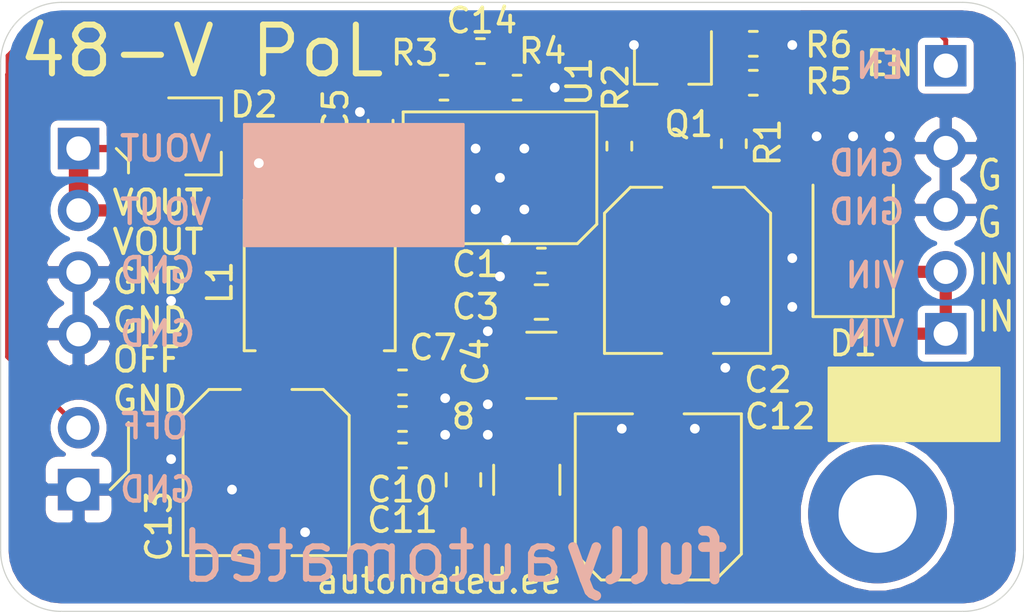
<source format=kicad_pcb>
(kicad_pcb (version 20171130) (host pcbnew 5.1.5)

  (general
    (thickness 1.6)
    (drawings 33)
    (tracks 106)
    (zones 0)
    (modules 31)
    (nets 12)
  )

  (page A4)
  (layers
    (0 F.Cu signal)
    (31 B.Cu signal)
    (32 B.Adhes user)
    (33 F.Adhes user)
    (34 B.Paste user)
    (35 F.Paste user)
    (36 B.SilkS user)
    (37 F.SilkS user)
    (38 B.Mask user)
    (39 F.Mask user)
    (40 Dwgs.User user)
    (41 Cmts.User user)
    (42 Eco1.User user)
    (43 Eco2.User user)
    (44 Edge.Cuts user)
    (45 Margin user)
    (46 B.CrtYd user hide)
    (47 F.CrtYd user)
    (48 B.Fab user)
    (49 F.Fab user hide)
  )

  (setup
    (last_trace_width 0.3)
    (user_trace_width 0.1524)
    (user_trace_width 0.16)
    (user_trace_width 0.2)
    (user_trace_width 0.3)
    (user_trace_width 0.5)
    (user_trace_width 0.8)
    (user_trace_width 1)
    (user_trace_width 2)
    (trace_clearance 0.16)
    (zone_clearance 0.3)
    (zone_45_only no)
    (trace_min 0.1524)
    (via_size 0.8)
    (via_drill 0.4)
    (via_min_size 0.52)
    (via_min_drill 0.254)
    (user_via 0.52 0.26)
    (user_via 0.6 0.3)
    (user_via 0.7 0.3)
    (user_via 1 0.6)
    (uvia_size 0.3)
    (uvia_drill 0.1)
    (uvias_allowed no)
    (uvia_min_size 0.2)
    (uvia_min_drill 0.1)
    (edge_width 0.05)
    (segment_width 0.2)
    (pcb_text_width 0.3)
    (pcb_text_size 1.5 1.5)
    (mod_edge_width 0.12)
    (mod_text_size 0.8 0.9)
    (mod_text_width 0.12)
    (pad_size 0.4 0.4)
    (pad_drill 0.3)
    (pad_to_mask_clearance 0.04)
    (solder_mask_min_width 0.1)
    (aux_axis_origin 0 0)
    (visible_elements FFFFFF7F)
    (pcbplotparams
      (layerselection 0x010fc_ffffffff)
      (usegerberextensions false)
      (usegerberattributes false)
      (usegerberadvancedattributes false)
      (creategerberjobfile false)
      (excludeedgelayer true)
      (linewidth 0.100000)
      (plotframeref false)
      (viasonmask false)
      (mode 1)
      (useauxorigin false)
      (hpglpennumber 1)
      (hpglpenspeed 20)
      (hpglpendiameter 15.000000)
      (psnegative false)
      (psa4output false)
      (plotreference true)
      (plotvalue true)
      (plotinvisibletext false)
      (padsonsilk false)
      (subtractmaskfromsilk false)
      (outputformat 1)
      (mirror false)
      (drillshape 1)
      (scaleselection 1)
      (outputdirectory ""))
  )

  (net 0 "")
  (net 1 GND)
  (net 2 VBUS)
  (net 3 +5VL)
  (net 4 /SYVCC)
  (net 5 /SYBS)
  (net 6 /SYLX)
  (net 7 /SYFB)
  (net 8 /DISABLE_CONVERTER)
  (net 9 /SYE)
  (net 10 "Net-(Q1-Pad1)")
  (net 11 /SYRON)

  (net_class Default "This is the default net class."
    (clearance 0.16)
    (trace_width 0.1524)
    (via_dia 0.8)
    (via_drill 0.4)
    (uvia_dia 0.3)
    (uvia_drill 0.1)
    (diff_pair_width 0.16)
    (diff_pair_gap 0.16)
    (add_net +5VL)
    (add_net /DISABLE_CONVERTER)
    (add_net /SYBS)
    (add_net /SYE)
    (add_net /SYFB)
    (add_net /SYLX)
    (add_net /SYRON)
    (add_net /SYVCC)
    (add_net GND)
    (add_net "Net-(H1-Pad1)")
    (add_net "Net-(Q1-Pad1)")
    (add_net VBUS)
  )

  (net_class POWER_HIGH ""
    (clearance 0.2)
    (trace_width 1)
    (via_dia 1)
    (via_drill 0.6)
    (uvia_dia 0.3)
    (uvia_drill 0.1)
  )

  (net_class POWER_MEDIUM ""
    (clearance 0.2)
    (trace_width 0.5)
    (via_dia 0.8)
    (via_drill 0.4)
    (uvia_dia 0.3)
    (uvia_drill 0.1)
  )

  (net_class SIG_ANALOG ""
    (clearance 0.16)
    (trace_width 0.16)
    (via_dia 0.6)
    (via_drill 0.3)
    (uvia_dia 0.3)
    (uvia_drill 0.1)
  )

  (net_class SIG_DIGITAL ""
    (clearance 0.16)
    (trace_width 0.16)
    (via_dia 0.6)
    (via_drill 0.3)
    (uvia_dia 0.3)
    (uvia_drill 0.1)
  )

  (module Connector_PinHeader_2.54mm:PinHeader_1x02_P2.54mm_Horizontal (layer F.Cu) (tedit 5DE9C0C0) (tstamp 5DF0CE5D)
    (at 133.2 100 180)
    (descr "Through hole angled pin header, 1x02, 2.54mm pitch, 6mm pin length, single row")
    (tags "Through hole angled pin header THT 1x02 2.54mm single row")
    (path /5FB3CCF2)
    (zone_connect 1)
    (fp_text reference J4 (at 4.385 -2.27 180) (layer F.SilkS) hide
      (effects (font (size 1 1) (thickness 0.15)))
    )
    (fp_text value OFF (at 4.385 4.81 180) (layer F.Fab)
      (effects (font (size 1 1) (thickness 0.15)))
    )
    (fp_line (start -0.32 2.22) (end -0.32 2.86) (layer F.Fab) (width 0.1))
    (fp_line (start -0.32 -0.32) (end -0.32 0.32) (layer F.Fab) (width 0.1))
    (pad 2 thru_hole oval (at 0 2.54 180) (size 1.7 1.7) (drill 1) (layers *.Cu *.Mask)
      (net 8 /DISABLE_CONVERTER) (zone_connect 1))
    (pad 1 thru_hole rect (at 0 0 180) (size 1.7 1.7) (drill 1) (layers *.Cu *.Mask)
      (net 1 GND) (zone_connect 1))
    (model ${KISYS3DMOD}/Connector_PinHeader_2.54mm.3dshapes/PinHeader_1x02_P2.54mm_Horizontal.wrl
      (at (xyz 0 0 0))
      (scale (xyz 1 1 1))
      (rotate (xyz 0 0 0))
    )
  )

  (module Connector_PinHeader_2.54mm:PinHeader_1x04_P2.54mm_Horizontal (layer B.Cu) (tedit 5DE9C0B1) (tstamp 5DF0CE2A)
    (at 133.2 86 180)
    (descr "Through hole angled pin header, 1x04, 2.54mm pitch, 6mm pin length, single row")
    (tags "Through hole angled pin header THT 1x04 2.54mm single row")
    (path /5FAFBE64)
    (zone_connect 1)
    (fp_text reference J2 (at 4.385 2.27 180) (layer B.SilkS) hide
      (effects (font (size 1 1) (thickness 0.15)) (justify mirror))
    )
    (fp_text value OUT (at -0.05 2 180) (layer B.SilkS) hide
      (effects (font (size 1 1) (thickness 0.15)) (justify mirror))
    )
    (fp_line (start -0.32 -7.3) (end -0.32 -7.94) (layer B.Fab) (width 0.1))
    (fp_line (start -0.32 -4.76) (end -0.32 -5.4) (layer B.Fab) (width 0.1))
    (fp_line (start -0.32 -2.22) (end -0.32 -2.86) (layer B.Fab) (width 0.1))
    (fp_line (start -0.32 0.32) (end -0.32 -0.32) (layer B.Fab) (width 0.1))
    (pad 4 thru_hole oval (at 0 -7.62 180) (size 1.7 1.7) (drill 1) (layers *.Cu *.Mask)
      (net 1 GND) (zone_connect 1))
    (pad 3 thru_hole oval (at 0 -5.08 180) (size 1.7 1.7) (drill 1) (layers *.Cu *.Mask)
      (net 1 GND) (zone_connect 1))
    (pad 2 thru_hole oval (at 0 -2.54 180) (size 1.7 1.7) (drill 1) (layers *.Cu *.Mask)
      (net 3 +5VL) (zone_connect 1))
    (pad 1 thru_hole rect (at 0 0 180) (size 1.7 1.7) (drill 1) (layers *.Cu *.Mask)
      (net 3 +5VL) (zone_connect 1))
    (model ${KISYS3DMOD}/Connector_PinHeader_2.54mm.3dshapes/PinHeader_1x04_P2.54mm_Horizontal.wrl
      (at (xyz 0 0 0))
      (scale (xyz 1 1 1))
      (rotate (xyz 0 0 0))
    )
  )

  (module Connector_PinHeader_2.54mm:PinHeader_1x04_P2.54mm_Horizontal (layer B.Cu) (tedit 5DE9C09D) (tstamp 5DF0FB66)
    (at 168.8 93.6)
    (descr "Through hole angled pin header, 1x04, 2.54mm pitch, 6mm pin length, single row")
    (tags "Through hole angled pin header THT 1x04 2.54mm single row")
    (path /5FAFBD60)
    (zone_connect 1)
    (fp_text reference J1 (at 4.385 2.27) (layer B.SilkS) hide
      (effects (font (size 1 1) (thickness 0.15)) (justify mirror))
    )
    (fp_text value IN (at -0.05 2.4) (layer B.SilkS) hide
      (effects (font (size 1 1) (thickness 0.15)) (justify mirror))
    )
    (fp_line (start -0.32 -7.3) (end -0.32 -7.94) (layer B.Fab) (width 0.1))
    (fp_line (start -0.32 -4.76) (end -0.32 -5.4) (layer B.Fab) (width 0.1))
    (fp_line (start -0.32 -2.22) (end -0.32 -2.86) (layer B.Fab) (width 0.1))
    (fp_line (start -0.32 0.32) (end -0.32 -0.32) (layer B.Fab) (width 0.1))
    (pad 4 thru_hole oval (at 0 -7.62) (size 1.7 1.7) (drill 1) (layers *.Cu *.Mask)
      (net 1 GND) (zone_connect 1))
    (pad 3 thru_hole oval (at 0 -5.08) (size 1.7 1.7) (drill 1) (layers *.Cu *.Mask)
      (net 1 GND) (zone_connect 1))
    (pad 2 thru_hole oval (at 0 -2.54) (size 1.7 1.7) (drill 1) (layers *.Cu *.Mask)
      (net 2 VBUS) (zone_connect 1))
    (pad 1 thru_hole rect (at 0 0) (size 1.7 1.7) (drill 1) (layers *.Cu *.Mask)
      (net 2 VBUS) (zone_connect 1))
    (model ${KISYS3DMOD}/Connector_PinHeader_2.54mm.3dshapes/PinHeader_1x04_P2.54mm_Horizontal.wrl
      (at (xyz 0 0 0))
      (scale (xyz 1 1 1))
      (rotate (xyz 0 0 0))
    )
  )

  (module Connector_PinHeader_2.54mm:PinHeader_1x01_P2.54mm_Horizontal (layer F.Cu) (tedit 5DE9C083) (tstamp 5DF0FA8B)
    (at 168.8 82.6)
    (descr "Through hole angled pin header, 1x01, 2.54mm pitch, 6mm pin length, single row")
    (tags "Through hole angled pin header THT 1x01 2.54mm single row")
    (path /5FB74A27)
    (fp_text reference J3 (at 4.385 -2.27) (layer F.SilkS) hide
      (effects (font (size 1 1) (thickness 0.15)))
    )
    (fp_text value EN (at 4.385 2.27) (layer F.Fab)
      (effects (font (size 1 1) (thickness 0.15)))
    )
    (fp_line (start -0.32 -0.32) (end -0.32 0.32) (layer F.Fab) (width 0.1))
    (pad 1 thru_hole rect (at 0 0) (size 1.7 1.7) (drill 1) (layers *.Cu *.Mask)
      (net 9 /SYE))
    (model ${KISYS3DMOD}/Connector_PinHeader_2.54mm.3dshapes/PinHeader_1x01_P2.54mm_Horizontal.wrl
      (at (xyz 0 0 0))
      (scale (xyz 1 1 1))
      (rotate (xyz 0 0 0))
    )
  )

  (module Capacitor_SMD:C_Elec_6.3x5.8 (layer F.Cu) (tedit 5BC8D926) (tstamp 5DF0F294)
    (at 140.9 99.3 270)
    (descr "SMD capacitor, aluminum electrolytic nonpolar, 6.3x5.8mm")
    (tags "capacitor electrolyic nonpolar")
    (path /5FBC0056)
    (attr smd)
    (fp_text reference C13 (at 2.2 4.4 90) (layer F.SilkS)
      (effects (font (size 1 1) (thickness 0.15)))
    )
    (fp_text value d.n.p. (at 0 4.35 90) (layer F.Fab)
      (effects (font (size 1 1) (thickness 0.15)))
    )
    (fp_text user %R (at 0 0 90) (layer F.Fab)
      (effects (font (size 1 1) (thickness 0.15)))
    )
    (fp_line (start -4.45 1.05) (end -3.55 1.05) (layer F.CrtYd) (width 0.05))
    (fp_line (start -4.45 -1.05) (end -4.45 1.05) (layer F.CrtYd) (width 0.05))
    (fp_line (start -3.55 -1.05) (end -4.45 -1.05) (layer F.CrtYd) (width 0.05))
    (fp_line (start -3.55 1.05) (end -3.55 2.4) (layer F.CrtYd) (width 0.05))
    (fp_line (start -3.55 -2.4) (end -3.55 -1.05) (layer F.CrtYd) (width 0.05))
    (fp_line (start -3.55 -2.4) (end -2.4 -3.55) (layer F.CrtYd) (width 0.05))
    (fp_line (start -3.55 2.4) (end -2.4 3.55) (layer F.CrtYd) (width 0.05))
    (fp_line (start -2.4 -3.55) (end 3.55 -3.55) (layer F.CrtYd) (width 0.05))
    (fp_line (start -2.4 3.55) (end 3.55 3.55) (layer F.CrtYd) (width 0.05))
    (fp_line (start 3.55 1.05) (end 3.55 3.55) (layer F.CrtYd) (width 0.05))
    (fp_line (start 4.45 1.05) (end 3.55 1.05) (layer F.CrtYd) (width 0.05))
    (fp_line (start 4.45 -1.05) (end 4.45 1.05) (layer F.CrtYd) (width 0.05))
    (fp_line (start 3.55 -1.05) (end 4.45 -1.05) (layer F.CrtYd) (width 0.05))
    (fp_line (start 3.55 -3.55) (end 3.55 -1.05) (layer F.CrtYd) (width 0.05))
    (fp_line (start -3.41 2.345563) (end -2.345563 3.41) (layer F.SilkS) (width 0.12))
    (fp_line (start -3.41 -2.345563) (end -2.345563 -3.41) (layer F.SilkS) (width 0.12))
    (fp_line (start -3.41 -2.345563) (end -3.41 -1.06) (layer F.SilkS) (width 0.12))
    (fp_line (start -3.41 2.345563) (end -3.41 1.06) (layer F.SilkS) (width 0.12))
    (fp_line (start -2.345563 3.41) (end 3.41 3.41) (layer F.SilkS) (width 0.12))
    (fp_line (start -2.345563 -3.41) (end 3.41 -3.41) (layer F.SilkS) (width 0.12))
    (fp_line (start 3.41 -3.41) (end 3.41 -1.06) (layer F.SilkS) (width 0.12))
    (fp_line (start 3.41 3.41) (end 3.41 1.06) (layer F.SilkS) (width 0.12))
    (fp_line (start -3.3 2.3) (end -2.3 3.3) (layer F.Fab) (width 0.1))
    (fp_line (start -3.3 -2.3) (end -2.3 -3.3) (layer F.Fab) (width 0.1))
    (fp_line (start -3.3 -2.3) (end -3.3 2.3) (layer F.Fab) (width 0.1))
    (fp_line (start -2.3 3.3) (end 3.3 3.3) (layer F.Fab) (width 0.1))
    (fp_line (start -2.3 -3.3) (end 3.3 -3.3) (layer F.Fab) (width 0.1))
    (fp_line (start 3.3 -3.3) (end 3.3 3.3) (layer F.Fab) (width 0.1))
    (fp_circle (center 0 0) (end 3.15 0) (layer F.Fab) (width 0.1))
    (pad 2 smd roundrect (at 2.5375 0 270) (size 3.325 1.6) (layers F.Cu F.Paste F.Mask) (roundrect_rratio 0.15625)
      (net 1 GND))
    (pad 1 smd roundrect (at -2.5375 0 270) (size 3.325 1.6) (layers F.Cu F.Paste F.Mask) (roundrect_rratio 0.15625)
      (net 3 +5VL))
    (model ${KISYS3DMOD}/Capacitor_SMD.3dshapes/C_Elec_6.3x5.8.wrl
      (at (xyz 0 0 0))
      (scale (xyz 1 1 1))
      (rotate (xyz 0 0 0))
    )
  )

  (module Capacitor_SMD:C_Elec_6.3x5.8 (layer F.Cu) (tedit 5BC8D926) (tstamp 5DF0F270)
    (at 157 100.3 90)
    (descr "SMD capacitor, aluminum electrolytic nonpolar, 6.3x5.8mm")
    (tags "capacitor electrolyic nonpolar")
    (path /5FB8B38E)
    (attr smd)
    (fp_text reference C12 (at 3.3 5 180) (layer F.SilkS)
      (effects (font (size 1 1) (thickness 0.15)))
    )
    (fp_text value d.n.p. (at 0 4.35 90) (layer F.Fab)
      (effects (font (size 1 1) (thickness 0.15)))
    )
    (fp_text user %R (at 0 0 90) (layer F.Fab)
      (effects (font (size 1 1) (thickness 0.15)))
    )
    (fp_line (start -4.45 1.05) (end -3.55 1.05) (layer F.CrtYd) (width 0.05))
    (fp_line (start -4.45 -1.05) (end -4.45 1.05) (layer F.CrtYd) (width 0.05))
    (fp_line (start -3.55 -1.05) (end -4.45 -1.05) (layer F.CrtYd) (width 0.05))
    (fp_line (start -3.55 1.05) (end -3.55 2.4) (layer F.CrtYd) (width 0.05))
    (fp_line (start -3.55 -2.4) (end -3.55 -1.05) (layer F.CrtYd) (width 0.05))
    (fp_line (start -3.55 -2.4) (end -2.4 -3.55) (layer F.CrtYd) (width 0.05))
    (fp_line (start -3.55 2.4) (end -2.4 3.55) (layer F.CrtYd) (width 0.05))
    (fp_line (start -2.4 -3.55) (end 3.55 -3.55) (layer F.CrtYd) (width 0.05))
    (fp_line (start -2.4 3.55) (end 3.55 3.55) (layer F.CrtYd) (width 0.05))
    (fp_line (start 3.55 1.05) (end 3.55 3.55) (layer F.CrtYd) (width 0.05))
    (fp_line (start 4.45 1.05) (end 3.55 1.05) (layer F.CrtYd) (width 0.05))
    (fp_line (start 4.45 -1.05) (end 4.45 1.05) (layer F.CrtYd) (width 0.05))
    (fp_line (start 3.55 -1.05) (end 4.45 -1.05) (layer F.CrtYd) (width 0.05))
    (fp_line (start 3.55 -3.55) (end 3.55 -1.05) (layer F.CrtYd) (width 0.05))
    (fp_line (start -3.41 2.345563) (end -2.345563 3.41) (layer F.SilkS) (width 0.12))
    (fp_line (start -3.41 -2.345563) (end -2.345563 -3.41) (layer F.SilkS) (width 0.12))
    (fp_line (start -3.41 -2.345563) (end -3.41 -1.06) (layer F.SilkS) (width 0.12))
    (fp_line (start -3.41 2.345563) (end -3.41 1.06) (layer F.SilkS) (width 0.12))
    (fp_line (start -2.345563 3.41) (end 3.41 3.41) (layer F.SilkS) (width 0.12))
    (fp_line (start -2.345563 -3.41) (end 3.41 -3.41) (layer F.SilkS) (width 0.12))
    (fp_line (start 3.41 -3.41) (end 3.41 -1.06) (layer F.SilkS) (width 0.12))
    (fp_line (start 3.41 3.41) (end 3.41 1.06) (layer F.SilkS) (width 0.12))
    (fp_line (start -3.3 2.3) (end -2.3 3.3) (layer F.Fab) (width 0.1))
    (fp_line (start -3.3 -2.3) (end -2.3 -3.3) (layer F.Fab) (width 0.1))
    (fp_line (start -3.3 -2.3) (end -3.3 2.3) (layer F.Fab) (width 0.1))
    (fp_line (start -2.3 3.3) (end 3.3 3.3) (layer F.Fab) (width 0.1))
    (fp_line (start -2.3 -3.3) (end 3.3 -3.3) (layer F.Fab) (width 0.1))
    (fp_line (start 3.3 -3.3) (end 3.3 3.3) (layer F.Fab) (width 0.1))
    (fp_circle (center 0 0) (end 3.15 0) (layer F.Fab) (width 0.1))
    (pad 2 smd roundrect (at 2.5375 0 90) (size 3.325 1.6) (layers F.Cu F.Paste F.Mask) (roundrect_rratio 0.15625)
      (net 1 GND))
    (pad 1 smd roundrect (at -2.5375 0 90) (size 3.325 1.6) (layers F.Cu F.Paste F.Mask) (roundrect_rratio 0.15625)
      (net 3 +5VL))
    (model ${KISYS3DMOD}/Capacitor_SMD.3dshapes/C_Elec_6.3x5.8.wrl
      (at (xyz 0 0 0))
      (scale (xyz 1 1 1))
      (rotate (xyz 0 0 0))
    )
  )

  (module Capacitor_SMD:C_1210_3225Metric (layer F.Cu) (tedit 5B301BBE) (tstamp 5DF0F24C)
    (at 151.6 99.6 90)
    (descr "Capacitor SMD 1210 (3225 Metric), square (rectangular) end terminal, IPC_7351 nominal, (Body size source: http://www.tortai-tech.com/upload/download/2011102023233369053.pdf), generated with kicad-footprint-generator")
    (tags capacitor)
    (path /5FB93C58)
    (attr smd)
    (fp_text reference C11 (at -1.65 -5.1 180) (layer F.SilkS)
      (effects (font (size 1 1) (thickness 0.15)))
    )
    (fp_text value 22uF/6.3V (at 0 2.28 90) (layer F.Fab)
      (effects (font (size 1 1) (thickness 0.15)))
    )
    (fp_text user %R (at 0 0 90) (layer F.Fab)
      (effects (font (size 0.8 0.8) (thickness 0.12)))
    )
    (fp_line (start 2.28 1.58) (end -2.28 1.58) (layer F.CrtYd) (width 0.05))
    (fp_line (start 2.28 -1.58) (end 2.28 1.58) (layer F.CrtYd) (width 0.05))
    (fp_line (start -2.28 -1.58) (end 2.28 -1.58) (layer F.CrtYd) (width 0.05))
    (fp_line (start -2.28 1.58) (end -2.28 -1.58) (layer F.CrtYd) (width 0.05))
    (fp_line (start -0.602064 1.36) (end 0.602064 1.36) (layer F.SilkS) (width 0.12))
    (fp_line (start -0.602064 -1.36) (end 0.602064 -1.36) (layer F.SilkS) (width 0.12))
    (fp_line (start 1.6 1.25) (end -1.6 1.25) (layer F.Fab) (width 0.1))
    (fp_line (start 1.6 -1.25) (end 1.6 1.25) (layer F.Fab) (width 0.1))
    (fp_line (start -1.6 -1.25) (end 1.6 -1.25) (layer F.Fab) (width 0.1))
    (fp_line (start -1.6 1.25) (end -1.6 -1.25) (layer F.Fab) (width 0.1))
    (pad 2 smd roundrect (at 1.4 0 90) (size 1.25 2.65) (layers F.Cu F.Paste F.Mask) (roundrect_rratio 0.2)
      (net 1 GND))
    (pad 1 smd roundrect (at -1.4 0 90) (size 1.25 2.65) (layers F.Cu F.Paste F.Mask) (roundrect_rratio 0.2)
      (net 3 +5VL))
    (model ${KISYS3DMOD}/Capacitor_SMD.3dshapes/C_1210_3225Metric.wrl
      (at (xyz 0 0 0))
      (scale (xyz 1 1 1))
      (rotate (xyz 0 0 0))
    )
  )

  (module Capacitor_SMD:C_0805_2012Metric (layer F.Cu) (tedit 5B36C52B) (tstamp 5DF0F23B)
    (at 149 99.6 90)
    (descr "Capacitor SMD 0805 (2012 Metric), square (rectangular) end terminal, IPC_7351 nominal, (Body size source: https://docs.google.com/spreadsheets/d/1BsfQQcO9C6DZCsRaXUlFlo91Tg2WpOkGARC1WS5S8t0/edit?usp=sharing), generated with kicad-footprint-generator")
    (tags capacitor)
    (path /5FB8B03C)
    (attr smd)
    (fp_text reference C10 (at -0.4 -2.5 180) (layer F.SilkS)
      (effects (font (size 1 1) (thickness 0.15)))
    )
    (fp_text value 22uF/6.3V (at 0 1.65 90) (layer F.Fab)
      (effects (font (size 1 1) (thickness 0.15)))
    )
    (fp_text user %R (at 0 0 90) (layer F.Fab)
      (effects (font (size 0.5 0.5) (thickness 0.08)))
    )
    (fp_line (start 1.68 0.95) (end -1.68 0.95) (layer F.CrtYd) (width 0.05))
    (fp_line (start 1.68 -0.95) (end 1.68 0.95) (layer F.CrtYd) (width 0.05))
    (fp_line (start -1.68 -0.95) (end 1.68 -0.95) (layer F.CrtYd) (width 0.05))
    (fp_line (start -1.68 0.95) (end -1.68 -0.95) (layer F.CrtYd) (width 0.05))
    (fp_line (start -0.258578 0.71) (end 0.258578 0.71) (layer F.SilkS) (width 0.12))
    (fp_line (start -0.258578 -0.71) (end 0.258578 -0.71) (layer F.SilkS) (width 0.12))
    (fp_line (start 1 0.6) (end -1 0.6) (layer F.Fab) (width 0.1))
    (fp_line (start 1 -0.6) (end 1 0.6) (layer F.Fab) (width 0.1))
    (fp_line (start -1 -0.6) (end 1 -0.6) (layer F.Fab) (width 0.1))
    (fp_line (start -1 0.6) (end -1 -0.6) (layer F.Fab) (width 0.1))
    (pad 2 smd roundrect (at 0.9375 0 90) (size 0.975 1.4) (layers F.Cu F.Paste F.Mask) (roundrect_rratio 0.25)
      (net 1 GND))
    (pad 1 smd roundrect (at -0.9375 0 90) (size 0.975 1.4) (layers F.Cu F.Paste F.Mask) (roundrect_rratio 0.25)
      (net 3 +5VL))
    (model ${KISYS3DMOD}/Capacitor_SMD.3dshapes/C_0805_2012Metric.wrl
      (at (xyz 0 0 0))
      (scale (xyz 1 1 1))
      (rotate (xyz 0 0 0))
    )
  )

  (module Capacitor_SMD:C_1210_3225Metric (layer F.Cu) (tedit 5B301BBE) (tstamp 5DF0CCD6)
    (at 152.2 94.9 180)
    (descr "Capacitor SMD 1210 (3225 Metric), square (rectangular) end terminal, IPC_7351 nominal, (Body size source: http://www.tortai-tech.com/upload/download/2011102023233369053.pdf), generated with kicad-footprint-generator")
    (tags capacitor)
    (path /5FAFBDE5)
    (attr smd)
    (fp_text reference C4 (at 2.7 0.15 90) (layer F.SilkS)
      (effects (font (size 1 1) (thickness 0.15)))
    )
    (fp_text value 2.2uF/100V (at 0 2.28) (layer F.Fab)
      (effects (font (size 1 1) (thickness 0.15)))
    )
    (fp_text user %R (at 0 0) (layer F.Fab)
      (effects (font (size 0.8 0.8) (thickness 0.12)))
    )
    (fp_line (start 2.28 1.58) (end -2.28 1.58) (layer F.CrtYd) (width 0.05))
    (fp_line (start 2.28 -1.58) (end 2.28 1.58) (layer F.CrtYd) (width 0.05))
    (fp_line (start -2.28 -1.58) (end 2.28 -1.58) (layer F.CrtYd) (width 0.05))
    (fp_line (start -2.28 1.58) (end -2.28 -1.58) (layer F.CrtYd) (width 0.05))
    (fp_line (start -0.602064 1.36) (end 0.602064 1.36) (layer F.SilkS) (width 0.12))
    (fp_line (start -0.602064 -1.36) (end 0.602064 -1.36) (layer F.SilkS) (width 0.12))
    (fp_line (start 1.6 1.25) (end -1.6 1.25) (layer F.Fab) (width 0.1))
    (fp_line (start 1.6 -1.25) (end 1.6 1.25) (layer F.Fab) (width 0.1))
    (fp_line (start -1.6 -1.25) (end 1.6 -1.25) (layer F.Fab) (width 0.1))
    (fp_line (start -1.6 1.25) (end -1.6 -1.25) (layer F.Fab) (width 0.1))
    (pad 2 smd roundrect (at 1.4 0 180) (size 1.25 2.65) (layers F.Cu F.Paste F.Mask) (roundrect_rratio 0.2)
      (net 1 GND))
    (pad 1 smd roundrect (at -1.4 0 180) (size 1.25 2.65) (layers F.Cu F.Paste F.Mask) (roundrect_rratio 0.2)
      (net 2 VBUS))
    (model ${KISYS3DMOD}/Capacitor_SMD.3dshapes/C_1210_3225Metric.wrl
      (at (xyz 0 0 0))
      (scale (xyz 1 1 1))
      (rotate (xyz 0 0 0))
    )
  )

  (module Capacitor_SMD:C_0805_2012Metric (layer F.Cu) (tedit 5B36C52B) (tstamp 5DF0CCC5)
    (at 152.2 92.3 180)
    (descr "Capacitor SMD 0805 (2012 Metric), square (rectangular) end terminal, IPC_7351 nominal, (Body size source: https://docs.google.com/spreadsheets/d/1BsfQQcO9C6DZCsRaXUlFlo91Tg2WpOkGARC1WS5S8t0/edit?usp=sharing), generated with kicad-footprint-generator")
    (tags capacitor)
    (path /5FAFBE70)
    (attr smd)
    (fp_text reference C3 (at 2.7 -0.2) (layer F.SilkS)
      (effects (font (size 1 1) (thickness 0.15)))
    )
    (fp_text value 2.2uF/100V (at 0 1.65) (layer F.Fab)
      (effects (font (size 1 1) (thickness 0.15)))
    )
    (fp_text user %R (at 0 0) (layer F.Fab)
      (effects (font (size 0.5 0.5) (thickness 0.08)))
    )
    (fp_line (start 1.68 0.95) (end -1.68 0.95) (layer F.CrtYd) (width 0.05))
    (fp_line (start 1.68 -0.95) (end 1.68 0.95) (layer F.CrtYd) (width 0.05))
    (fp_line (start -1.68 -0.95) (end 1.68 -0.95) (layer F.CrtYd) (width 0.05))
    (fp_line (start -1.68 0.95) (end -1.68 -0.95) (layer F.CrtYd) (width 0.05))
    (fp_line (start -0.258578 0.71) (end 0.258578 0.71) (layer F.SilkS) (width 0.12))
    (fp_line (start -0.258578 -0.71) (end 0.258578 -0.71) (layer F.SilkS) (width 0.12))
    (fp_line (start 1 0.6) (end -1 0.6) (layer F.Fab) (width 0.1))
    (fp_line (start 1 -0.6) (end 1 0.6) (layer F.Fab) (width 0.1))
    (fp_line (start -1 -0.6) (end 1 -0.6) (layer F.Fab) (width 0.1))
    (fp_line (start -1 0.6) (end -1 -0.6) (layer F.Fab) (width 0.1))
    (pad 2 smd roundrect (at 0.9375 0 180) (size 0.975 1.4) (layers F.Cu F.Paste F.Mask) (roundrect_rratio 0.25)
      (net 1 GND))
    (pad 1 smd roundrect (at -0.9375 0 180) (size 0.975 1.4) (layers F.Cu F.Paste F.Mask) (roundrect_rratio 0.25)
      (net 2 VBUS))
    (model ${KISYS3DMOD}/Capacitor_SMD.3dshapes/C_0805_2012Metric.wrl
      (at (xyz 0 0 0))
      (scale (xyz 1 1 1))
      (rotate (xyz 0 0 0))
    )
  )

  (module Capacitor_SMD:C_Elec_6.3x5.8 (layer F.Cu) (tedit 5BC8D926) (tstamp 5DF0F1BC)
    (at 158.2 91 270)
    (descr "SMD capacitor, aluminum electrolytic nonpolar, 6.3x5.8mm")
    (tags "capacitor electrolyic nonpolar")
    (path /5FBD93E3)
    (attr smd)
    (fp_text reference C2 (at 4.5 -3.3 180) (layer F.SilkS)
      (effects (font (size 1 1) (thickness 0.15)))
    )
    (fp_text value d.n.p. (at 0 4.35 90) (layer F.Fab)
      (effects (font (size 1 1) (thickness 0.15)))
    )
    (fp_text user %R (at 0 0 90) (layer F.Fab)
      (effects (font (size 1 1) (thickness 0.15)))
    )
    (fp_line (start -4.45 1.05) (end -3.55 1.05) (layer F.CrtYd) (width 0.05))
    (fp_line (start -4.45 -1.05) (end -4.45 1.05) (layer F.CrtYd) (width 0.05))
    (fp_line (start -3.55 -1.05) (end -4.45 -1.05) (layer F.CrtYd) (width 0.05))
    (fp_line (start -3.55 1.05) (end -3.55 2.4) (layer F.CrtYd) (width 0.05))
    (fp_line (start -3.55 -2.4) (end -3.55 -1.05) (layer F.CrtYd) (width 0.05))
    (fp_line (start -3.55 -2.4) (end -2.4 -3.55) (layer F.CrtYd) (width 0.05))
    (fp_line (start -3.55 2.4) (end -2.4 3.55) (layer F.CrtYd) (width 0.05))
    (fp_line (start -2.4 -3.55) (end 3.55 -3.55) (layer F.CrtYd) (width 0.05))
    (fp_line (start -2.4 3.55) (end 3.55 3.55) (layer F.CrtYd) (width 0.05))
    (fp_line (start 3.55 1.05) (end 3.55 3.55) (layer F.CrtYd) (width 0.05))
    (fp_line (start 4.45 1.05) (end 3.55 1.05) (layer F.CrtYd) (width 0.05))
    (fp_line (start 4.45 -1.05) (end 4.45 1.05) (layer F.CrtYd) (width 0.05))
    (fp_line (start 3.55 -1.05) (end 4.45 -1.05) (layer F.CrtYd) (width 0.05))
    (fp_line (start 3.55 -3.55) (end 3.55 -1.05) (layer F.CrtYd) (width 0.05))
    (fp_line (start -3.41 2.345563) (end -2.345563 3.41) (layer F.SilkS) (width 0.12))
    (fp_line (start -3.41 -2.345563) (end -2.345563 -3.41) (layer F.SilkS) (width 0.12))
    (fp_line (start -3.41 -2.345563) (end -3.41 -1.06) (layer F.SilkS) (width 0.12))
    (fp_line (start -3.41 2.345563) (end -3.41 1.06) (layer F.SilkS) (width 0.12))
    (fp_line (start -2.345563 3.41) (end 3.41 3.41) (layer F.SilkS) (width 0.12))
    (fp_line (start -2.345563 -3.41) (end 3.41 -3.41) (layer F.SilkS) (width 0.12))
    (fp_line (start 3.41 -3.41) (end 3.41 -1.06) (layer F.SilkS) (width 0.12))
    (fp_line (start 3.41 3.41) (end 3.41 1.06) (layer F.SilkS) (width 0.12))
    (fp_line (start -3.3 2.3) (end -2.3 3.3) (layer F.Fab) (width 0.1))
    (fp_line (start -3.3 -2.3) (end -2.3 -3.3) (layer F.Fab) (width 0.1))
    (fp_line (start -3.3 -2.3) (end -3.3 2.3) (layer F.Fab) (width 0.1))
    (fp_line (start -2.3 3.3) (end 3.3 3.3) (layer F.Fab) (width 0.1))
    (fp_line (start -2.3 -3.3) (end 3.3 -3.3) (layer F.Fab) (width 0.1))
    (fp_line (start 3.3 -3.3) (end 3.3 3.3) (layer F.Fab) (width 0.1))
    (fp_circle (center 0 0) (end 3.15 0) (layer F.Fab) (width 0.1))
    (pad 2 smd roundrect (at 2.5375 0 270) (size 3.325 1.6) (layers F.Cu F.Paste F.Mask) (roundrect_rratio 0.15625)
      (net 1 GND))
    (pad 1 smd roundrect (at -2.5375 0 270) (size 3.325 1.6) (layers F.Cu F.Paste F.Mask) (roundrect_rratio 0.15625)
      (net 2 VBUS))
    (model ${KISYS3DMOD}/Capacitor_SMD.3dshapes/C_Elec_6.3x5.8.wrl
      (at (xyz 0 0 0))
      (scale (xyz 1 1 1))
      (rotate (xyz 0 0 0))
    )
  )

  (module Automated:SO8E_Silergy_4x5mm_EP3.4x2.55mm (layer F.Cu) (tedit 5D363022) (tstamp 5DF0CF03)
    (at 150.5 87.2 90)
    (descr "Silergy SO8E 4x5mm body with Exposed Pad 3.4x2.55mm")
    (tags "silergy, so8e, soic")
    (path /5FAFBD69)
    (attr smd)
    (fp_text reference U1 (at 3.95 3.25 90) (layer F.SilkS)
      (effects (font (size 1 1) (thickness 0.15)))
    )
    (fp_text value SY8502 (at 0 0 90) (layer F.Fab)
      (effects (font (size 1 1) (thickness 0.15)))
    )
    (fp_line (start -2.46 3.72) (end -2.46 -3.72) (layer F.CrtYd) (width 0.05))
    (fp_line (start 2.46 3.72) (end -2.46 3.72) (layer F.CrtYd) (width 0.05))
    (fp_line (start 2.46 -3.72) (end 2.46 3.72) (layer F.CrtYd) (width 0.05))
    (fp_line (start -2.46 -3.72) (end 2.46 -3.72) (layer F.CrtYd) (width 0.05))
    (fp_line (start 2.705 3.975) (end -1.905 3.975) (layer F.SilkS) (width 0.12))
    (fp_line (start 2.705 -3.975) (end 2.705 3.975) (layer F.SilkS) (width 0.12))
    (fp_line (start -2.705 -3.975) (end 2.705 -3.975) (layer F.SilkS) (width 0.12))
    (fp_line (start -2.705 3.175) (end -2.705 -3.975) (layer F.SilkS) (width 0.12))
    (fp_line (start -1.905 3.975) (end -2.705 3.175) (layer F.SilkS) (width 0.12))
    (pad 9 smd roundrect (at 0 0 90) (size 3.4 2.55) (layers F.Cu F.Paste F.Mask) (roundrect_rratio 0.05)
      (net 1 GND))
    (pad 4 smd rect (at 1.905 2.7 90) (size 0.6 1.55) (layers F.Cu F.Paste F.Mask)
      (net 11 /SYRON))
    (pad 5 smd rect (at 1.905 -2.7 90) (size 0.6 1.55) (layers F.Cu F.Paste F.Mask)
      (net 7 /SYFB))
    (pad 3 smd rect (at 0.635 2.7 90) (size 0.6 1.55) (layers F.Cu F.Paste F.Mask)
      (net 9 /SYE))
    (pad 6 smd rect (at 0.635 -2.7 90) (size 0.6 1.55) (layers F.Cu F.Paste F.Mask)
      (net 4 /SYVCC))
    (pad 2 smd rect (at -0.635 2.7 90) (size 0.6 1.55) (layers F.Cu F.Paste F.Mask)
      (net 2 VBUS))
    (pad 7 smd rect (at -0.635 -2.7 90) (size 0.6 1.55) (layers F.Cu F.Paste F.Mask)
      (net 5 /SYBS))
    (pad 1 smd rect (at -1.905 2.7 90) (size 0.6 1.55) (layers F.Cu F.Paste F.Mask)
      (net 2 VBUS))
    (pad 8 smd rect (at -1.905 -2.7 90) (size 0.6 1.55) (layers F.Cu F.Paste F.Mask)
      (net 6 /SYLX))
    (model ${KISYS3DMOD}/Package_SO.3dshapes/SOIC-8-1EP_3.9x4.9mm_P1.27mm_EP2.35x2.35mm.wrl
      (at (xyz 0 0 0))
      (scale (xyz 1 1 1))
      (rotate (xyz 0 0 -90))
    )
  )

  (module Resistor_SMD:R_0603_1608Metric (layer F.Cu) (tedit 5B301BBD) (tstamp 5DF0CEED)
    (at 160.9 81.7 180)
    (descr "Resistor SMD 0603 (1608 Metric), square (rectangular) end terminal, IPC_7351 nominal, (Body size source: http://www.tortai-tech.com/upload/download/2011102023233369053.pdf), generated with kicad-footprint-generator")
    (tags resistor)
    (path /5FAFBD2D)
    (attr smd)
    (fp_text reference R6 (at -3.1 -0.05) (layer F.SilkS)
      (effects (font (size 1 1) (thickness 0.15)))
    )
    (fp_text value 100k (at 0 1.43) (layer F.Fab)
      (effects (font (size 1 1) (thickness 0.15)))
    )
    (fp_text user %R (at 0 0) (layer F.Fab)
      (effects (font (size 0.4 0.4) (thickness 0.06)))
    )
    (fp_line (start 1.48 0.73) (end -1.48 0.73) (layer F.CrtYd) (width 0.05))
    (fp_line (start 1.48 -0.73) (end 1.48 0.73) (layer F.CrtYd) (width 0.05))
    (fp_line (start -1.48 -0.73) (end 1.48 -0.73) (layer F.CrtYd) (width 0.05))
    (fp_line (start -1.48 0.73) (end -1.48 -0.73) (layer F.CrtYd) (width 0.05))
    (fp_line (start -0.162779 0.51) (end 0.162779 0.51) (layer F.SilkS) (width 0.12))
    (fp_line (start -0.162779 -0.51) (end 0.162779 -0.51) (layer F.SilkS) (width 0.12))
    (fp_line (start 0.8 0.4) (end -0.8 0.4) (layer F.Fab) (width 0.1))
    (fp_line (start 0.8 -0.4) (end 0.8 0.4) (layer F.Fab) (width 0.1))
    (fp_line (start -0.8 -0.4) (end 0.8 -0.4) (layer F.Fab) (width 0.1))
    (fp_line (start -0.8 0.4) (end -0.8 -0.4) (layer F.Fab) (width 0.1))
    (pad 2 smd roundrect (at 0.7875 0 180) (size 0.875 0.95) (layers F.Cu F.Paste F.Mask) (roundrect_rratio 0.25)
      (net 10 "Net-(Q1-Pad1)"))
    (pad 1 smd roundrect (at -0.7875 0 180) (size 0.875 0.95) (layers F.Cu F.Paste F.Mask) (roundrect_rratio 0.25)
      (net 1 GND))
    (model ${KISYS3DMOD}/Resistor_SMD.3dshapes/R_0603_1608Metric.wrl
      (at (xyz 0 0 0))
      (scale (xyz 1 1 1))
      (rotate (xyz 0 0 0))
    )
  )

  (module Resistor_SMD:R_0603_1608Metric (layer F.Cu) (tedit 5B301BBD) (tstamp 5DF0CEDC)
    (at 160.9 83.3)
    (descr "Resistor SMD 0603 (1608 Metric), square (rectangular) end terminal, IPC_7351 nominal, (Body size source: http://www.tortai-tech.com/upload/download/2011102023233369053.pdf), generated with kicad-footprint-generator")
    (tags resistor)
    (path /5FAFBD41)
    (attr smd)
    (fp_text reference R5 (at 3.1 -0.05) (layer F.SilkS)
      (effects (font (size 1 1) (thickness 0.15)))
    )
    (fp_text value 1k (at 0 1.43) (layer F.Fab)
      (effects (font (size 1 1) (thickness 0.15)))
    )
    (fp_text user %R (at 0 0) (layer F.Fab)
      (effects (font (size 0.4 0.4) (thickness 0.06)))
    )
    (fp_line (start 1.48 0.73) (end -1.48 0.73) (layer F.CrtYd) (width 0.05))
    (fp_line (start 1.48 -0.73) (end 1.48 0.73) (layer F.CrtYd) (width 0.05))
    (fp_line (start -1.48 -0.73) (end 1.48 -0.73) (layer F.CrtYd) (width 0.05))
    (fp_line (start -1.48 0.73) (end -1.48 -0.73) (layer F.CrtYd) (width 0.05))
    (fp_line (start -0.162779 0.51) (end 0.162779 0.51) (layer F.SilkS) (width 0.12))
    (fp_line (start -0.162779 -0.51) (end 0.162779 -0.51) (layer F.SilkS) (width 0.12))
    (fp_line (start 0.8 0.4) (end -0.8 0.4) (layer F.Fab) (width 0.1))
    (fp_line (start 0.8 -0.4) (end 0.8 0.4) (layer F.Fab) (width 0.1))
    (fp_line (start -0.8 -0.4) (end 0.8 -0.4) (layer F.Fab) (width 0.1))
    (fp_line (start -0.8 0.4) (end -0.8 -0.4) (layer F.Fab) (width 0.1))
    (pad 2 smd roundrect (at 0.7875 0) (size 0.875 0.95) (layers F.Cu F.Paste F.Mask) (roundrect_rratio 0.25)
      (net 8 /DISABLE_CONVERTER))
    (pad 1 smd roundrect (at -0.7875 0) (size 0.875 0.95) (layers F.Cu F.Paste F.Mask) (roundrect_rratio 0.25)
      (net 10 "Net-(Q1-Pad1)"))
    (model ${KISYS3DMOD}/Resistor_SMD.3dshapes/R_0603_1608Metric.wrl
      (at (xyz 0 0 0))
      (scale (xyz 1 1 1))
      (rotate (xyz 0 0 0))
    )
  )

  (module Resistor_SMD:R_0603_1608Metric (layer F.Cu) (tedit 5B301BBD) (tstamp 5DF0CECB)
    (at 151.2 83.5)
    (descr "Resistor SMD 0603 (1608 Metric), square (rectangular) end terminal, IPC_7351 nominal, (Body size source: http://www.tortai-tech.com/upload/download/2011102023233369053.pdf), generated with kicad-footprint-generator")
    (tags resistor)
    (path /5FAFBDC1)
    (attr smd)
    (fp_text reference R4 (at 1.05 -1.5) (layer F.SilkS)
      (effects (font (size 1 1) (thickness 0.15)))
    )
    (fp_text value 3.3k (at 0 1.43) (layer F.Fab)
      (effects (font (size 1 1) (thickness 0.15)))
    )
    (fp_text user %R (at 0 0) (layer F.Fab)
      (effects (font (size 0.4 0.4) (thickness 0.06)))
    )
    (fp_line (start 1.48 0.73) (end -1.48 0.73) (layer F.CrtYd) (width 0.05))
    (fp_line (start 1.48 -0.73) (end 1.48 0.73) (layer F.CrtYd) (width 0.05))
    (fp_line (start -1.48 -0.73) (end 1.48 -0.73) (layer F.CrtYd) (width 0.05))
    (fp_line (start -1.48 0.73) (end -1.48 -0.73) (layer F.CrtYd) (width 0.05))
    (fp_line (start -0.162779 0.51) (end 0.162779 0.51) (layer F.SilkS) (width 0.12))
    (fp_line (start -0.162779 -0.51) (end 0.162779 -0.51) (layer F.SilkS) (width 0.12))
    (fp_line (start 0.8 0.4) (end -0.8 0.4) (layer F.Fab) (width 0.1))
    (fp_line (start 0.8 -0.4) (end 0.8 0.4) (layer F.Fab) (width 0.1))
    (fp_line (start -0.8 -0.4) (end 0.8 -0.4) (layer F.Fab) (width 0.1))
    (fp_line (start -0.8 0.4) (end -0.8 -0.4) (layer F.Fab) (width 0.1))
    (pad 2 smd roundrect (at 0.7875 0) (size 0.875 0.95) (layers F.Cu F.Paste F.Mask) (roundrect_rratio 0.25)
      (net 1 GND))
    (pad 1 smd roundrect (at -0.7875 0) (size 0.875 0.95) (layers F.Cu F.Paste F.Mask) (roundrect_rratio 0.25)
      (net 7 /SYFB))
    (model ${KISYS3DMOD}/Resistor_SMD.3dshapes/R_0603_1608Metric.wrl
      (at (xyz 0 0 0))
      (scale (xyz 1 1 1))
      (rotate (xyz 0 0 0))
    )
  )

  (module Resistor_SMD:R_0603_1608Metric (layer F.Cu) (tedit 5B301BBD) (tstamp 5DF0CEBA)
    (at 148.2 83.5)
    (descr "Resistor SMD 0603 (1608 Metric), square (rectangular) end terminal, IPC_7351 nominal, (Body size source: http://www.tortai-tech.com/upload/download/2011102023233369053.pdf), generated with kicad-footprint-generator")
    (tags resistor)
    (path /5FAFBDC8)
    (attr smd)
    (fp_text reference R3 (at -1.2 -1.43) (layer F.SilkS)
      (effects (font (size 1 1) (thickness 0.15)))
    )
    (fp_text value 11k (at 0 1.43) (layer F.Fab)
      (effects (font (size 1 1) (thickness 0.15)))
    )
    (fp_text user %R (at 0 0) (layer F.Fab)
      (effects (font (size 0.4 0.4) (thickness 0.06)))
    )
    (fp_line (start 1.48 0.73) (end -1.48 0.73) (layer F.CrtYd) (width 0.05))
    (fp_line (start 1.48 -0.73) (end 1.48 0.73) (layer F.CrtYd) (width 0.05))
    (fp_line (start -1.48 -0.73) (end 1.48 -0.73) (layer F.CrtYd) (width 0.05))
    (fp_line (start -1.48 0.73) (end -1.48 -0.73) (layer F.CrtYd) (width 0.05))
    (fp_line (start -0.162779 0.51) (end 0.162779 0.51) (layer F.SilkS) (width 0.12))
    (fp_line (start -0.162779 -0.51) (end 0.162779 -0.51) (layer F.SilkS) (width 0.12))
    (fp_line (start 0.8 0.4) (end -0.8 0.4) (layer F.Fab) (width 0.1))
    (fp_line (start 0.8 -0.4) (end 0.8 0.4) (layer F.Fab) (width 0.1))
    (fp_line (start -0.8 -0.4) (end 0.8 -0.4) (layer F.Fab) (width 0.1))
    (fp_line (start -0.8 0.4) (end -0.8 -0.4) (layer F.Fab) (width 0.1))
    (pad 2 smd roundrect (at 0.7875 0) (size 0.875 0.95) (layers F.Cu F.Paste F.Mask) (roundrect_rratio 0.25)
      (net 7 /SYFB))
    (pad 1 smd roundrect (at -0.7875 0) (size 0.875 0.95) (layers F.Cu F.Paste F.Mask) (roundrect_rratio 0.25)
      (net 3 +5VL))
    (model ${KISYS3DMOD}/Resistor_SMD.3dshapes/R_0603_1608Metric.wrl
      (at (xyz 0 0 0))
      (scale (xyz 1 1 1))
      (rotate (xyz 0 0 0))
    )
  )

  (module Resistor_SMD:R_0603_1608Metric (layer F.Cu) (tedit 5B301BBD) (tstamp 5DF0CEA9)
    (at 155.4 85.9 90)
    (descr "Resistor SMD 0603 (1608 Metric), square (rectangular) end terminal, IPC_7351 nominal, (Body size source: http://www.tortai-tech.com/upload/download/2011102023233369053.pdf), generated with kicad-footprint-generator")
    (tags resistor)
    (path /5FAFBE19)
    (attr smd)
    (fp_text reference R2 (at 2.4 -0.15 90) (layer F.SilkS)
      (effects (font (size 1 1) (thickness 0.15)))
    )
    (fp_text value 1.62M (at 0 1.43 90) (layer F.Fab)
      (effects (font (size 1 1) (thickness 0.15)))
    )
    (fp_text user %R (at 0 0 90) (layer F.Fab)
      (effects (font (size 0.4 0.4) (thickness 0.06)))
    )
    (fp_line (start 1.48 0.73) (end -1.48 0.73) (layer F.CrtYd) (width 0.05))
    (fp_line (start 1.48 -0.73) (end 1.48 0.73) (layer F.CrtYd) (width 0.05))
    (fp_line (start -1.48 -0.73) (end 1.48 -0.73) (layer F.CrtYd) (width 0.05))
    (fp_line (start -1.48 0.73) (end -1.48 -0.73) (layer F.CrtYd) (width 0.05))
    (fp_line (start -0.162779 0.51) (end 0.162779 0.51) (layer F.SilkS) (width 0.12))
    (fp_line (start -0.162779 -0.51) (end 0.162779 -0.51) (layer F.SilkS) (width 0.12))
    (fp_line (start 0.8 0.4) (end -0.8 0.4) (layer F.Fab) (width 0.1))
    (fp_line (start 0.8 -0.4) (end 0.8 0.4) (layer F.Fab) (width 0.1))
    (fp_line (start -0.8 -0.4) (end 0.8 -0.4) (layer F.Fab) (width 0.1))
    (fp_line (start -0.8 0.4) (end -0.8 -0.4) (layer F.Fab) (width 0.1))
    (pad 2 smd roundrect (at 0.7875 0 90) (size 0.875 0.95) (layers F.Cu F.Paste F.Mask) (roundrect_rratio 0.25)
      (net 11 /SYRON))
    (pad 1 smd roundrect (at -0.7875 0 90) (size 0.875 0.95) (layers F.Cu F.Paste F.Mask) (roundrect_rratio 0.25)
      (net 2 VBUS))
    (model ${KISYS3DMOD}/Resistor_SMD.3dshapes/R_0603_1608Metric.wrl
      (at (xyz 0 0 0))
      (scale (xyz 1 1 1))
      (rotate (xyz 0 0 0))
    )
  )

  (module Resistor_SMD:R_0603_1608Metric (layer F.Cu) (tedit 5B301BBD) (tstamp 5DF0CE98)
    (at 160.1 85.8 90)
    (descr "Resistor SMD 0603 (1608 Metric), square (rectangular) end terminal, IPC_7351 nominal, (Body size source: http://www.tortai-tech.com/upload/download/2011102023233369053.pdf), generated with kicad-footprint-generator")
    (tags resistor)
    (path /5FAFBDFD)
    (attr smd)
    (fp_text reference R1 (at 0.05 1.4 90) (layer F.SilkS)
      (effects (font (size 1 1) (thickness 0.15)))
    )
    (fp_text value 100k (at 0 1.43 90) (layer F.Fab)
      (effects (font (size 1 1) (thickness 0.15)))
    )
    (fp_text user %R (at 0 0 90) (layer F.Fab)
      (effects (font (size 0.4 0.4) (thickness 0.06)))
    )
    (fp_line (start 1.48 0.73) (end -1.48 0.73) (layer F.CrtYd) (width 0.05))
    (fp_line (start 1.48 -0.73) (end 1.48 0.73) (layer F.CrtYd) (width 0.05))
    (fp_line (start -1.48 -0.73) (end 1.48 -0.73) (layer F.CrtYd) (width 0.05))
    (fp_line (start -1.48 0.73) (end -1.48 -0.73) (layer F.CrtYd) (width 0.05))
    (fp_line (start -0.162779 0.51) (end 0.162779 0.51) (layer F.SilkS) (width 0.12))
    (fp_line (start -0.162779 -0.51) (end 0.162779 -0.51) (layer F.SilkS) (width 0.12))
    (fp_line (start 0.8 0.4) (end -0.8 0.4) (layer F.Fab) (width 0.1))
    (fp_line (start 0.8 -0.4) (end 0.8 0.4) (layer F.Fab) (width 0.1))
    (fp_line (start -0.8 -0.4) (end 0.8 -0.4) (layer F.Fab) (width 0.1))
    (fp_line (start -0.8 0.4) (end -0.8 -0.4) (layer F.Fab) (width 0.1))
    (pad 2 smd roundrect (at 0.7875 0 90) (size 0.875 0.95) (layers F.Cu F.Paste F.Mask) (roundrect_rratio 0.25)
      (net 9 /SYE))
    (pad 1 smd roundrect (at -0.7875 0 90) (size 0.875 0.95) (layers F.Cu F.Paste F.Mask) (roundrect_rratio 0.25)
      (net 2 VBUS))
    (model ${KISYS3DMOD}/Resistor_SMD.3dshapes/R_0603_1608Metric.wrl
      (at (xyz 0 0 0))
      (scale (xyz 1 1 1))
      (rotate (xyz 0 0 0))
    )
  )

  (module Package_TO_SOT_SMD:SOT-23 (layer F.Cu) (tedit 5A02FF57) (tstamp 5DF0CE87)
    (at 157.6 82.6 270)
    (descr "SOT-23, Standard")
    (tags SOT-23)
    (path /5FAFBD50)
    (attr smd)
    (fp_text reference Q1 (at 2.4 -0.65 180) (layer F.SilkS)
      (effects (font (size 1 1) (thickness 0.15)))
    )
    (fp_text value BSS123 (at 0 2.5 90) (layer F.Fab)
      (effects (font (size 1 1) (thickness 0.15)))
    )
    (fp_line (start 0.76 1.58) (end -0.7 1.58) (layer F.SilkS) (width 0.12))
    (fp_line (start 0.76 -1.58) (end -1.4 -1.58) (layer F.SilkS) (width 0.12))
    (fp_line (start -1.7 1.75) (end -1.7 -1.75) (layer F.CrtYd) (width 0.05))
    (fp_line (start 1.7 1.75) (end -1.7 1.75) (layer F.CrtYd) (width 0.05))
    (fp_line (start 1.7 -1.75) (end 1.7 1.75) (layer F.CrtYd) (width 0.05))
    (fp_line (start -1.7 -1.75) (end 1.7 -1.75) (layer F.CrtYd) (width 0.05))
    (fp_line (start 0.76 -1.58) (end 0.76 -0.65) (layer F.SilkS) (width 0.12))
    (fp_line (start 0.76 1.58) (end 0.76 0.65) (layer F.SilkS) (width 0.12))
    (fp_line (start -0.7 1.52) (end 0.7 1.52) (layer F.Fab) (width 0.1))
    (fp_line (start 0.7 -1.52) (end 0.7 1.52) (layer F.Fab) (width 0.1))
    (fp_line (start -0.7 -0.95) (end -0.15 -1.52) (layer F.Fab) (width 0.1))
    (fp_line (start -0.15 -1.52) (end 0.7 -1.52) (layer F.Fab) (width 0.1))
    (fp_line (start -0.7 -0.95) (end -0.7 1.5) (layer F.Fab) (width 0.1))
    (fp_text user %R (at 0 0) (layer F.Fab)
      (effects (font (size 0.5 0.5) (thickness 0.075)))
    )
    (pad 3 smd rect (at 1 0 270) (size 0.9 0.8) (layers F.Cu F.Paste F.Mask)
      (net 9 /SYE))
    (pad 2 smd rect (at -1 0.95 270) (size 0.9 0.8) (layers F.Cu F.Paste F.Mask)
      (net 1 GND))
    (pad 1 smd rect (at -1 -0.95 270) (size 0.9 0.8) (layers F.Cu F.Paste F.Mask)
      (net 10 "Net-(Q1-Pad1)"))
    (model ${KISYS3DMOD}/Package_TO_SOT_SMD.3dshapes/SOT-23.wrl
      (at (xyz 0 0 0))
      (scale (xyz 1 1 1))
      (rotate (xyz 0 0 0))
    )
  )

  (module Inductor_SMD:L_Bourns_SRN6045TA (layer F.Cu) (tedit 5B61DEEA) (tstamp 5DF0CE72)
    (at 143.1 91.2 270)
    (descr http://www.bourns.com/docs/product-datasheets/srn6045ta.pdf)
    (tags "Semi-shielded Power Inductor")
    (path /5FAFBE50)
    (attr smd)
    (fp_text reference L1 (at 0.3 4.1 90) (layer F.SilkS)
      (effects (font (size 1 1) (thickness 0.15)))
    )
    (fp_text value 47uH (at 0 4.2 90) (layer F.Fab)
      (effects (font (size 1 1) (thickness 0.15)))
    )
    (fp_line (start -3.1 -3.1) (end -3.1 -2.65) (layer F.SilkS) (width 0.12))
    (fp_text user %R (at 0 0) (layer F.Fab)
      (effects (font (size 1 1) (thickness 0.15)))
    )
    (fp_line (start 3.5 -3.25) (end -3.5 -3.25) (layer F.CrtYd) (width 0.05))
    (fp_line (start -3.5 3.25) (end 3.5 3.25) (layer F.CrtYd) (width 0.05))
    (fp_line (start -3.5 -3.25) (end -3.5 3.25) (layer F.CrtYd) (width 0.05))
    (fp_line (start 3.5 3.25) (end 3.5 -3.25) (layer F.CrtYd) (width 0.05))
    (fp_line (start -3.1 3.1) (end -3.1 2.65) (layer F.SilkS) (width 0.12))
    (fp_line (start 3.1 3.1) (end 3.1 2.65) (layer F.SilkS) (width 0.12))
    (fp_line (start 3.1 3.1) (end -3.1 3.1) (layer F.SilkS) (width 0.12))
    (fp_line (start 3.1 -3.1) (end 3.1 -2.65) (layer F.SilkS) (width 0.12))
    (fp_line (start -3.1 -3.1) (end 3.1 -3.1) (layer F.SilkS) (width 0.12))
    (fp_line (start 3 3) (end 3 -3) (layer F.Fab) (width 0.1))
    (fp_line (start -3 3) (end 3 3) (layer F.Fab) (width 0.1))
    (fp_line (start -3 -3) (end -3 3) (layer F.Fab) (width 0.1))
    (fp_line (start -3 -3) (end 3 -3) (layer F.Fab) (width 0.1))
    (pad 2 smd rect (at 2.075 0 270) (size 2.35 5.1) (layers F.Cu F.Paste F.Mask)
      (net 3 +5VL))
    (pad 1 smd rect (at -2.075 0 270) (size 2.35 5.1) (layers F.Cu F.Paste F.Mask)
      (net 6 /SYLX))
    (model ${KISYS3DMOD}/Inductor_SMD.3dshapes/L_Bourns_SRN6045TA.wrl
      (at (xyz 0 0 0))
      (scale (xyz 1 1 1))
      (rotate (xyz 0 0 0))
    )
  )

  (module Diode_SMD:D_SOT-23_ANK (layer F.Cu) (tedit 587CCEF9) (tstamp 5DF12C7E)
    (at 138.3 85.5)
    (descr "SOT-23, Single Diode")
    (tags SOT-23)
    (path /5FAFBE33)
    (attr smd)
    (fp_text reference D2 (at 2.1 -1.3) (layer F.SilkS)
      (effects (font (size 1 1) (thickness 0.15)))
    )
    (fp_text value MMBD330T1G (at 0 2.5) (layer F.Fab)
      (effects (font (size 1 1) (thickness 0.15)))
    )
    (fp_line (start 0.76 1.58) (end -0.7 1.58) (layer F.SilkS) (width 0.12))
    (fp_line (start -0.7 -1.52) (end -0.7 1.52) (layer F.Fab) (width 0.1))
    (fp_line (start -0.7 -1.52) (end 0.7 -1.52) (layer F.Fab) (width 0.1))
    (fp_line (start 0.76 -1.58) (end -1.4 -1.58) (layer F.SilkS) (width 0.12))
    (fp_line (start -1.7 1.75) (end -1.7 -1.75) (layer F.CrtYd) (width 0.05))
    (fp_line (start 1.7 1.75) (end -1.7 1.75) (layer F.CrtYd) (width 0.05))
    (fp_line (start 1.7 -1.75) (end 1.7 1.75) (layer F.CrtYd) (width 0.05))
    (fp_line (start -1.7 -1.75) (end 1.7 -1.75) (layer F.CrtYd) (width 0.05))
    (fp_line (start -0.7 1.52) (end 0.7 1.52) (layer F.Fab) (width 0.1))
    (fp_line (start 0.7 -1.52) (end 0.7 1.52) (layer F.Fab) (width 0.1))
    (fp_line (start 0.76 -1.58) (end 0.76 -0.65) (layer F.SilkS) (width 0.12))
    (fp_line (start 0.76 1.58) (end 0.76 0.65) (layer F.SilkS) (width 0.12))
    (fp_line (start 0.15 -0.65) (end 0.15 -0.25) (layer F.Fab) (width 0.1))
    (fp_line (start 0.15 -0.45) (end 0.4 -0.45) (layer F.Fab) (width 0.1))
    (fp_line (start 0.15 -0.45) (end -0.15 -0.65) (layer F.Fab) (width 0.1))
    (fp_line (start -0.15 -0.65) (end -0.15 -0.25) (layer F.Fab) (width 0.1))
    (fp_line (start -0.15 -0.25) (end 0.15 -0.45) (layer F.Fab) (width 0.1))
    (fp_line (start -0.15 -0.45) (end -0.4 -0.45) (layer F.Fab) (width 0.1))
    (fp_text user %R (at 0 -2.5) (layer F.Fab)
      (effects (font (size 1 1) (thickness 0.15)))
    )
    (pad 1 smd rect (at 1 0) (size 0.9 0.8) (layers F.Cu F.Paste F.Mask)
      (net 4 /SYVCC))
    (pad "" smd rect (at -1 0.95) (size 0.9 0.8) (layers F.Cu F.Paste F.Mask))
    (pad 2 smd rect (at -1 -0.95) (size 0.9 0.8) (layers F.Cu F.Paste F.Mask)
      (net 3 +5VL))
    (model ${KISYS3DMOD}/Diode_SMD.3dshapes/D_SOT-23.wrl
      (at (xyz 0 0 0))
      (scale (xyz 1 1 1))
      (rotate (xyz 0 0 0))
    )
  )

  (module Diode_SMD:D_SMA (layer F.Cu) (tedit 586432E5) (tstamp 5DF0FAEC)
    (at 165 89.5 90)
    (descr "Diode SMA (DO-214AC)")
    (tags "Diode SMA (DO-214AC)")
    (path /5FAFBD49)
    (attr smd)
    (fp_text reference D1 (at -4.5 0 180) (layer F.SilkS)
      (effects (font (size 1 1) (thickness 0.15)))
    )
    (fp_text value SMAJ48A-13-F (at 0 2.6 90) (layer F.Fab)
      (effects (font (size 1 1) (thickness 0.15)))
    )
    (fp_line (start -3.4 -1.65) (end 2 -1.65) (layer F.SilkS) (width 0.12))
    (fp_line (start -3.4 1.65) (end 2 1.65) (layer F.SilkS) (width 0.12))
    (fp_line (start -0.64944 0.00102) (end 0.50118 -0.79908) (layer F.Fab) (width 0.1))
    (fp_line (start -0.64944 0.00102) (end 0.50118 0.75032) (layer F.Fab) (width 0.1))
    (fp_line (start 0.50118 0.75032) (end 0.50118 -0.79908) (layer F.Fab) (width 0.1))
    (fp_line (start -0.64944 -0.79908) (end -0.64944 0.80112) (layer F.Fab) (width 0.1))
    (fp_line (start 0.50118 0.00102) (end 1.4994 0.00102) (layer F.Fab) (width 0.1))
    (fp_line (start -0.64944 0.00102) (end -1.55114 0.00102) (layer F.Fab) (width 0.1))
    (fp_line (start -3.5 1.75) (end -3.5 -1.75) (layer F.CrtYd) (width 0.05))
    (fp_line (start 3.5 1.75) (end -3.5 1.75) (layer F.CrtYd) (width 0.05))
    (fp_line (start 3.5 -1.75) (end 3.5 1.75) (layer F.CrtYd) (width 0.05))
    (fp_line (start -3.5 -1.75) (end 3.5 -1.75) (layer F.CrtYd) (width 0.05))
    (fp_line (start 2.3 -1.5) (end -2.3 -1.5) (layer F.Fab) (width 0.1))
    (fp_line (start 2.3 -1.5) (end 2.3 1.5) (layer F.Fab) (width 0.1))
    (fp_line (start -2.3 1.5) (end -2.3 -1.5) (layer F.Fab) (width 0.1))
    (fp_line (start 2.3 1.5) (end -2.3 1.5) (layer F.Fab) (width 0.1))
    (fp_line (start -3.4 -1.65) (end -3.4 1.65) (layer F.SilkS) (width 0.12))
    (fp_text user %R (at 0 -2.5 90) (layer F.Fab)
      (effects (font (size 1 1) (thickness 0.15)))
    )
    (pad 2 smd rect (at 2 0 90) (size 2.5 1.8) (layers F.Cu F.Paste F.Mask)
      (net 1 GND))
    (pad 1 smd rect (at -2 0 90) (size 2.5 1.8) (layers F.Cu F.Paste F.Mask)
      (net 2 VBUS))
    (model ${KISYS3DMOD}/Diode_SMD.3dshapes/D_SMA.wrl
      (at (xyz 0 0 0))
      (scale (xyz 1 1 1))
      (rotate (xyz 0 0 0))
    )
  )

  (module Capacitor_SMD:C_0603_1608Metric (layer F.Cu) (tedit 5B301BBE) (tstamp 5DF0CD3A)
    (at 149.7 82)
    (descr "Capacitor SMD 0603 (1608 Metric), square (rectangular) end terminal, IPC_7351 nominal, (Body size source: http://www.tortai-tech.com/upload/download/2011102023233369053.pdf), generated with kicad-footprint-generator")
    (tags capacitor)
    (path /5FAFBE08)
    (attr smd)
    (fp_text reference C14 (at 0.05 -1.25 180) (layer F.SilkS)
      (effects (font (size 1 1) (thickness 0.15)))
    )
    (fp_text value 47pF (at 0 1.43) (layer F.Fab)
      (effects (font (size 1 1) (thickness 0.15)))
    )
    (fp_text user %R (at 0 0) (layer F.Fab)
      (effects (font (size 0.4 0.4) (thickness 0.06)))
    )
    (fp_line (start 1.48 0.73) (end -1.48 0.73) (layer F.CrtYd) (width 0.05))
    (fp_line (start 1.48 -0.73) (end 1.48 0.73) (layer F.CrtYd) (width 0.05))
    (fp_line (start -1.48 -0.73) (end 1.48 -0.73) (layer F.CrtYd) (width 0.05))
    (fp_line (start -1.48 0.73) (end -1.48 -0.73) (layer F.CrtYd) (width 0.05))
    (fp_line (start -0.162779 0.51) (end 0.162779 0.51) (layer F.SilkS) (width 0.12))
    (fp_line (start -0.162779 -0.51) (end 0.162779 -0.51) (layer F.SilkS) (width 0.12))
    (fp_line (start 0.8 0.4) (end -0.8 0.4) (layer F.Fab) (width 0.1))
    (fp_line (start 0.8 -0.4) (end 0.8 0.4) (layer F.Fab) (width 0.1))
    (fp_line (start -0.8 -0.4) (end 0.8 -0.4) (layer F.Fab) (width 0.1))
    (fp_line (start -0.8 0.4) (end -0.8 -0.4) (layer F.Fab) (width 0.1))
    (pad 2 smd roundrect (at 0.7875 0) (size 0.875 0.95) (layers F.Cu F.Paste F.Mask) (roundrect_rratio 0.25)
      (net 7 /SYFB))
    (pad 1 smd roundrect (at -0.7875 0) (size 0.875 0.95) (layers F.Cu F.Paste F.Mask) (roundrect_rratio 0.25)
      (net 3 +5VL))
    (model ${KISYS3DMOD}/Capacitor_SMD.3dshapes/C_0603_1608Metric.wrl
      (at (xyz 0 0 0))
      (scale (xyz 1 1 1))
      (rotate (xyz 0 0 0))
    )
  )

  (module Capacitor_SMD:C_0603_1608Metric (layer F.Cu) (tedit 5B301BBE) (tstamp 5DF0CD29)
    (at 146.5 98.6)
    (descr "Capacitor SMD 0603 (1608 Metric), square (rectangular) end terminal, IPC_7351 nominal, (Body size source: http://www.tortai-tech.com/upload/download/2011102023233369053.pdf), generated with kicad-footprint-generator")
    (tags capacitor)
    (path /5FAFBDA1)
    (attr smd)
    (fp_text reference C9 (at 0 0.15) (layer F.SilkS) hide
      (effects (font (size 1 1) (thickness 0.15)))
    )
    (fp_text value 22uF/6.3V (at 0 1.43) (layer F.Fab)
      (effects (font (size 1 1) (thickness 0.15)))
    )
    (fp_text user %R (at 0 0) (layer F.Fab)
      (effects (font (size 0.4 0.4) (thickness 0.06)))
    )
    (fp_line (start 1.48 0.73) (end -1.48 0.73) (layer F.CrtYd) (width 0.05))
    (fp_line (start 1.48 -0.73) (end 1.48 0.73) (layer F.CrtYd) (width 0.05))
    (fp_line (start -1.48 -0.73) (end 1.48 -0.73) (layer F.CrtYd) (width 0.05))
    (fp_line (start -1.48 0.73) (end -1.48 -0.73) (layer F.CrtYd) (width 0.05))
    (fp_line (start -0.162779 0.51) (end 0.162779 0.51) (layer F.SilkS) (width 0.12))
    (fp_line (start -0.162779 -0.51) (end 0.162779 -0.51) (layer F.SilkS) (width 0.12))
    (fp_line (start 0.8 0.4) (end -0.8 0.4) (layer F.Fab) (width 0.1))
    (fp_line (start 0.8 -0.4) (end 0.8 0.4) (layer F.Fab) (width 0.1))
    (fp_line (start -0.8 -0.4) (end 0.8 -0.4) (layer F.Fab) (width 0.1))
    (fp_line (start -0.8 0.4) (end -0.8 -0.4) (layer F.Fab) (width 0.1))
    (pad 2 smd roundrect (at 0.7875 0) (size 0.875 0.95) (layers F.Cu F.Paste F.Mask) (roundrect_rratio 0.25)
      (net 1 GND))
    (pad 1 smd roundrect (at -0.7875 0) (size 0.875 0.95) (layers F.Cu F.Paste F.Mask) (roundrect_rratio 0.25)
      (net 3 +5VL))
    (model ${KISYS3DMOD}/Capacitor_SMD.3dshapes/C_0603_1608Metric.wrl
      (at (xyz 0 0 0))
      (scale (xyz 1 1 1))
      (rotate (xyz 0 0 0))
    )
  )

  (module Capacitor_SMD:C_0603_1608Metric (layer F.Cu) (tedit 5B301BBE) (tstamp 5DF0CD18)
    (at 146.5 97.1)
    (descr "Capacitor SMD 0603 (1608 Metric), square (rectangular) end terminal, IPC_7351 nominal, (Body size source: http://www.tortai-tech.com/upload/download/2011102023233369053.pdf), generated with kicad-footprint-generator")
    (tags capacitor)
    (path /5FAFBD9B)
    (attr smd)
    (fp_text reference C8 (at 2.5 -0.1) (layer F.SilkS) hide
      (effects (font (size 1 1) (thickness 0.15)))
    )
    (fp_text value 22uF/6.3V (at 0 1.43) (layer F.Fab)
      (effects (font (size 1 1) (thickness 0.15)))
    )
    (fp_text user %R (at 0 0) (layer F.Fab)
      (effects (font (size 0.4 0.4) (thickness 0.06)))
    )
    (fp_line (start 1.48 0.73) (end -1.48 0.73) (layer F.CrtYd) (width 0.05))
    (fp_line (start 1.48 -0.73) (end 1.48 0.73) (layer F.CrtYd) (width 0.05))
    (fp_line (start -1.48 -0.73) (end 1.48 -0.73) (layer F.CrtYd) (width 0.05))
    (fp_line (start -1.48 0.73) (end -1.48 -0.73) (layer F.CrtYd) (width 0.05))
    (fp_line (start -0.162779 0.51) (end 0.162779 0.51) (layer F.SilkS) (width 0.12))
    (fp_line (start -0.162779 -0.51) (end 0.162779 -0.51) (layer F.SilkS) (width 0.12))
    (fp_line (start 0.8 0.4) (end -0.8 0.4) (layer F.Fab) (width 0.1))
    (fp_line (start 0.8 -0.4) (end 0.8 0.4) (layer F.Fab) (width 0.1))
    (fp_line (start -0.8 -0.4) (end 0.8 -0.4) (layer F.Fab) (width 0.1))
    (fp_line (start -0.8 0.4) (end -0.8 -0.4) (layer F.Fab) (width 0.1))
    (pad 2 smd roundrect (at 0.7875 0) (size 0.875 0.95) (layers F.Cu F.Paste F.Mask) (roundrect_rratio 0.25)
      (net 1 GND))
    (pad 1 smd roundrect (at -0.7875 0) (size 0.875 0.95) (layers F.Cu F.Paste F.Mask) (roundrect_rratio 0.25)
      (net 3 +5VL))
    (model ${KISYS3DMOD}/Capacitor_SMD.3dshapes/C_0603_1608Metric.wrl
      (at (xyz 0 0 0))
      (scale (xyz 1 1 1))
      (rotate (xyz 0 0 0))
    )
  )

  (module Capacitor_SMD:C_0603_1608Metric (layer F.Cu) (tedit 5B301BBE) (tstamp 5DF0CD07)
    (at 146.5 95.6)
    (descr "Capacitor SMD 0603 (1608 Metric), square (rectangular) end terminal, IPC_7351 nominal, (Body size source: http://www.tortai-tech.com/upload/download/2011102023233369053.pdf), generated with kicad-footprint-generator")
    (tags capacitor)
    (path /5FAFBD95)
    (attr smd)
    (fp_text reference C7 (at 1.25 -1.43) (layer F.SilkS)
      (effects (font (size 1 1) (thickness 0.15)))
    )
    (fp_text value 22uF/6.3V (at 0 1.43) (layer F.Fab)
      (effects (font (size 1 1) (thickness 0.15)))
    )
    (fp_text user %R (at 0 0) (layer F.Fab)
      (effects (font (size 0.4 0.4) (thickness 0.06)))
    )
    (fp_line (start 1.48 0.73) (end -1.48 0.73) (layer F.CrtYd) (width 0.05))
    (fp_line (start 1.48 -0.73) (end 1.48 0.73) (layer F.CrtYd) (width 0.05))
    (fp_line (start -1.48 -0.73) (end 1.48 -0.73) (layer F.CrtYd) (width 0.05))
    (fp_line (start -1.48 0.73) (end -1.48 -0.73) (layer F.CrtYd) (width 0.05))
    (fp_line (start -0.162779 0.51) (end 0.162779 0.51) (layer F.SilkS) (width 0.12))
    (fp_line (start -0.162779 -0.51) (end 0.162779 -0.51) (layer F.SilkS) (width 0.12))
    (fp_line (start 0.8 0.4) (end -0.8 0.4) (layer F.Fab) (width 0.1))
    (fp_line (start 0.8 -0.4) (end 0.8 0.4) (layer F.Fab) (width 0.1))
    (fp_line (start -0.8 -0.4) (end 0.8 -0.4) (layer F.Fab) (width 0.1))
    (fp_line (start -0.8 0.4) (end -0.8 -0.4) (layer F.Fab) (width 0.1))
    (pad 2 smd roundrect (at 0.7875 0) (size 0.875 0.95) (layers F.Cu F.Paste F.Mask) (roundrect_rratio 0.25)
      (net 1 GND))
    (pad 1 smd roundrect (at -0.7875 0) (size 0.875 0.95) (layers F.Cu F.Paste F.Mask) (roundrect_rratio 0.25)
      (net 3 +5VL))
    (model ${KISYS3DMOD}/Capacitor_SMD.3dshapes/C_0603_1608Metric.wrl
      (at (xyz 0 0 0))
      (scale (xyz 1 1 1))
      (rotate (xyz 0 0 0))
    )
  )

  (module Capacitor_SMD:C_0402_1005Metric (layer F.Cu) (tedit 5B301BBE) (tstamp 5DF0CCF6)
    (at 145.415 87.1)
    (descr "Capacitor SMD 0402 (1005 Metric), square (rectangular) end terminal, IPC_7351 nominal, (Body size source: http://www.tortai-tech.com/upload/download/2011102023233369053.pdf), generated with kicad-footprint-generator")
    (tags capacitor)
    (path /5FAFBE27)
    (attr smd)
    (fp_text reference C6 (at -2.665 -0.1) (layer F.SilkS)
      (effects (font (size 1 1) (thickness 0.15)))
    )
    (fp_text value 100nF (at 0 1.17) (layer F.Fab)
      (effects (font (size 1 1) (thickness 0.15)))
    )
    (fp_text user %R (at 0 0) (layer F.Fab)
      (effects (font (size 0.25 0.25) (thickness 0.04)))
    )
    (fp_line (start 0.93 0.47) (end -0.93 0.47) (layer F.CrtYd) (width 0.05))
    (fp_line (start 0.93 -0.47) (end 0.93 0.47) (layer F.CrtYd) (width 0.05))
    (fp_line (start -0.93 -0.47) (end 0.93 -0.47) (layer F.CrtYd) (width 0.05))
    (fp_line (start -0.93 0.47) (end -0.93 -0.47) (layer F.CrtYd) (width 0.05))
    (fp_line (start 0.5 0.25) (end -0.5 0.25) (layer F.Fab) (width 0.1))
    (fp_line (start 0.5 -0.25) (end 0.5 0.25) (layer F.Fab) (width 0.1))
    (fp_line (start -0.5 -0.25) (end 0.5 -0.25) (layer F.Fab) (width 0.1))
    (fp_line (start -0.5 0.25) (end -0.5 -0.25) (layer F.Fab) (width 0.1))
    (pad 2 smd roundrect (at 0.485 0) (size 0.59 0.64) (layers F.Cu F.Paste F.Mask) (roundrect_rratio 0.25)
      (net 5 /SYBS))
    (pad 1 smd roundrect (at -0.485 0) (size 0.59 0.64) (layers F.Cu F.Paste F.Mask) (roundrect_rratio 0.25)
      (net 6 /SYLX))
    (model ${KISYS3DMOD}/Capacitor_SMD.3dshapes/C_0402_1005Metric.wrl
      (at (xyz 0 0 0))
      (scale (xyz 1 1 1))
      (rotate (xyz 0 0 0))
    )
  )

  (module Capacitor_SMD:C_0603_1608Metric (layer F.Cu) (tedit 5B301BBE) (tstamp 5DF0CCE7)
    (at 145.6 85 90)
    (descr "Capacitor SMD 0603 (1608 Metric), square (rectangular) end terminal, IPC_7351 nominal, (Body size source: http://www.tortai-tech.com/upload/download/2011102023233369053.pdf), generated with kicad-footprint-generator")
    (tags capacitor)
    (path /5FAFBD81)
    (attr smd)
    (fp_text reference C5 (at 0.5 -1.85 90) (layer F.SilkS)
      (effects (font (size 1 1) (thickness 0.15)))
    )
    (fp_text value 100nF (at 0 1.43 90) (layer F.Fab)
      (effects (font (size 1 1) (thickness 0.15)))
    )
    (fp_text user %R (at 0 0 90) (layer F.Fab)
      (effects (font (size 0.4 0.4) (thickness 0.06)))
    )
    (fp_line (start 1.48 0.73) (end -1.48 0.73) (layer F.CrtYd) (width 0.05))
    (fp_line (start 1.48 -0.73) (end 1.48 0.73) (layer F.CrtYd) (width 0.05))
    (fp_line (start -1.48 -0.73) (end 1.48 -0.73) (layer F.CrtYd) (width 0.05))
    (fp_line (start -1.48 0.73) (end -1.48 -0.73) (layer F.CrtYd) (width 0.05))
    (fp_line (start -0.162779 0.51) (end 0.162779 0.51) (layer F.SilkS) (width 0.12))
    (fp_line (start -0.162779 -0.51) (end 0.162779 -0.51) (layer F.SilkS) (width 0.12))
    (fp_line (start 0.8 0.4) (end -0.8 0.4) (layer F.Fab) (width 0.1))
    (fp_line (start 0.8 -0.4) (end 0.8 0.4) (layer F.Fab) (width 0.1))
    (fp_line (start -0.8 -0.4) (end 0.8 -0.4) (layer F.Fab) (width 0.1))
    (fp_line (start -0.8 0.4) (end -0.8 -0.4) (layer F.Fab) (width 0.1))
    (pad 2 smd roundrect (at 0.7875 0 90) (size 0.875 0.95) (layers F.Cu F.Paste F.Mask) (roundrect_rratio 0.25)
      (net 1 GND))
    (pad 1 smd roundrect (at -0.7875 0 90) (size 0.875 0.95) (layers F.Cu F.Paste F.Mask) (roundrect_rratio 0.25)
      (net 4 /SYVCC))
    (model ${KISYS3DMOD}/Capacitor_SMD.3dshapes/C_0603_1608Metric.wrl
      (at (xyz 0 0 0))
      (scale (xyz 1 1 1))
      (rotate (xyz 0 0 0))
    )
  )

  (module Capacitor_SMD:C_0603_1608Metric (layer F.Cu) (tedit 5B301BBE) (tstamp 5DF0CCB4)
    (at 152.2 90.6 180)
    (descr "Capacitor SMD 0603 (1608 Metric), square (rectangular) end terminal, IPC_7351 nominal, (Body size source: http://www.tortai-tech.com/upload/download/2011102023233369053.pdf), generated with kicad-footprint-generator")
    (tags capacitor)
    (path /5FAFBDEF)
    (attr smd)
    (fp_text reference C1 (at 2.7 -0.15) (layer F.SilkS)
      (effects (font (size 1 1) (thickness 0.15)))
    )
    (fp_text value 100nF/100V (at 0 1.43) (layer F.Fab)
      (effects (font (size 1 1) (thickness 0.15)))
    )
    (fp_text user %R (at 0 0) (layer F.Fab)
      (effects (font (size 0.4 0.4) (thickness 0.06)))
    )
    (fp_line (start 1.48 0.73) (end -1.48 0.73) (layer F.CrtYd) (width 0.05))
    (fp_line (start 1.48 -0.73) (end 1.48 0.73) (layer F.CrtYd) (width 0.05))
    (fp_line (start -1.48 -0.73) (end 1.48 -0.73) (layer F.CrtYd) (width 0.05))
    (fp_line (start -1.48 0.73) (end -1.48 -0.73) (layer F.CrtYd) (width 0.05))
    (fp_line (start -0.162779 0.51) (end 0.162779 0.51) (layer F.SilkS) (width 0.12))
    (fp_line (start -0.162779 -0.51) (end 0.162779 -0.51) (layer F.SilkS) (width 0.12))
    (fp_line (start 0.8 0.4) (end -0.8 0.4) (layer F.Fab) (width 0.1))
    (fp_line (start 0.8 -0.4) (end 0.8 0.4) (layer F.Fab) (width 0.1))
    (fp_line (start -0.8 -0.4) (end 0.8 -0.4) (layer F.Fab) (width 0.1))
    (fp_line (start -0.8 0.4) (end -0.8 -0.4) (layer F.Fab) (width 0.1))
    (pad 2 smd roundrect (at 0.7875 0 180) (size 0.875 0.95) (layers F.Cu F.Paste F.Mask) (roundrect_rratio 0.25)
      (net 1 GND))
    (pad 1 smd roundrect (at -0.7875 0 180) (size 0.875 0.95) (layers F.Cu F.Paste F.Mask) (roundrect_rratio 0.25)
      (net 2 VBUS))
    (model ${KISYS3DMOD}/Capacitor_SMD.3dshapes/C_0603_1608Metric.wrl
      (at (xyz 0 0 0))
      (scale (xyz 1 1 1))
      (rotate (xyz 0 0 0))
    )
  )

  (module Automated:falogo_small_copper (layer B.Cu) (tedit 0) (tstamp 5DE3BCBD)
    (at 156.25 89.25 180)
    (path /5E177E51)
    (fp_text reference G1 (at 0 0) (layer B.SilkS) hide
      (effects (font (size 0.85 0.85) (thickness 0.14)) (justify mirror))
    )
    (fp_text value Fully_Automated_Logo (at 0.75 0) (layer B.SilkS) hide
      (effects (font (size 1.524 1.524) (thickness 0.3)) (justify mirror))
    )
    (fp_poly (pts (xy 0.604184 2.455569) (xy 0.63933 2.437909) (xy 0.667949 2.40794) (xy 0.67275 2.400268)
      (xy 0.677751 2.391244) (xy 0.681705 2.382142) (xy 0.684718 2.371111) (xy 0.686895 2.3563)
      (xy 0.688342 2.335859) (xy 0.689164 2.307936) (xy 0.689468 2.270682) (xy 0.689357 2.222246)
      (xy 0.688939 2.160777) (xy 0.688625 2.121865) (xy 0.688009 2.052452) (xy 0.687346 1.997119)
      (xy 0.686514 1.95407) (xy 0.68539 1.921508) (xy 0.683851 1.89764) (xy 0.681776 1.880668)
      (xy 0.679043 1.868798) (xy 0.675529 1.860234) (xy 0.671112 1.85318) (xy 0.670254 1.85199)
      (xy 0.649826 1.831995) (xy 0.621229 1.813386) (xy 0.590686 1.799553) (xy 0.564419 1.793884)
      (xy 0.563562 1.793875) (xy 0.544301 1.797432) (xy 0.519151 1.806427) (xy 0.507697 1.811735)
      (xy 0.477548 1.83229) (xy 0.456289 1.861264) (xy 0.454177 1.865313) (xy 0.449046 1.875851)
      (xy 0.445008 1.886194) (xy 0.441954 1.898266) (xy 0.439772 1.913989) (xy 0.438352 1.935288)
      (xy 0.437581 1.964084) (xy 0.43735 2.002302) (xy 0.437548 2.051864) (xy 0.438063 2.114693)
      (xy 0.438302 2.140574) (xy 0.438982 2.208726) (xy 0.4397 2.262833) (xy 0.440588 2.304727)
      (xy 0.441776 2.336238) (xy 0.443397 2.359196) (xy 0.445583 2.375432) (xy 0.448464 2.386776)
      (xy 0.452173 2.39506) (xy 0.456841 2.402113) (xy 0.457136 2.402512) (xy 0.488986 2.434392)
      (xy 0.526072 2.453841) (xy 0.565451 2.46089) (xy 0.604184 2.455569)) (layer B.Mask) (width 0.01))
    (fp_poly (pts (xy 0.2216 2.456202) (xy 0.259216 2.438668) (xy 0.29223 2.408533) (xy 0.296926 2.402497)
      (xy 0.30154 2.395699) (xy 0.30521 2.387947) (xy 0.308044 2.377461) (xy 0.310149 2.362463)
      (xy 0.311634 2.341172) (xy 0.312606 2.311812) (xy 0.313174 2.272602) (xy 0.313445 2.221763)
      (xy 0.313527 2.157518) (xy 0.313531 2.128653) (xy 0.313531 1.877219) (xy 0.294472 1.850497)
      (xy 0.27076 1.826939) (xy 0.23892 1.807511) (xy 0.205657 1.795843) (xy 0.190197 1.79405)
      (xy 0.171103 1.797532) (xy 0.146171 1.806534) (xy 0.135099 1.811735) (xy 0.117155 1.821022)
      (xy 0.102705 1.829791) (xy 0.091355 1.839789) (xy 0.082707 1.852762) (xy 0.076367 1.870459)
      (xy 0.071939 1.894627) (xy 0.069027 1.927012) (xy 0.067236 1.969363) (xy 0.06617 2.023426)
      (xy 0.065433 2.090949) (xy 0.065156 2.120608) (xy 0.062844 2.366831) (xy 0.082745 2.400789)
      (xy 0.109956 2.433429) (xy 0.144089 2.45356) (xy 0.182264 2.461158) (xy 0.2216 2.456202)) (layer B.Mask) (width 0.01))
    (fp_poly (pts (xy -0.148826 2.45601) (xy -0.113147 2.439919) (xy -0.081471 2.409438) (xy -0.076137 2.402512)
      (xy -0.07141 2.395473) (xy -0.067651 2.387308) (xy -0.064726 2.376185) (xy -0.062505 2.360273)
      (xy -0.060856 2.337743) (xy -0.059646 2.306763) (xy -0.058745 2.265504) (xy -0.058021 2.212134)
      (xy -0.057343 2.144824) (xy -0.057303 2.140574) (xy -0.056702 2.072568) (xy -0.056378 2.018512)
      (xy -0.056444 1.976484) (xy -0.05701 1.944561) (xy -0.058187 1.920819) (xy -0.060086 1.903335)
      (xy -0.062817 1.890186) (xy -0.066493 1.879449) (xy -0.071223 1.8692) (xy -0.073178 1.865313)
      (xy -0.099233 1.83008) (xy -0.134174 1.806753) (xy -0.175193 1.796498) (xy -0.219485 1.800481)
      (xy -0.225272 1.802086) (xy -0.247874 1.812709) (xy -0.267698 1.827201) (xy -0.279123 1.838288)
      (xy -0.288255 1.849138) (xy -0.295349 1.861593) (xy -0.300664 1.877496) (xy -0.304456 1.89869)
      (xy -0.306982 1.927018) (xy -0.308499 1.964325) (xy -0.309264 2.012452) (xy -0.309532 2.073242)
      (xy -0.309563 2.127641) (xy -0.309458 2.197534) (xy -0.309085 2.25337) (xy -0.308355 2.296965)
      (xy -0.307181 2.330136) (xy -0.305476 2.354699) (xy -0.30315 2.37247) (xy -0.300117 2.385267)
      (xy -0.296678 2.394098) (xy -0.272995 2.427315) (xy -0.238884 2.448783) (xy -0.194 2.458714)
      (xy -0.19102 2.458943) (xy -0.148826 2.45601)) (layer B.Mask) (width 0.01))
    (fp_poly (pts (xy -0.513115 2.453354) (xy -0.477963 2.431817) (xy -0.450118 2.396433) (xy -0.446184 2.389124)
      (xy -0.440984 2.378498) (xy -0.436906 2.36809) (xy -0.433835 2.35595) (xy -0.431657 2.340126)
      (xy -0.430256 2.318669) (xy -0.429518 2.289627) (xy -0.429328 2.251049) (xy -0.429571 2.200986)
      (xy -0.430132 2.137486) (xy -0.430309 2.119313) (xy -0.431003 2.052111) (xy -0.431722 1.998878)
      (xy -0.432615 1.957709) (xy -0.433829 1.926699) (xy -0.435513 1.903941) (xy -0.437814 1.887531)
      (xy -0.440881 1.875562) (xy -0.44486 1.866131) (xy -0.449901 1.85733) (xy -0.450753 1.855954)
      (xy -0.472107 1.831894) (xy -0.501504 1.811402) (xy -0.533009 1.797936) (xy -0.556147 1.794558)
      (xy -0.578613 1.797436) (xy -0.598335 1.802086) (xy -0.620937 1.812709) (xy -0.640761 1.827201)
      (xy -0.652068 1.838156) (xy -0.661131 1.848863) (xy -0.668198 1.861137) (xy -0.673517 1.876795)
      (xy -0.677337 1.897653) (xy -0.679905 1.925527) (xy -0.68147 1.962233) (xy -0.682279 2.009587)
      (xy -0.682582 2.069406) (xy -0.682625 2.13362) (xy -0.682596 2.202491) (xy -0.682426 2.257315)
      (xy -0.681997 2.299922) (xy -0.681188 2.332141) (xy -0.679877 2.355799) (xy -0.677946 2.372727)
      (xy -0.675274 2.384752) (xy -0.67174 2.393703) (xy -0.667224 2.40141) (xy -0.664766 2.405067)
      (xy -0.634597 2.435757) (xy -0.595367 2.454807) (xy -0.554939 2.460625) (xy -0.513115 2.453354)) (layer B.Mask) (width 0.01))
    (fp_poly (pts (xy -1.383352 1.36522) (xy -1.328863 1.365047) (xy -1.28657 1.36461) (xy -1.254633 1.363787)
      (xy -1.231213 1.362456) (xy -1.214469 1.360494) (xy -1.202564 1.35778) (xy -1.193656 1.354191)
      (xy -1.185906 1.349607) (xy -1.182607 1.347391) (xy -1.148767 1.317823) (xy -1.128915 1.283587)
      (xy -1.121716 1.248764) (xy -1.125336 1.205291) (xy -1.143257 1.167943) (xy -1.174571 1.138306)
      (xy -1.190356 1.12911) (xy -1.201223 1.12391) (xy -1.21215 1.119831) (xy -1.225132 1.116737)
      (xy -1.242163 1.114492) (xy -1.265238 1.112961) (xy -1.296351 1.112007) (xy -1.337498 1.111494)
      (xy -1.390672 1.111287) (xy -1.452563 1.11125) (xy -1.518685 1.111295) (xy -1.570922 1.111517)
      (xy -1.611267 1.112055) (xy -1.64171 1.113043) (xy -1.664242 1.114617) (xy -1.680855 1.116913)
      (xy -1.693539 1.120067) (xy -1.704285 1.124214) (xy -1.714338 1.12911) (xy -1.749698 1.152552)
      (xy -1.771581 1.181335) (xy -1.782267 1.218843) (xy -1.783606 1.231968) (xy -1.779901 1.276237)
      (xy -1.763023 1.314223) (xy -1.734291 1.343364) (xy -1.722562 1.350534) (xy -1.713546 1.354721)
      (xy -1.702773 1.358036) (xy -1.688393 1.360579) (xy -1.668558 1.362449) (xy -1.641419 1.363749)
      (xy -1.605129 1.364578) (xy -1.557837 1.365036) (xy -1.497696 1.365225) (xy -1.451876 1.36525)
      (xy -1.383352 1.36522)) (layer B.Mask) (width 0.01))
    (fp_poly (pts (xy 1.52206 1.361199) (xy 1.577503 1.36089) (xy 1.620712 1.360259) (xy 1.653505 1.359214)
      (xy 1.677704 1.35766) (xy 1.695127 1.355504) (xy 1.707595 1.352651) (xy 1.716928 1.349009)
      (xy 1.719827 1.347511) (xy 1.752987 1.321281) (xy 1.774536 1.287348) (xy 1.784356 1.248962)
      (xy 1.782331 1.209369) (xy 1.768343 1.171818) (xy 1.742274 1.139558) (xy 1.727746 1.128402)
      (xy 1.69585 1.107282) (xy 1.473003 1.105892) (xy 1.413578 1.105735) (xy 1.358057 1.105989)
      (xy 1.308803 1.106612) (xy 1.268175 1.107563) (xy 1.238537 1.108799) (xy 1.222249 1.110277)
      (xy 1.22168 1.110386) (xy 1.182133 1.126117) (xy 1.15016 1.153605) (xy 1.128389 1.189618)
      (xy 1.119446 1.230919) (xy 1.119361 1.236427) (xy 1.126472 1.272378) (xy 1.14487 1.307653)
      (xy 1.170984 1.335995) (xy 1.179765 1.342196) (xy 1.188708 1.347578) (xy 1.197522 1.351839)
      (xy 1.208078 1.355111) (xy 1.222247 1.357523) (xy 1.241899 1.359207) (xy 1.268904 1.360294)
      (xy 1.305133 1.360914) (xy 1.352457 1.361198) (xy 1.412745 1.361278) (xy 1.452562 1.361282)
      (xy 1.52206 1.361199)) (layer B.Mask) (width 0.01))
    (fp_poly (pts (xy -1.383933 0.992158) (xy -1.329341 0.991986) (xy -1.286951 0.991551) (xy -1.254927 0.990732)
      (xy -1.231433 0.989407) (xy -1.214631 0.987455) (xy -1.202685 0.984753) (xy -1.193759 0.981181)
      (xy -1.186017 0.976617) (xy -1.182607 0.974329) (xy -1.15045 0.947645) (xy -1.131639 0.918625)
      (xy -1.123774 0.882896) (xy -1.123157 0.865972) (xy -1.124778 0.835591) (xy -1.13104 0.81365)
      (xy -1.144041 0.792918) (xy -1.144537 0.792265) (xy -1.156199 0.777643) (xy -1.167722 0.765925)
      (xy -1.180938 0.756793) (xy -1.197677 0.749929) (xy -1.219771 0.745013) (xy -1.24905 0.741728)
      (xy -1.287345 0.739756) (xy -1.336488 0.738777) (xy -1.398308 0.738474) (xy -1.453763 0.738499)
      (xy -1.52667 0.738784) (xy -1.585183 0.739468) (xy -1.63078 0.740613) (xy -1.664937 0.742282)
      (xy -1.689133 0.744537) (xy -1.704845 0.747441) (xy -1.710532 0.749393) (xy -1.744662 0.772208)
      (xy -1.76928 0.804035) (xy -1.783244 0.841289) (xy -1.78541 0.880387) (xy -1.774636 0.917743)
      (xy -1.76789 0.92931) (xy -1.748368 0.952427) (xy -1.725078 0.97274) (xy -1.72306 0.97414)
      (xy -1.715135 0.979218) (xy -1.706893 0.983241) (xy -1.696493 0.986333) (xy -1.682096 0.988615)
      (xy -1.661862 0.990211) (xy -1.633952 0.991243) (xy -1.596526 0.991834) (xy -1.547745 0.992107)
      (xy -1.485769 0.992184) (xy -1.452563 0.992188) (xy -1.383933 0.992158)) (layer B.Mask) (width 0.01))
    (fp_poly (pts (xy 1.521741 0.984181) (xy 1.576896 0.983904) (xy 1.619881 0.98332) (xy 1.652547 0.982327)
      (xy 1.676744 0.980825) (xy 1.694327 0.978712) (xy 1.707145 0.975887) (xy 1.717051 0.972251)
      (xy 1.722561 0.969534) (xy 1.753989 0.944746) (xy 1.774319 0.911952) (xy 1.783592 0.874457)
      (xy 1.78185 0.835567) (xy 1.769132 0.798587) (xy 1.74548 0.766823) (xy 1.719827 0.74799)
      (xy 1.710783 0.743926) (xy 1.698921 0.740694) (xy 1.682374 0.738178) (xy 1.659275 0.736265)
      (xy 1.627758 0.73484) (xy 1.585956 0.73379) (xy 1.532001 0.732999) (xy 1.464468 0.732357)
      (xy 1.392751 0.731951) (xy 1.335232 0.732057) (xy 1.290238 0.732733) (xy 1.256099 0.734037)
      (xy 1.231143 0.736027) (xy 1.213699 0.73876) (xy 1.20444 0.741369) (xy 1.174478 0.754727)
      (xy 1.15418 0.771528) (xy 1.137453 0.797127) (xy 1.134482 0.802825) (xy 1.12107 0.843351)
      (xy 1.122981 0.883769) (xy 1.137244 0.92065) (xy 1.146516 0.937427) (xy 1.155903 0.95096)
      (xy 1.16713 0.961597) (xy 1.181926 0.969688) (xy 1.202016 0.97558) (xy 1.229129 0.979621)
      (xy 1.264991 0.98216) (xy 1.311329 0.983546) (xy 1.369869 0.984127) (xy 1.44234 0.98425)
      (xy 1.452562 0.98425) (xy 1.521741 0.984181)) (layer B.Mask) (width 0.01))
    (fp_poly (pts (xy -0.251995 3.993736) (xy -0.244657 3.99197) (xy -0.244011 3.991713) (xy -0.236277 3.987738)
      (xy -0.228317 3.981458) (xy -0.219282 3.971517) (xy -0.208322 3.956559) (xy -0.194587 3.935227)
      (xy -0.177227 3.906166) (xy -0.155392 3.86802) (xy -0.128234 3.819432) (xy -0.094902 3.759047)
      (xy -0.071438 3.71632) (xy 0.011906 3.564378) (xy 0.071437 3.56409) (xy 0.108041 3.563094)
      (xy 0.155248 3.560645) (xy 0.207892 3.557121) (xy 0.260806 3.552901) (xy 0.308824 3.548362)
      (xy 0.346103 3.543976) (xy 0.378675 3.539501) (xy 0.512631 3.716423) (xy 0.548453 3.763472)
      (xy 0.582055 3.807111) (xy 0.611995 3.845505) (xy 0.636829 3.876819) (xy 0.655116 3.899219)
      (xy 0.665414 3.910869) (xy 0.665765 3.911204) (xy 0.685984 3.923944) (xy 0.706667 3.929063)
      (xy 0.718837 3.926497) (xy 0.744858 3.919047) (xy 0.783601 3.907088) (xy 0.833937 3.890992)
      (xy 0.894738 3.871133) (xy 0.964875 3.847883) (xy 1.04322 3.821617) (xy 1.128643 3.792708)
      (xy 1.220016 3.761529) (xy 1.31621 3.728454) (xy 1.383105 3.705311) (xy 1.404285 3.697914)
      (xy 1.421265 3.690823) (xy 1.434496 3.682304) (xy 1.44443 3.670628) (xy 1.451518 3.65406)
      (xy 1.456212 3.630871) (xy 1.458963 3.599328) (xy 1.460224 3.557699) (xy 1.460446 3.504253)
      (xy 1.460081 3.437257) (xy 1.459901 3.410846) (xy 1.458329 3.173821) (xy 1.503104 3.146849)
      (xy 1.551783 3.116436) (xy 1.605466 3.081115) (xy 1.658445 3.044743) (xy 1.705018 3.011181)
      (xy 1.716832 3.002279) (xy 1.76282 2.967162) (xy 1.958926 3.050399) (xy 2.02627 3.078852)
      (xy 2.080693 3.101478) (xy 2.123804 3.118842) (xy 2.157214 3.131508) (xy 2.182533 3.14004)
      (xy 2.20137 3.145001) (xy 2.215337 3.146957) (xy 2.226042 3.14647) (xy 2.230491 3.145536)
      (xy 2.238289 3.139012) (xy 2.25535 3.121737) (xy 2.280554 3.094968) (xy 2.312779 3.059961)
      (xy 2.350904 3.017974) (xy 2.393809 2.970263) (xy 2.440371 2.918085) (xy 2.489471 2.862696)
      (xy 2.539986 2.805353) (xy 2.590796 2.747313) (xy 2.64078 2.689832) (xy 2.688816 2.634168)
      (xy 2.733784 2.581576) (xy 2.737387 2.577336) (xy 2.744879 2.56652) (xy 2.748815 2.554382)
      (xy 2.748572 2.539387) (xy 2.743524 2.520004) (xy 2.733048 2.4947) (xy 2.716519 2.46194)
      (xy 2.693311 2.420193) (xy 2.662801 2.367925) (xy 2.628993 2.311305) (xy 2.510008 2.113224)
      (xy 2.544497 2.050784) (xy 2.561538 2.018534) (xy 2.582307 1.977126) (xy 2.604157 1.93194)
      (xy 2.624088 1.889125) (xy 2.640892 1.852521) (xy 2.655589 1.821179) (xy 2.666837 1.797916)
      (xy 2.673292 1.785546) (xy 2.674048 1.784429) (xy 2.682882 1.782078) (xy 2.705452 1.778133)
      (xy 2.739732 1.772889) (xy 2.783696 1.766642) (xy 2.835317 1.759688) (xy 2.892569 1.75232)
      (xy 2.905125 1.750747) (xy 2.975115 1.741875) (xy 3.031079 1.734309) (xy 3.074766 1.727607)
      (xy 3.107928 1.721328) (xy 3.132317 1.715031) (xy 3.149684 1.708274) (xy 3.161779 1.700614)
      (xy 3.170354 1.691611) (xy 3.176307 1.682352) (xy 3.179112 1.672423) (xy 3.184592 1.648498)
      (xy 3.192419 1.612171) (xy 3.202263 1.565032) (xy 3.213796 1.508676) (xy 3.226687 1.444695)
      (xy 3.240607 1.374681) (xy 3.253886 1.3071) (xy 3.272041 1.21342) (xy 3.287006 1.134449)
      (xy 3.298919 1.069375) (xy 3.307915 1.017384) (xy 3.314131 0.977663) (xy 3.317703 0.949399)
      (xy 3.318767 0.931779) (xy 3.317942 0.924896) (xy 3.312736 0.914744) (xy 3.303896 0.904143)
      (xy 3.289874 0.892056) (xy 3.269118 0.877442) (xy 3.240078 0.859264) (xy 3.201203 0.836481)
      (xy 3.150944 0.808057) (xy 3.107531 0.783898) (xy 3.050544 0.75318) (xy 2.991094 0.722969)
      (xy 2.926622 0.692068) (xy 2.85457 0.659279) (xy 2.772379 0.623406) (xy 2.689521 0.588287)
      (xy 2.627926 0.562641) (xy 2.570547 0.539097) (xy 2.519121 0.518341) (xy 2.475386 0.501059)
      (xy 2.441077 0.487939) (xy 2.417932 0.479666) (xy 2.407739 0.476924) (xy 2.397341 0.480961)
      (xy 2.37513 0.492038) (xy 2.342972 0.509142) (xy 2.302736 0.531256) (xy 2.256287 0.557366)
      (xy 2.205493 0.586457) (xy 2.194026 0.593095) (xy 1.994897 0.708594) (xy 1.985782 0.820625)
      (xy 1.963477 1.000913) (xy 1.926403 1.175444) (xy 1.874626 1.344052) (xy 1.808214 1.506569)
      (xy 1.727234 1.66283) (xy 1.631753 1.812669) (xy 1.534443 1.940719) (xy 1.415772 2.072849)
      (xy 1.28711 2.192888) (xy 1.149202 2.300437) (xy 1.002791 2.395101) (xy 0.848622 2.476481)
      (xy 0.68744 2.544181) (xy 0.519989 2.597804) (xy 0.347014 2.636953) (xy 0.186996 2.659506)
      (xy 0.131549 2.663409) (xy 0.065239 2.665329) (xy -0.007644 2.665376) (xy -0.082812 2.663659)
      (xy -0.155975 2.660285) (xy -0.222844 2.655364) (xy -0.27913 2.649005) (xy -0.289719 2.647415)
      (xy -0.365189 2.633781) (xy -0.444494 2.616562) (xy -0.521715 2.597176) (xy -0.590934 2.577038)
      (xy -0.61062 2.570601) (xy -0.640632 2.560544) (xy -0.664302 2.552777) (xy -0.678095 2.548454)
      (xy -0.680146 2.547938) (xy -0.68079 2.55554) (xy -0.681371 2.577003) (xy -0.681868 2.610313)
      (xy -0.682258 2.653456) (xy -0.682517 2.704418) (xy -0.682624 2.761186) (xy -0.682625 2.76894)
      (xy -0.682667 2.83406) (xy -0.682889 2.885328) (xy -0.683434 2.924765) (xy -0.68445 2.954396)
      (xy -0.686079 2.976242) (xy -0.688467 2.992326) (xy -0.691759 3.00467) (xy -0.696099 3.015297)
      (xy -0.700946 3.024924) (xy -0.708524 3.036987) (xy -0.719983 3.050672) (xy -0.736729 3.067192)
      (xy -0.760167 3.087762) (xy -0.791702 3.113597) (xy -0.832739 3.145908) (xy -0.884682 3.185912)
      (xy -0.906784 3.202782) (xy -0.954257 3.23899) (xy -0.9976 3.27212) (xy -1.035212 3.300943)
      (xy -1.065492 3.324228) (xy -1.08684 3.340747) (xy -1.097655 3.349271) (xy -1.098623 3.350102)
      (xy -1.098868 3.358896) (xy -1.097212 3.380998) (xy -1.093958 3.413997) (xy -1.089407 3.455481)
      (xy -1.083864 3.503038) (xy -1.077632 3.554254) (xy -1.071013 3.606719) (xy -1.06431 3.65802)
      (xy -1.057826 3.705745) (xy -1.051865 3.747482) (xy -1.04673 3.780818) (xy -1.042723 3.803342)
      (xy -1.040639 3.811692) (xy -1.036672 3.820939) (xy -1.031493 3.829044) (xy -1.023781 3.83639)
      (xy -1.01221 3.843358) (xy -0.995458 3.850331) (xy -0.9722 3.857692) (xy -0.941112 3.865823)
      (xy -0.900871 3.875106) (xy -0.850153 3.885924) (xy -0.787635 3.898659) (xy -0.711992 3.913693)
      (xy -0.635421 3.928756) (xy -0.548495 3.945757) (xy -0.475783 3.959809) (xy -0.415942 3.971128)
      (xy -0.367629 3.979929) (xy -0.329502 3.986429) (xy -0.300217 3.990844) (xy -0.278433 3.99339)
      (xy -0.262807 3.994282) (xy -0.251995 3.993736)) (layer B.Mask) (width 0.01))
    (fp_poly (pts (xy -1.382406 0.615117) (xy -1.326355 0.614929) (xy -1.282638 0.614486) (xy -1.249487 0.613684)
      (xy -1.225131 0.612416) (xy -1.207801 0.610577) (xy -1.195727 0.608062) (xy -1.187139 0.604766)
      (xy -1.180267 0.600583) (xy -1.177807 0.598791) (xy -1.147564 0.571442) (xy -1.130328 0.54221)
      (xy -1.12354 0.506099) (xy -1.123157 0.492125) (xy -1.127112 0.452732) (xy -1.140682 0.421826)
      (xy -1.16643 0.394412) (xy -1.177792 0.38546) (xy -1.184659 0.380837) (xy -1.192717 0.377157)
      (xy -1.203776 0.374299) (xy -1.219645 0.372138) (xy -1.242132 0.370552) (xy -1.273049 0.369419)
      (xy -1.314202 0.368615) (xy -1.367403 0.368018) (xy -1.43446 0.367504) (xy -1.443208 0.367444)
      (xy -1.51696 0.367221) (xy -1.580392 0.367595) (xy -1.632338 0.368539) (xy -1.671635 0.370023)
      (xy -1.697118 0.37202) (xy -1.706559 0.373874) (xy -1.727209 0.385468) (xy -1.745016 0.399337)
      (xy -1.772118 0.434235) (xy -1.785081 0.473176) (xy -1.784135 0.513463) (xy -1.769516 0.552397)
      (xy -1.741455 0.587282) (xy -1.727809 0.598552) (xy -1.721031 0.603154) (xy -1.713301 0.606818)
      (xy -1.702845 0.609649) (xy -1.687892 0.611755) (xy -1.666667 0.613243) (xy -1.637398 0.614219)
      (xy -1.598312 0.614792) (xy -1.547635 0.615067) (xy -1.483595 0.615152) (xy -1.452563 0.615157)
      (xy -1.382406 0.615117)) (layer B.Mask) (width 0.01))
    (fp_poly (pts (xy 1.519222 0.611143) (xy 1.573774 0.610931) (xy 1.616204 0.610435) (xy 1.648387 0.60954)
      (xy 1.6722 0.608129) (xy 1.689519 0.606087) (xy 1.70222 0.603297) (xy 1.712179 0.599644)
      (xy 1.721272 0.595011) (xy 1.722405 0.594377) (xy 1.755853 0.567055) (xy 1.777065 0.530857)
      (xy 1.78463 0.488526) (xy 1.784013 0.474896) (xy 1.774776 0.434432) (xy 1.75452 0.403368)
      (xy 1.721114 0.378652) (xy 1.714337 0.375047) (xy 1.703603 0.369846) (xy 1.692806 0.365768)
      (xy 1.679954 0.362679) (xy 1.663054 0.360444) (xy 1.640114 0.358929) (xy 1.609141 0.357998)
      (xy 1.568143 0.357517) (xy 1.515128 0.357351) (xy 1.452865 0.357362) (xy 1.385888 0.357499)
      (xy 1.332815 0.35787) (xy 1.291672 0.358588) (xy 1.260487 0.359769) (xy 1.237288 0.361525)
      (xy 1.220104 0.363971) (xy 1.206962 0.367219) (xy 1.19589 0.371385) (xy 1.193808 0.372312)
      (xy 1.15742 0.395878) (xy 1.134273 0.427887) (xy 1.123874 0.469128) (xy 1.123156 0.48559)
      (xy 1.127447 0.524996) (xy 1.141895 0.556152) (xy 1.168862 0.583337) (xy 1.182606 0.593329)
      (xy 1.190434 0.598372) (xy 1.198661 0.602364) (xy 1.209133 0.605427) (xy 1.223693 0.607685)
      (xy 1.244188 0.609259) (xy 1.272463 0.610273) (xy 1.310363 0.61085) (xy 1.359733 0.611113)
      (xy 1.422417 0.611185) (xy 1.450671 0.611188) (xy 1.519222 0.611143)) (layer B.Mask) (width 0.01))
    (fp_poly (pts (xy -1.333913 0.244948) (xy -1.285274 0.243947) (xy -1.247182 0.241725) (xy -1.217859 0.237999)
      (xy -1.195532 0.232484) (xy -1.178425 0.224896) (xy -1.164763 0.214952) (xy -1.152772 0.202366)
      (xy -1.144848 0.192394) (xy -1.131463 0.17147) (xy -1.124944 0.149805) (xy -1.12316 0.120113)
      (xy -1.123157 0.118279) (xy -1.127357 0.078695) (xy -1.141558 0.047547) (xy -1.168157 0.020463)
      (xy -1.182607 0.009922) (xy -1.190412 0.004889) (xy -1.198604 0.000905) (xy -1.209024 -0.002151)
      (xy -1.223511 -0.004401) (xy -1.243906 -0.005964) (xy -1.272048 -0.006963) (xy -1.309777 -0.007517)
      (xy -1.358934 -0.007747) (xy -1.421358 -0.007774) (xy -1.451752 -0.007755) (xy -1.520465 -0.007658)
      (xy -1.575166 -0.007407) (xy -1.61772 -0.006884) (xy -1.649989 -0.005973) (xy -1.673838 -0.004559)
      (xy -1.691129 -0.002525) (xy -1.703727 0.000246) (xy -1.713495 0.003869) (xy -1.722297 0.00846)
      (xy -1.723561 0.009188) (xy -1.756422 0.036345) (xy -1.77694 0.070611) (xy -1.785063 0.109047)
      (xy -1.78074 0.148716) (xy -1.763919 0.186681) (xy -1.73455 0.220005) (xy -1.727335 0.225729)
      (xy -1.720324 0.230426) (xy -1.71205 0.234158) (xy -1.700666 0.237057) (xy -1.684328 0.239259)
      (xy -1.66119 0.240896) (xy -1.629407 0.242104) (xy -1.587135 0.243015) (xy -1.532528 0.243765)
      (xy -1.469926 0.244426) (xy -1.394872 0.245013) (xy -1.333913 0.244948)) (layer B.Mask) (width 0.01))
    (fp_poly (pts (xy 1.442389 0.236893) (xy 1.469855 0.236639) (xy 1.537398 0.235879) (xy 1.590915 0.235092)
      (xy 1.632255 0.234142) (xy 1.663267 0.232891) (xy 1.685799 0.231203) (xy 1.7017 0.228941)
      (xy 1.712819 0.225968) (xy 1.721004 0.222148) (xy 1.727824 0.217552) (xy 1.761173 0.185987)
      (xy 1.779687 0.150934) (xy 1.784332 0.110455) (xy 1.783979 0.104843) (xy 1.775308 0.063366)
      (xy 1.755216 0.029867) (xy 1.727333 0.00446) (xy 1.720459 -0.000164) (xy 1.712381 -0.003846)
      (xy 1.701289 -0.006711) (xy 1.685375 -0.008883) (xy 1.662828 -0.010486) (xy 1.63184 -0.011644)
      (xy 1.590601 -0.01248) (xy 1.537303 -0.01312) (xy 1.470136 -0.013688) (xy 1.461917 -0.013751)
      (xy 1.388732 -0.014151) (xy 1.329843 -0.014094) (xy 1.283675 -0.013526) (xy 1.248654 -0.012395)
      (xy 1.223204 -0.01065) (xy 1.205751 -0.008237) (xy 1.194721 -0.005106) (xy 1.1942 -0.004881)
      (xy 1.159701 0.01856) (xy 1.135065 0.052194) (xy 1.121993 0.092603) (xy 1.122183 0.136364)
      (xy 1.122664 0.139076) (xy 1.135465 0.171055) (xy 1.158924 0.200921) (xy 1.188215 0.223327)
      (xy 1.205251 0.230588) (xy 1.22362 0.233331) (xy 1.257184 0.235349) (xy 1.305276 0.236625)
      (xy 1.367233 0.237145) (xy 1.442389 0.236893)) (layer B.Mask) (width 0.01))
    (fp_poly (pts (xy 0.098207 1.670838) (xy 0.197541 1.670802) (xy 0.283255 1.670705) (xy 0.356476 1.670519)
      (xy 0.418332 1.670215) (xy 0.469948 1.669764) (xy 0.512454 1.669136) (xy 0.546976 1.668302)
      (xy 0.574641 1.667234) (xy 0.596576 1.665902) (xy 0.61391 1.664277) (xy 0.627769 1.66233)
      (xy 0.63928 1.660032) (xy 0.649572 1.657353) (xy 0.65977 1.654265) (xy 0.662781 1.653318)
      (xy 0.740653 1.620855) (xy 0.80984 1.575961) (xy 0.869038 1.519982) (xy 0.916946 1.454266)
      (xy 0.952259 1.380161) (xy 0.964601 1.341078) (xy 0.966792 1.330649) (xy 0.968699 1.316243)
      (xy 0.970339 1.296808) (xy 0.971732 1.27129) (xy 0.972897 1.238636) (xy 0.973851 1.197795)
      (xy 0.974614 1.147713) (xy 0.975204 1.087338) (xy 0.97564 1.015616) (xy 0.97594 0.931496)
      (xy 0.976123 0.833924) (xy 0.976209 0.721848) (xy 0.976218 0.685001) (xy 0.976124 0.549827)
      (xy 0.975798 0.430423) (xy 0.975239 0.326689) (xy 0.974444 0.23852) (xy 0.973414 0.165814)
      (xy 0.972145 0.10847) (xy 0.970638 0.066384) (xy 0.968891 0.039453) (xy 0.967652 0.030157)
      (xy 0.944718 -0.04289) (xy 0.907838 -0.111031) (xy 0.858613 -0.172562) (xy 0.798646 -0.225777)
      (xy 0.72954 -0.268969) (xy 0.658812 -0.29854) (xy 0.649665 -0.301243) (xy 0.639108 -0.303592)
      (xy 0.626001 -0.305614) (xy 0.609207 -0.307338) (xy 0.587587 -0.308792) (xy 0.560003 -0.310005)
      (xy 0.525316 -0.311004) (xy 0.482389 -0.311818) (xy 0.430082 -0.312476) (xy 0.367257 -0.313005)
      (xy 0.292776 -0.313433) (xy 0.205501 -0.31379) (xy 0.104293 -0.314104) (xy 0.023812 -0.314314)
      (xy -0.072989 -0.314476) (xy -0.166134 -0.314482) (xy -0.254254 -0.31434) (xy -0.335984 -0.314059)
      (xy -0.409956 -0.313649) (xy -0.474804 -0.313119) (xy -0.52916 -0.312478) (xy -0.571658 -0.311734)
      (xy -0.600931 -0.310898) (xy -0.615157 -0.310037) (xy -0.695586 -0.292697) (xy -0.769997 -0.261609)
      (xy -0.836883 -0.218151) (xy -0.894738 -0.163701) (xy -0.942054 -0.099635) (xy -0.977325 -0.027331)
      (xy -0.996495 0.038534) (xy -0.998787 0.051398) (xy -1.000761 0.067075) (xy -1.002433 0.086685)
      (xy -1.003819 0.111345) (xy -1.004936 0.142172) (xy -1.005801 0.180284) (xy -1.006429 0.226799)
      (xy -1.006838 0.282835) (xy -1.007043 0.349509) (xy -1.007062 0.42794) (xy -1.00691 0.519243)
      (xy -1.006605 0.624539) (xy -1.006315 0.705284) (xy -1.005882 0.817924) (xy -1.005473 0.915827)
      (xy -1.005104 0.989813) (xy -0.8092 0.989813) (xy -0.808775 0.908844) (xy -0.791001 0.968375)
      (xy -0.777812 1.00636) (xy -0.760289 1.048824) (xy -0.742214 1.086602) (xy -0.742133 1.086756)
      (xy -0.714479 1.132029) (xy -0.679638 1.175832) (xy -0.636259 1.219303) (xy -0.582995 1.263583)
      (xy -0.518495 1.309813) (xy -0.441412 1.359132) (xy -0.36938 1.401807) (xy -0.274417 1.456532)
      (xy -0.341599 1.459011) (xy -0.413308 1.457622) (xy -0.477342 1.446942) (xy -0.539677 1.425788)
      (xy -0.563563 1.415042) (xy -0.625064 1.377975) (xy -0.681827 1.328951) (xy -0.730061 1.271764)
      (xy -0.764009 1.214438) (xy -0.784346 1.16688) (xy -0.797907 1.122327) (xy -0.805764 1.075453)
      (xy -0.808987 1.020932) (xy -0.8092 0.989813) (xy -1.005104 0.989813) (xy -1.005052 1.000129)
      (xy -1.004586 1.071968) (xy -1.00404 1.132482) (xy -1.00338 1.182808) (xy -1.002571 1.224083)
      (xy -1.001579 1.257445) (xy -1.000369 1.28403) (xy -0.998907 1.304977) (xy -0.997159 1.321422)
      (xy -0.995089 1.334503) (xy -0.992664 1.345358) (xy -0.98985 1.355123) (xy -0.98661 1.364936)
      (xy -0.98631 1.365823) (xy -0.952448 1.441534) (xy -0.905646 1.509406) (xy -0.847589 1.567773)
      (xy -0.779966 1.614967) (xy -0.704461 1.64932) (xy -0.697132 1.651792) (xy -0.638969 1.670844)
      (xy -0.015875 1.670844) (xy 0.098207 1.670838)) (layer B.Mask) (width 0.01))
    (fp_poly (pts (xy 0.593611 -0.450536) (xy 0.631597 -0.467414) (xy 0.660738 -0.496147) (xy 0.667908 -0.507876)
      (xy 0.672095 -0.516891) (xy 0.67541 -0.527665) (xy 0.677953 -0.542045) (xy 0.679823 -0.56188)
      (xy 0.681123 -0.589018) (xy 0.681952 -0.625309) (xy 0.68241 -0.672601) (xy 0.682599 -0.732742)
      (xy 0.682625 -0.778561) (xy 0.682594 -0.847086) (xy 0.682421 -0.901574) (xy 0.681984 -0.943868)
      (xy 0.681161 -0.975805) (xy 0.67983 -0.999225) (xy 0.677868 -1.015968) (xy 0.675154 -1.027874)
      (xy 0.671565 -1.036782) (xy 0.666981 -1.044532) (xy 0.664765 -1.04783) (xy 0.63294 -1.083136)
      (xy 0.596196 -1.103868) (xy 0.555935 -1.109633) (xy 0.513558 -1.100039) (xy 0.500244 -1.093903)
      (xy 0.48225 -1.084185) (xy 0.467769 -1.074414) (xy 0.4564 -1.062824) (xy 0.447742 -1.047647)
      (xy 0.441394 -1.027119) (xy 0.436956 -0.999472) (xy 0.434025 -0.96294) (xy 0.432202 -0.915758)
      (xy 0.431086 -0.856158) (xy 0.430308 -0.785812) (xy 0.429684 -0.718659) (xy 0.42935 -0.665432)
      (xy 0.42942 -0.624185) (xy 0.430009 -0.592968) (xy 0.431231 -0.569836) (xy 0.433201 -0.552841)
      (xy 0.436034 -0.540034) (xy 0.439846 -0.529468) (xy 0.444749 -0.519197) (xy 0.446183 -0.516402)
      (xy 0.4697 -0.480988) (xy 0.498316 -0.45905) (xy 0.535459 -0.448274) (xy 0.549342 -0.446832)
      (xy 0.593611 -0.450536)) (layer B.Mask) (width 0.01))
    (fp_poly (pts (xy 0.21692 -0.449571) (xy 0.255266 -0.466796) (xy 0.285569 -0.496683) (xy 0.292751 -0.508032)
      (xy 0.297511 -0.517147) (xy 0.301277 -0.526902) (xy 0.304165 -0.539171) (xy 0.306292 -0.55583)
      (xy 0.307773 -0.578757) (xy 0.308724 -0.609826) (xy 0.309262 -0.650915) (xy 0.309503 -0.703899)
      (xy 0.309562 -0.770654) (xy 0.309562 -0.779766) (xy 0.309531 -0.848104) (xy 0.309357 -0.902412)
      (xy 0.308916 -0.944536) (xy 0.308085 -0.97632) (xy 0.306743 -0.99961) (xy 0.304764 -1.01625)
      (xy 0.302028 -1.028087) (xy 0.298411 -1.036964) (xy 0.293789 -1.044728) (xy 0.291703 -1.04783)
      (xy 0.273992 -1.06975) (xy 0.25454 -1.088317) (xy 0.252606 -1.0898) (xy 0.224108 -1.103086)
      (xy 0.18877 -1.108956) (xy 0.153742 -1.106858) (xy 0.130986 -1.099201) (xy 0.101212 -1.080049)
      (xy 0.081694 -1.05833) (xy 0.067303 -1.028577) (xy 0.063601 -1.016813) (xy 0.060742 -1.001983)
      (xy 0.058655 -0.982197) (xy 0.057268 -0.955567) (xy 0.056509 -0.920205) (xy 0.056306 -0.874221)
      (xy 0.056587 -0.815728) (xy 0.057096 -0.760239) (xy 0.057845 -0.692716) (xy 0.058628 -0.639222)
      (xy 0.059579 -0.597909) (xy 0.060833 -0.566932) (xy 0.062526 -0.544445) (xy 0.064792 -0.5286)
      (xy 0.067766 -0.517552) (xy 0.071583 -0.509454) (xy 0.075896 -0.503102) (xy 0.107033 -0.470771)
      (xy 0.1431 -0.452252) (xy 0.17327 -0.446423) (xy 0.21692 -0.449571)) (layer B.Mask) (width 0.01))
    (fp_poly (pts (xy -0.145499 -0.453157) (xy -0.108439 -0.476176) (xy -0.084074 -0.502628) (xy -0.079472 -0.509407)
      (xy -0.075808 -0.517137) (xy -0.072977 -0.527592) (xy -0.070871 -0.542546) (xy -0.069383 -0.56377)
      (xy -0.068407 -0.593039) (xy -0.067834 -0.632125) (xy -0.067559 -0.682802) (xy -0.067474 -0.746842)
      (xy -0.067469 -0.777875) (xy -0.067509 -0.848031) (xy -0.067697 -0.904083) (xy -0.06814 -0.947799)
      (xy -0.068942 -0.980951) (xy -0.07021 -1.005306) (xy -0.072049 -1.022636) (xy -0.074564 -1.03471)
      (xy -0.07786 -1.043299) (xy -0.082043 -1.050171) (xy -0.083835 -1.05263) (xy -0.102221 -1.073397)
      (xy -0.120947 -1.090039) (xy -0.147576 -1.102319) (xy -0.181962 -1.108297) (xy -0.217045 -1.107364)
      (xy -0.242488 -1.100524) (xy -0.271211 -1.081083) (xy -0.295781 -1.053143) (xy -0.311425 -1.022522)
      (xy -0.313646 -1.013781) (xy -0.314776 -0.999419) (xy -0.315643 -0.97145) (xy -0.316225 -0.932141)
      (xy -0.316504 -0.883761) (xy -0.316458 -0.828575) (xy -0.316067 -0.768851) (xy -0.315947 -0.756612)
      (xy -0.315199 -0.689692) (xy -0.314418 -0.636778) (xy -0.313463 -0.596004) (xy -0.312194 -0.565503)
      (xy -0.310473 -0.543406) (xy -0.308158 -0.527846) (xy -0.30511 -0.516955) (xy -0.301189 -0.508867)
      (xy -0.296927 -0.502612) (xy -0.263594 -0.469019) (xy -0.225578 -0.449578) (xy -0.185379 -0.444291)
      (xy -0.145499 -0.453157)) (layer B.Mask) (width 0.01))
    (fp_poly (pts (xy -0.557281 -0.446457) (xy -0.515803 -0.455129) (xy -0.482305 -0.475221) (xy -0.456897 -0.503104)
      (xy -0.452255 -0.510022) (xy -0.448555 -0.518182) (xy -0.445671 -0.529402) (xy -0.443472 -0.545499)
      (xy -0.44183 -0.568291) (xy -0.440616 -0.599595) (xy -0.439701 -0.641228) (xy -0.438957 -0.695008)
      (xy -0.438255 -0.762752) (xy -0.438218 -0.766625) (xy -0.437606 -0.84044) (xy -0.437524 -0.900173)
      (xy -0.438261 -0.947613) (xy -0.440106 -0.98455) (xy -0.443347 -1.012775) (xy -0.448273 -1.034078)
      (xy -0.455174 -1.05025) (xy -0.464337 -1.06308) (xy -0.476053 -1.074358) (xy -0.489608 -1.085114)
      (xy -0.52244 -1.101814) (xy -0.561036 -1.109081) (xy -0.598709 -1.106098) (xy -0.615157 -1.100484)
      (xy -0.649428 -1.076926) (xy -0.675274 -1.043983) (xy -0.682097 -1.029373) (xy -0.684734 -1.014095)
      (xy -0.686924 -0.98401) (xy -0.688631 -0.940182) (xy -0.689822 -0.883676) (xy -0.69046 -0.815554)
      (xy -0.690563 -0.770594) (xy -0.690532 -0.703108) (xy -0.690353 -0.649623) (xy -0.689898 -0.608266)
      (xy -0.689038 -0.577161) (xy -0.687644 -0.554436) (xy -0.685589 -0.538216) (xy -0.682743 -0.526627)
      (xy -0.678979 -0.517796) (xy -0.674167 -0.509848) (xy -0.672515 -0.507378) (xy -0.642102 -0.472308)
      (xy -0.607515 -0.4521) (xy -0.567273 -0.445974) (xy -0.557281 -0.446457)) (layer B.Mask) (width 0.01))
    (fp_poly (pts (xy -1.849888 3.425131) (xy -1.836372 3.419637) (xy -1.811557 3.407107) (xy -1.777693 3.388773)
      (xy -1.737029 3.365869) (xy -1.691817 3.33963) (xy -1.665018 3.323741) (xy -1.609277 3.289734)
      (xy -1.555455 3.255299) (xy -1.500948 3.218628) (xy -1.443153 3.177908) (xy -1.379467 3.13133)
      (xy -1.307287 3.077083) (xy -1.275 3.052484) (xy -1.22208 3.012027) (xy -1.172876 2.974388)
      (xy -1.12888 2.94071) (xy -1.091584 2.912136) (xy -1.062479 2.889809) (xy -1.043056 2.874871)
      (xy -1.03489 2.868532) (xy -1.031663 2.863225) (xy -1.029106 2.852038) (xy -1.02715 2.833415)
      (xy -1.025727 2.805799) (xy -1.024767 2.767636) (xy -1.024201 2.717368) (xy -1.023959 2.653441)
      (xy -1.023938 2.621929) (xy -1.023938 2.384138) (xy -1.113235 2.323753) (xy -1.25418 2.219161)
      (xy -1.384304 2.103725) (xy -1.503134 1.978364) (xy -1.6102 1.843994) (xy -1.705028 1.701533)
      (xy -1.787147 1.551899) (xy -1.856085 1.396009) (xy -1.911371 1.23478) (xy -1.952532 1.069131)
      (xy -1.979097 0.899979) (xy -1.990593 0.728242) (xy -1.989886 0.619125) (xy -1.984015 0.511374)
      (xy -1.973835 0.412896) (xy -1.95847 0.317465) (xy -1.937043 0.218856) (xy -1.928998 0.186532)
      (xy -1.878314 0.017698) (xy -1.814515 -0.142781) (xy -1.737227 -0.295551) (xy -1.646078 -0.441255)
      (xy -1.540693 -0.580538) (xy -1.4207 -0.714044) (xy -1.387734 -0.747226) (xy -1.3492 -0.785823)
      (xy -1.321606 -0.814865) (xy -1.304069 -0.83539) (xy -1.295705 -0.848438) (xy -1.295633 -0.855047)
      (xy -1.295905 -0.855287) (xy -1.305339 -0.861305) (xy -1.3265 -0.874001) (xy -1.357331 -0.892169)
      (xy -1.395782 -0.914602) (xy -1.439797 -0.940096) (xy -1.468438 -0.956599) (xy -1.529517 -0.992095)
      (xy -1.578154 -1.021365) (xy -1.615943 -1.045601) (xy -1.644478 -1.065992) (xy -1.665354 -1.083731)
      (xy -1.680165 -1.100007) (xy -1.690503 -1.116013) (xy -1.695258 -1.126065) (xy -1.699156 -1.140726)
      (xy -1.704567 -1.168867) (xy -1.711134 -1.208201) (xy -1.718493 -1.256444) (xy -1.726285 -1.311309)
      (xy -1.734148 -1.370514) (xy -1.735367 -1.380065) (xy -1.743059 -1.438629) (xy -1.750593 -1.492212)
      (xy -1.757639 -1.538743) (xy -1.763867 -1.576156) (xy -1.768946 -1.602381) (xy -1.772546 -1.61535)
      (xy -1.773089 -1.616201) (xy -1.7842 -1.622948) (xy -1.807759 -1.634374) (xy -1.841377 -1.649507)
      (xy -1.882668 -1.667372) (xy -1.929243 -1.686995) (xy -1.978717 -1.707403) (xy -2.028701 -1.727622)
      (xy -2.076809 -1.746678) (xy -2.120653 -1.763597) (xy -2.157845 -1.777405) (xy -2.186 -1.78713)
      (xy -2.202729 -1.791796) (xy -2.204038 -1.791992) (xy -2.228178 -1.792743) (xy -2.244722 -1.786528)
      (xy -2.255706 -1.776979) (xy -2.269995 -1.761733) (xy -2.292349 -1.736946) (xy -2.321512 -1.704077)
      (xy -2.356226 -1.664584) (xy -2.395233 -1.619928) (xy -2.437277 -1.571567) (xy -2.481099 -1.520961)
      (xy -2.525443 -1.469567) (xy -2.569051 -1.418847) (xy -2.610666 -1.370258) (xy -2.64903 -1.32526)
      (xy -2.682886 -1.285311) (xy -2.710977 -1.251872) (xy -2.732045 -1.2264) (xy -2.744834 -1.210356)
      (xy -2.748216 -1.205441) (xy -2.750298 -1.195294) (xy -2.749095 -1.182384) (xy -2.743894 -1.165246)
      (xy -2.733978 -1.142415) (xy -2.718633 -1.112428) (xy -2.697145 -1.07382) (xy -2.668797 -1.025128)
      (xy -2.632875 -0.964887) (xy -2.621545 -0.946054) (xy -2.510069 -0.761015) (xy -2.551679 -0.684116)
      (xy -2.573384 -0.642589) (xy -2.597643 -0.593957) (xy -2.620763 -0.545708) (xy -2.632129 -0.520996)
      (xy -2.652926 -0.477511) (xy -2.670108 -0.447245) (xy -2.683192 -0.431013) (xy -2.686844 -0.428747)
      (xy -2.698755 -0.426204) (xy -2.724177 -0.422126) (xy -2.760857 -0.416828) (xy -2.80654 -0.410627)
      (xy -2.85897 -0.403837) (xy -2.912941 -0.397132) (xy -2.983163 -0.388339) (xy -3.039271 -0.380641)
      (xy -3.082953 -0.373639) (xy -3.115899 -0.366931) (xy -3.139799 -0.360118) (xy -3.156341 -0.352797)
      (xy -3.167216 -0.344569) (xy -3.174019 -0.335208) (xy -3.177013 -0.3248) (xy -3.182688 -0.300402)
      (xy -3.190712 -0.263611) (xy -3.200751 -0.216024) (xy -3.212472 -0.159237) (xy -3.225542 -0.094848)
      (xy -3.239628 -0.024453) (xy -3.253582 0.046196) (xy -3.270378 0.131999) (xy -3.284266 0.203612)
      (xy -3.29546 0.262411) (xy -3.304176 0.309772) (xy -3.310629 0.347068) (xy -3.315035 0.375676)
      (xy -3.317609 0.39697) (xy -3.318568 0.412327) (xy -3.318126 0.42312) (xy -3.316498 0.430725)
      (xy -3.314564 0.435292) (xy -3.310455 0.441815) (xy -3.304008 0.448883) (xy -3.29394 0.457283)
      (xy -3.278968 0.467801) (xy -3.257811 0.481224) (xy -3.229185 0.498336) (xy -3.191807 0.519925)
      (xy -3.144397 0.546776) (xy -3.08567 0.579676) (xy -3.014344 0.61941) (xy -3.012282 0.620557)
      (xy -2.893219 0.686775) (xy -2.883679 0.82956) (xy -2.880398 0.879122) (xy -2.877319 0.926473)
      (xy -2.874674 0.967992) (xy -2.872694 1.000058) (xy -2.871773 1.015927) (xy -2.869407 1.059511)
      (xy -3.040063 1.188156) (xy -3.099233 1.233014) (xy -3.146726 1.269705) (xy -3.183751 1.299333)
      (xy -3.211519 1.323003) (xy -3.231238 1.341818) (xy -3.244119 1.356882) (xy -3.251371 1.369299)
      (xy -3.254204 1.380172) (xy -3.254375 1.383733) (xy -3.251867 1.394791) (xy -3.244682 1.419275)
      (xy -3.233333 1.455608) (xy -3.218332 1.502211) (xy -3.200193 1.557509) (xy -3.179427 1.619922)
      (xy -3.156547 1.687875) (xy -3.135167 1.750717) (xy -3.105695 1.836581) (xy -3.080713 1.908502)
      (xy -3.059786 1.96763) (xy -3.042476 2.015114) (xy -3.028346 2.052103) (xy -3.01696 2.079746)
      (xy -3.007881 2.099191) (xy -3.000673 2.111588) (xy -2.995818 2.117329) (xy -2.989749 2.12239)
      (xy -2.983038 2.126392) (xy -2.973874 2.129462) (xy -2.960447 2.131723) (xy -2.940948 2.133301)
      (xy -2.913566 2.134323) (xy -2.87649 2.134912) (xy -2.82791 2.135195) (xy -2.766017 2.135296)
      (xy -2.736011 2.135314) (xy -2.496344 2.13544) (xy -2.445368 2.218299) (xy -2.419159 2.259613)
      (xy -2.389442 2.30445) (xy -2.360564 2.346329) (xy -2.344165 2.369084) (xy -2.323606 2.397187)
      (xy -2.307116 2.420293) (xy -2.296654 2.435625) (xy -2.293938 2.440393) (xy -2.296907 2.448293)
      (xy -2.305292 2.468927) (xy -2.318312 2.500416) (xy -2.335185 2.540879) (xy -2.355129 2.588437)
      (xy -2.377363 2.641209) (xy -2.38125 2.650413) (xy -2.41083 2.721324) (xy -2.43393 2.778797)
      (xy -2.450882 2.823736) (xy -2.462018 2.857042) (xy -2.467668 2.879618) (xy -2.468563 2.888353)
      (xy -2.468379 2.895822) (xy -2.46715 2.902968) (xy -2.463863 2.910791) (xy -2.457503 2.920291)
      (xy -2.447057 2.932469) (xy -2.43151 2.948327) (xy -2.409848 2.968864) (xy -2.381058 2.995081)
      (xy -2.344125 3.02798) (xy -2.298035 3.06856) (xy -2.241774 3.117822) (xy -2.191571 3.161702)
      (xy -2.134481 3.211494) (xy -2.080486 3.258408) (xy -2.030875 3.301333) (xy -1.986939 3.339163)
      (xy -1.949967 3.370791) (xy -1.92125 3.395107) (xy -1.902076 3.411004) (xy -1.894237 3.417075)
      (xy -1.86713 3.426595) (xy -1.849888 3.425131)) (layer B.Mask) (width 0.01))
    (fp_poly (pts (xy 1.97131 0.320253) (xy 1.990247 0.310017) (xy 2.01929 0.293823) (xy 2.056635 0.272685)
      (xy 2.100475 0.247618) (xy 2.147815 0.220326) (xy 2.329656 0.115094) (xy 2.389187 0.115094)
      (xy 2.406932 0.115286) (xy 2.422919 0.116311) (xy 2.439184 0.118843) (xy 2.457765 0.123556)
      (xy 2.480699 0.131123) (xy 2.510023 0.14222) (xy 2.547775 0.15752) (xy 2.595992 0.177697)
      (xy 2.65671 0.203424) (xy 2.658589 0.204222) (xy 2.86846 0.29335) (xy 2.94037 0.239253)
      (xy 3.011709 0.185508) (xy 3.07135 0.140322) (xy 3.120338 0.102782) (xy 3.159716 0.071977)
      (xy 3.190529 0.046996) (xy 3.213819 0.026927) (xy 3.230632 0.010858) (xy 3.24201 -0.002122)
      (xy 3.248999 -0.012925) (xy 3.25264 -0.022463) (xy 3.253979 -0.031647) (xy 3.254093 -0.034722)
      (xy 3.251603 -0.046908) (xy 3.244365 -0.07207) (xy 3.233016 -0.108383) (xy 3.21819 -0.15402)
      (xy 3.200525 -0.207154) (xy 3.180656 -0.265958) (xy 3.15922 -0.328606) (xy 3.136853 -0.393272)
      (xy 3.114192 -0.458127) (xy 3.091871 -0.521347) (xy 3.070528 -0.581104) (xy 3.050798 -0.635572)
      (xy 3.033318 -0.682924) (xy 3.018724 -0.721333) (xy 3.007653 -0.748973) (xy 3.000739 -0.764017)
      (xy 2.99942 -0.765968) (xy 2.994397 -0.770451) (xy 2.987875 -0.774) (xy 2.978087 -0.776725)
      (xy 2.963267 -0.778734) (xy 2.941652 -0.780136) (xy 2.911474 -0.78104) (xy 2.870969 -0.781553)
      (xy 2.818372 -0.781784) (xy 2.751916 -0.781843) (xy 2.498508 -0.781843) (xy 2.449515 -0.859661)
      (xy 2.422597 -0.901401) (xy 2.391258 -0.948462) (xy 2.360496 -0.993387) (xy 2.346674 -1.013028)
      (xy 2.292826 -1.088578) (xy 2.380694 -1.297166) (xy 2.408982 -1.364935) (xy 2.431168 -1.419859)
      (xy 2.44768 -1.463562) (xy 2.458947 -1.497668) (xy 2.465398 -1.523803) (xy 2.467459 -1.543591)
      (xy 2.46556 -1.558656) (xy 2.460129 -1.570623) (xy 2.454671 -1.577781) (xy 2.446474 -1.585554)
      (xy 2.427781 -1.602409) (xy 2.400095 -1.627032) (xy 2.36492 -1.658111) (xy 2.323758 -1.694332)
      (xy 2.278112 -1.734382) (xy 2.229486 -1.776949) (xy 2.179382 -1.82072) (xy 2.129304 -1.86438)
      (xy 2.080753 -1.906617) (xy 2.035234 -1.946119) (xy 1.99425 -1.981571) (xy 1.959303 -2.011661)
      (xy 1.931896 -2.035076) (xy 1.914312 -2.049859) (xy 1.884154 -2.067394) (xy 1.852209 -2.070362)
      (xy 1.816013 -2.05892) (xy 1.810949 -2.056424) (xy 1.795909 -2.048138) (xy 1.769541 -2.03296)
      (xy 1.734099 -2.012218) (xy 1.691838 -1.987236) (xy 1.645015 -1.959339) (xy 1.609543 -1.938072)
      (xy 1.438055 -1.834983) (xy 1.316324 -1.89694) (xy 1.272494 -1.919003) (xy 1.23007 -1.93992)
      (xy 1.192548 -1.957998) (xy 1.163424 -1.971545) (xy 1.150937 -1.977001) (xy 1.127485 -1.986762)
      (xy 1.11099 -1.993696) (xy 1.105622 -1.996028) (xy 1.104244 -2.003819) (xy 1.101168 -2.025379)
      (xy 1.096658 -2.058722) (xy 1.090977 -2.101863) (xy 1.08439 -2.152816) (xy 1.077159 -2.209598)
      (xy 1.075635 -2.221674) (xy 1.066274 -2.294246) (xy 1.058138 -2.35266) (xy 1.050817 -2.398549)
      (xy 1.043901 -2.433546) (xy 1.036982 -2.459283) (xy 1.029648 -2.477394) (xy 1.021492 -2.489511)
      (xy 1.012103 -2.497268) (xy 1.005696 -2.500512) (xy 0.993171 -2.504038) (xy 0.967 -2.510058)
      (xy 0.929146 -2.518192) (xy 0.881576 -2.52806) (xy 0.826255 -2.539281) (xy 0.765149 -2.551474)
      (xy 0.700222 -2.564259) (xy 0.63344 -2.577255) (xy 0.566768 -2.590081) (xy 0.502172 -2.602357)
      (xy 0.441616 -2.613701) (xy 0.387067 -2.623734) (xy 0.34049 -2.632075) (xy 0.303849 -2.638343)
      (xy 0.279111 -2.642157) (xy 0.269069 -2.643187) (xy 0.242268 -2.637945) (xy 0.22097 -2.621359)
      (xy 0.211861 -2.608735) (xy 0.196397 -2.584223) (xy 0.175794 -2.549886) (xy 0.15127 -2.507786)
      (xy 0.124044 -2.459988) (xy 0.095333 -2.408555) (xy 0.095016 -2.40798) (xy -0.010813 -2.21643)
      (xy -0.10661 -2.21113) (xy -0.155557 -2.208098) (xy -0.209659 -2.204233) (xy -0.260888 -2.200128)
      (xy -0.287593 -2.197733) (xy -0.323017 -2.194798) (xy -0.352598 -2.193155) (xy -0.372765 -2.192953)
      (xy -0.37967 -2.193896) (xy -0.386168 -2.201147) (xy -0.400859 -2.219332) (xy -0.422383 -2.246707)
      (xy -0.449376 -2.281528) (xy -0.480477 -2.322052) (xy -0.50873 -2.359155) (xy -0.6309 -2.520156)
      (xy -0.843238 -3.185128) (xy -0.875132 -3.284806) (xy -0.905916 -3.380622) (xy -0.935216 -3.47143)
      (xy -0.962655 -3.556086) (xy -0.987859 -3.633443) (xy -1.010453 -3.702357) (xy -1.03006 -3.761682)
      (xy -1.046306 -3.810273) (xy -1.058815 -3.846984) (xy -1.067212 -3.870671) (xy -1.070811 -3.879659)
      (xy -1.098978 -3.9196) (xy -1.138347 -3.954959) (xy -1.172668 -3.975943) (xy -1.201421 -3.986337)
      (xy -1.237388 -3.993916) (xy -1.274058 -3.997781) (xy -1.304919 -3.997034) (xy -1.313657 -3.995384)
      (xy -1.342961 -3.987075) (xy -1.382059 -3.975173) (xy -1.428555 -3.960483) (xy -1.480055 -3.943812)
      (xy -1.534164 -3.925966) (xy -1.588487 -3.907749) (xy -1.640629 -3.889968) (xy -1.688195 -3.87343)
      (xy -1.728791 -3.858938) (xy -1.76002 -3.8473) (xy -1.779489 -3.839321) (xy -1.783505 -3.837301)
      (xy -1.826635 -3.8031) (xy -1.85919 -3.758164) (xy -1.879956 -3.704578) (xy -1.887115 -3.65925)
      (xy -1.887587 -3.649889) (xy -1.887512 -3.640139) (xy -1.886598 -3.629001) (xy -1.884554 -3.615478)
      (xy -1.881088 -3.598572) (xy -1.87591 -3.577286) (xy -1.868727 -3.550619) (xy -1.85925 -3.517576)
      (xy -1.847187 -3.477158) (xy -1.832246 -3.428367) (xy -1.814136 -3.370205) (xy -1.792567 -3.301674)
      (xy -1.767247 -3.221776) (xy -1.737884 -3.129514) (xy -1.704188 -3.023888) (xy -1.675574 -2.934286)
      (xy -1.4605 -2.260979) (xy -1.4605 -2.092477) (xy -1.460345 -2.04509) (xy -1.459735 -2.0034)
      (xy -1.458457 -1.964728) (xy -1.456296 -1.926392) (xy -1.453036 -1.885711) (xy -1.448465 -1.840006)
      (xy -1.442367 -1.786596) (xy -1.434528 -1.7228) (xy -1.424818 -1.646597) (xy -1.416305 -1.580574)
      (xy -1.408243 -1.518338) (xy -1.400901 -1.461949) (xy -1.39455 -1.413466) (xy -1.389459 -1.374947)
      (xy -1.385897 -1.348453) (xy -1.384321 -1.33724) (xy -1.379506 -1.305262) (xy -1.172775 -1.18547)
      (xy -0.966045 -1.065677) (xy -0.873944 -1.111336) (xy -0.713464 -1.182088) (xy -0.546545 -1.238399)
      (xy -0.373034 -1.280314) (xy -0.234157 -1.302896) (xy -0.182058 -1.307873) (xy -0.11852 -1.311137)
      (xy -0.047616 -1.312723) (xy 0.02658 -1.312664) (xy 0.099996 -1.310994) (xy 0.168558 -1.307747)
      (xy 0.228192 -1.302956) (xy 0.261937 -1.298778) (xy 0.422347 -1.269298) (xy 0.572625 -1.230168)
      (xy 0.715915 -1.180436) (xy 0.853281 -1.120165) (xy 1.012962 -1.034267) (xy 1.16235 -0.936614)
      (xy 1.300993 -0.827757) (xy 1.42844 -0.708248) (xy 1.544241 -0.57864) (xy 1.647946 -0.439485)
      (xy 1.739103 -0.291335) (xy 1.817262 -0.134742) (xy 1.881973 0.029742) (xy 1.932784 0.201564)
      (xy 1.933117 0.202902) (xy 1.943378 0.243878) (xy 1.952309 0.278991) (xy 1.959214 0.305549)
      (xy 1.963398 0.320862) (xy 1.964286 0.323514) (xy 1.97131 0.320253)) (layer B.Mask) (width 0.01))
  )

  (module MountingHole:MountingHole_3.2mm_M3_ISO7380_Pad (layer F.Cu) (tedit 56D1B4CB) (tstamp 5DE3BCCC)
    (at 166 101 270)
    (descr "Mounting Hole 3.2mm, M3, ISO7380")
    (tags "mounting hole 3.2mm m3 iso7380")
    (path /5E17695B)
    (attr virtual)
    (fp_text reference H1 (at 0 -3.85 90) (layer F.SilkS) hide
      (effects (font (size 0.85 0.85) (thickness 0.14)))
    )
    (fp_text value M3 (at 0 3.85 90) (layer F.Fab)
      (effects (font (size 1 1) (thickness 0.15)))
    )
    (fp_circle (center 0 0) (end 3.1 0) (layer F.CrtYd) (width 0.05))
    (fp_circle (center 0 0) (end 2.85 0) (layer Cmts.User) (width 0.15))
    (fp_text user %R (at 0.3 0 90) (layer F.Fab)
      (effects (font (size 0.85 0.85) (thickness 0.14)))
    )
    (pad 1 thru_hole circle (at 0 0 270) (size 5.7 5.7) (drill 3.2) (layers *.Cu *.Mask))
  )

  (gr_poly (pts (xy 171 98) (xy 164 98) (xy 164 95) (xy 171 95)) (layer F.SilkS) (width 0.1))
  (gr_poly (pts (xy 149 90) (xy 140 90) (xy 140 85) (xy 149 85)) (layer B.SilkS) (width 0.1))
  (gr_text EN (at 167.2 82.6) (layer B.SilkS) (tstamp 5DF12D1C)
    (effects (font (size 1 1) (thickness 0.18)) (justify left mirror))
  )
  (gr_text VIN (at 167.2 93.6) (layer B.SilkS) (tstamp 5DF12D1C)
    (effects (font (size 1 1) (thickness 0.18)) (justify left mirror))
  )
  (gr_text VIN (at 167.2 91.2) (layer B.SilkS) (tstamp 5DF12D18)
    (effects (font (size 1 1) (thickness 0.18)) (justify left mirror))
  )
  (gr_text GND (at 167.2 88.6) (layer B.SilkS) (tstamp 5DF12D18)
    (effects (font (size 1 1) (thickness 0.18)) (justify left mirror))
  )
  (gr_text GND (at 167.2 86.6) (layer B.SilkS) (tstamp 5DF12D0C)
    (effects (font (size 1 1) (thickness 0.18)) (justify left mirror))
  )
  (gr_text OFF (at 134.8 97.4) (layer B.SilkS) (tstamp 5DF12D0C)
    (effects (font (size 1 1) (thickness 0.18)) (justify right mirror))
  )
  (gr_text GND (at 134.8 100) (layer B.SilkS) (tstamp 5DF12D0C)
    (effects (font (size 1 1) (thickness 0.18)) (justify right mirror))
  )
  (gr_text GND (at 134.8 93.6) (layer B.SilkS) (tstamp 5DF12D0C)
    (effects (font (size 1 1) (thickness 0.18)) (justify right mirror))
  )
  (gr_text GND (at 134.8 91) (layer B.SilkS) (tstamp 5DF12D08)
    (effects (font (size 1 1) (thickness 0.18)) (justify right mirror))
  )
  (gr_text VOUT (at 134.8 88.6) (layer B.SilkS) (tstamp 5DF12D08)
    (effects (font (size 1 1) (thickness 0.18)) (justify right mirror))
  )
  (gr_text VOUT (at 134.8 86) (layer B.SilkS) (tstamp 5DF12CED)
    (effects (font (size 1 1) (thickness 0.18)) (justify right mirror))
  )
  (gr_text "G\nG\nIN\nIN" (at 170 90) (layer F.SilkS)
    (effects (font (size 1.2 1) (thickness 0.15)) (justify left))
  )
  (gr_text EN (at 166.5 82.5) (layer F.SilkS)
    (effects (font (size 1 1) (thickness 0.15)))
  )
  (gr_line (start 135.25 86.5) (end 135.25 87) (layer F.SilkS) (width 0.12))
  (gr_line (start 134.75 86) (end 135.25 86.5) (layer F.SilkS) (width 0.12))
  (gr_line (start 135.25 99.25) (end 135.25 97.25) (layer F.SilkS) (width 0.12))
  (gr_line (start 134.5 100) (end 135.25 99.25) (layer F.SilkS) (width 0.12))
  (gr_text "VOUT\nVOUT\nGND\nGND\nOFF\nGND" (at 134.5 92.25) (layer F.SilkS)
    (effects (font (size 1 1) (thickness 0.16)) (justify left))
  )
  (gr_text 8 (at 149 97) (layer F.SilkS)
    (effects (font (size 1 1) (thickness 0.15)))
  )
  (gr_text "48-V PoL" (at 138.25 82) (layer F.SilkS)
    (effects (font (size 2 2) (thickness 0.25)))
  )
  (gr_text automated.ee (at 148 103.75) (layer F.SilkS)
    (effects (font (size 1 1) (thickness 0.15)))
  )
  (gr_text automated (at 145.25 102.75) (layer B.SilkS) (tstamp 5DF1239C)
    (effects (font (size 2 2) (thickness 0.25)) (justify mirror))
  )
  (gr_text fully (at 156.5 102.7875) (layer B.SilkS)
    (effects (font (size 2 2) (thickness 0.4)) (justify mirror))
  )
  (gr_arc (start 132.5 82.5) (end 132.5 80) (angle -90) (layer Edge.Cuts) (width 0.05) (tstamp 5DF105FF))
  (gr_arc (start 169.5 82.5) (end 172 82.5) (angle -90) (layer Edge.Cuts) (width 0.05))
  (gr_arc (start 169.5 102.5) (end 169.5 105) (angle -90) (layer Edge.Cuts) (width 0.05))
  (gr_arc (start 132.5 102.5) (end 130 102.5) (angle -90) (layer Edge.Cuts) (width 0.05) (tstamp 5DF105FC))
  (gr_line (start 130 102.5) (end 130 82.5) (layer Edge.Cuts) (width 0.05) (tstamp 5DF105F9))
  (gr_line (start 169.5 105) (end 132.5 105) (layer Edge.Cuts) (width 0.05))
  (gr_line (start 172 82.5) (end 172 102.5) (layer Edge.Cuts) (width 0.05))
  (gr_line (start 132.5 80) (end 169.5 80) (layer Edge.Cuts) (width 0.05))

  (via (at 151.5 88.5) (size 0.8) (drill 0.4) (layers F.Cu B.Cu) (net 1))
  (via (at 149.5 88.5) (size 0.8) (drill 0.4) (layers F.Cu B.Cu) (net 1))
  (via (at 150.5 87.2) (size 0.8) (drill 0.4) (layers F.Cu B.Cu) (net 1))
  (via (at 151.5 86) (size 0.8) (drill 0.4) (layers F.Cu B.Cu) (net 1))
  (via (at 149.5 86) (size 0.8) (drill 0.4) (layers F.Cu B.Cu) (net 1))
  (via (at 162.5 90.5) (size 0.8) (drill 0.4) (layers F.Cu B.Cu) (net 1))
  (via (at 162.5 92.5) (size 0.8) (drill 0.4) (layers F.Cu B.Cu) (net 1))
  (via (at 163.5 85.5) (size 0.8) (drill 0.4) (layers F.Cu B.Cu) (net 1))
  (via (at 165 85.5) (size 0.8) (drill 0.4) (layers F.Cu B.Cu) (net 1))
  (via (at 166.5 85.5) (size 0.8) (drill 0.4) (layers F.Cu B.Cu) (net 1))
  (via (at 148.25 96.25) (size 0.8) (drill 0.4) (layers F.Cu B.Cu) (net 1))
  (via (at 148.25 97.75) (size 0.8) (drill 0.4) (layers F.Cu B.Cu) (net 1))
  (via (at 150 97.75) (size 0.8) (drill 0.4) (layers F.Cu B.Cu) (net 1))
  (via (at 150 96.5) (size 0.8) (drill 0.4) (layers F.Cu B.Cu) (net 1))
  (via (at 150 93.5) (size 0.8) (drill 0.4) (layers F.Cu B.Cu) (net 1))
  (via (at 150.5 91.25) (size 0.8) (drill 0.4) (layers F.Cu B.Cu) (net 1))
  (via (at 150.75 89.75) (size 0.8) (drill 0.4) (layers F.Cu B.Cu) (net 1))
  (via (at 152.75 83.5) (size 0.8) (drill 0.4) (layers F.Cu B.Cu) (net 1))
  (segment (start 151.9875 83.5) (end 152.75 83.5) (width 0.3) (layer F.Cu) (net 1))
  (via (at 144.75 84.5) (size 0.8) (drill 0.4) (layers F.Cu B.Cu) (net 1))
  (segment (start 145.6 84.2125) (end 145.0375 84.2125) (width 0.3) (layer F.Cu) (net 1))
  (segment (start 145.0375 84.2125) (end 144.75 84.5) (width 0.3) (layer F.Cu) (net 1))
  (segment (start 156.65 81.6) (end 156.15 81.6) (width 0.2) (layer F.Cu) (net 1))
  (via (at 156 81.75) (size 0.8) (drill 0.4) (layers F.Cu B.Cu) (net 1))
  (segment (start 156.15 81.6) (end 156 81.75) (width 0.2) (layer F.Cu) (net 1))
  (via (at 162.5 81.75) (size 0.8) (drill 0.4) (layers F.Cu B.Cu) (net 1))
  (segment (start 161.6875 81.7) (end 162.45 81.7) (width 0.2) (layer F.Cu) (net 1))
  (segment (start 162.45 81.7) (end 162.5 81.75) (width 0.2) (layer F.Cu) (net 1))
  (via (at 140.6 86.6) (size 0.8) (drill 0.4) (layers F.Cu B.Cu) (net 1))
  (via (at 137 92.25) (size 0.8) (drill 0.4) (layers F.Cu B.Cu) (net 1))
  (via (at 137 98.75) (size 0.8) (drill 0.4) (layers F.Cu B.Cu) (net 1))
  (via (at 139.5 100) (size 0.8) (drill 0.4) (layers F.Cu B.Cu) (net 1))
  (via (at 142.5 101.75) (size 0.8) (drill 0.4) (layers F.Cu B.Cu) (net 1))
  (via (at 155.5 97.5) (size 0.8) (drill 0.4) (layers F.Cu B.Cu) (net 1))
  (via (at 158.5 97.5) (size 0.8) (drill 0.4) (layers F.Cu B.Cu) (net 1))
  (via (at 159.75 95) (size 0.8) (drill 0.4) (layers F.Cu B.Cu) (net 1))
  (via (at 159.75 92.25) (size 0.8) (drill 0.4) (layers F.Cu B.Cu) (net 1))
  (segment (start 161.2375 91.5) (end 165 91.5) (width 0.3) (layer F.Cu) (net 2))
  (segment (start 158.2 88.4625) (end 161.2375 91.5) (width 0.3) (layer F.Cu) (net 2))
  (segment (start 155.1625 101) (end 151.6 101) (width 0.8) (layer F.Cu) (net 3))
  (segment (start 157 102.8375) (end 155.1625 101) (width 0.8) (layer F.Cu) (net 3))
  (segment (start 133.2 88.54) (end 133.2 86) (width 0.8) (layer F.Cu) (net 3))
  (segment (start 136.55 85.25) (end 137.25 84.55) (width 0.3) (layer F.Cu) (net 3))
  (segment (start 136.55 85.3) (end 136.55 85.25) (width 0.3) (layer F.Cu) (net 3))
  (segment (start 137.25 84.55) (end 137.3 84.55) (width 0.3) (layer F.Cu) (net 3))
  (segment (start 135.85 86) (end 136.55 85.3) (width 0.3) (layer F.Cu) (net 3))
  (segment (start 133.2 86) (end 135.85 86) (width 0.3) (layer F.Cu) (net 3))
  (segment (start 138.21 88.54) (end 133.2 88.54) (width 0.3) (layer F.Cu) (net 3))
  (segment (start 138.25 88.5) (end 138.21 88.54) (width 0.3) (layer F.Cu) (net 3))
  (segment (start 147.4125 83.5) (end 146.975 83.5) (width 0.3) (layer F.Cu) (net 3))
  (segment (start 146.93999 83.46499) (end 139.927008 83.46499) (width 0.3) (layer F.Cu) (net 3))
  (segment (start 146.975 83.5) (end 146.93999 83.46499) (width 0.3) (layer F.Cu) (net 3))
  (segment (start 139.927008 83.46499) (end 138.25 85.141998) (width 0.3) (layer F.Cu) (net 3))
  (segment (start 138.25 85.141998) (end 138.25 88.5) (width 0.3) (layer F.Cu) (net 3))
  (segment (start 148.9125 82) (end 147.4125 83.5) (width 0.3) (layer F.Cu) (net 3))
  (segment (start 147.8 86.565) (end 147.065 86.565) (width 0.5) (layer F.Cu) (net 4))
  (segment (start 146.2875 85.7875) (end 145.6 85.7875) (width 0.5) (layer F.Cu) (net 4))
  (segment (start 147.065 86.565) (end 146.2875 85.7875) (width 0.5) (layer F.Cu) (net 4))
  (segment (start 145.3125 85.5) (end 145.6 85.7875) (width 0.3) (layer F.Cu) (net 4))
  (segment (start 139.3 85.5) (end 145.3125 85.5) (width 0.3) (layer F.Cu) (net 4))
  (segment (start 146.93 87.835) (end 147.8 87.835) (width 0.2) (layer F.Cu) (net 5))
  (segment (start 146.195 87.1) (end 146.93 87.835) (width 0.2) (layer F.Cu) (net 5))
  (segment (start 145.9 87.1) (end 146.195 87.1) (width 0.2) (layer F.Cu) (net 5))
  (segment (start 147.78 89.125) (end 147.8 89.105) (width 1) (layer F.Cu) (net 6))
  (segment (start 143.1 89.125) (end 147.78 89.125) (width 1) (layer F.Cu) (net 6))
  (segment (start 143.75 87.1) (end 143.1 87.75) (width 0.2) (layer F.Cu) (net 6))
  (segment (start 143.1 87.75) (end 143.1 89.125) (width 0.2) (layer F.Cu) (net 6))
  (segment (start 144.93 87.1) (end 143.75 87.1) (width 0.2) (layer F.Cu) (net 6))
  (segment (start 150.4875 83.425) (end 150.4125 83.5) (width 0.3) (layer F.Cu) (net 7))
  (segment (start 150.4875 82) (end 150.4875 83.425) (width 0.3) (layer F.Cu) (net 7))
  (segment (start 150.4125 83.5) (end 148.9875 83.5) (width 0.3) (layer F.Cu) (net 7))
  (segment (start 147.8 84.6875) (end 148.9875 83.5) (width 0.3) (layer F.Cu) (net 7))
  (segment (start 147.8 85.295) (end 147.8 84.6875) (width 0.3) (layer F.Cu) (net 7))
  (segment (start 130.28501 82.96499) (end 130.28501 94.54501) (width 0.2) (layer F.Cu) (net 8))
  (segment (start 130.306878 82.943122) (end 130.28501 82.96499) (width 0.2) (layer F.Cu) (net 8))
  (segment (start 132 80.5) (end 130.306878 82.193122) (width 0.2) (layer F.Cu) (net 8))
  (segment (start 130.306878 82.193122) (end 130.306878 82.943122) (width 0.2) (layer F.Cu) (net 8))
  (segment (start 163.160001 81.433199) (end 162.226802 80.5) (width 0.2) (layer F.Cu) (net 8))
  (segment (start 163.160001 82.264999) (end 163.160001 81.433199) (width 0.2) (layer F.Cu) (net 8))
  (segment (start 130.28501 94.54501) (end 133.2 97.46) (width 0.2) (layer F.Cu) (net 8))
  (segment (start 162.125 83.3) (end 163.160001 82.264999) (width 0.2) (layer F.Cu) (net 8))
  (segment (start 161.6875 83.3) (end 162.125 83.3) (width 0.2) (layer F.Cu) (net 8))
  (segment (start 162.226802 80.5) (end 132 80.5) (width 0.2) (layer F.Cu) (net 8))
  (segment (start 157.6 84.25) (end 157.6 83.6) (width 0.2) (layer F.Cu) (net 9))
  (segment (start 156.03999 85.81001) (end 157.6 84.25) (width 0.2) (layer F.Cu) (net 9))
  (segment (start 154.175 86.565) (end 154.92999 85.81001) (width 0.2) (layer F.Cu) (net 9))
  (segment (start 154.92999 85.81001) (end 156.03999 85.81001) (width 0.2) (layer F.Cu) (net 9))
  (segment (start 153.2 86.565) (end 154.175 86.565) (width 0.2) (layer F.Cu) (net 9))
  (segment (start 159.125 83.6) (end 158.2 83.6) (width 0.2) (layer F.Cu) (net 9))
  (segment (start 158.2 83.6) (end 157.6 83.6) (width 0.2) (layer F.Cu) (net 9))
  (segment (start 160.1 84.575) (end 159.125 83.6) (width 0.2) (layer F.Cu) (net 9))
  (segment (start 160.1 85.0125) (end 160.1 84.575) (width 0.2) (layer F.Cu) (net 9))
  (segment (start 168.25 81) (end 168.8 81.55) (width 0.2) (layer F.Cu) (net 9))
  (segment (start 164.5 81) (end 168.25 81) (width 0.2) (layer F.Cu) (net 9))
  (segment (start 163.9 81.6) (end 164.5 81) (width 0.2) (layer F.Cu) (net 9))
  (segment (start 160.575 85.0125) (end 160.747501 84.839999) (width 0.2) (layer F.Cu) (net 9))
  (segment (start 160.747501 84.839999) (end 161.660001 84.839999) (width 0.2) (layer F.Cu) (net 9))
  (segment (start 161.660001 84.839999) (end 163.9 82.6) (width 0.2) (layer F.Cu) (net 9))
  (segment (start 168.8 81.55) (end 168.8 82.6) (width 0.2) (layer F.Cu) (net 9))
  (segment (start 160.1 85.0125) (end 160.575 85.0125) (width 0.2) (layer F.Cu) (net 9))
  (segment (start 163.9 82.6) (end 163.9 81.6) (width 0.2) (layer F.Cu) (net 9))
  (segment (start 160.0125 81.6) (end 160.1125 81.7) (width 0.2) (layer F.Cu) (net 10))
  (segment (start 158.55 81.6) (end 160.0125 81.6) (width 0.2) (layer F.Cu) (net 10))
  (segment (start 160.1125 81.7) (end 160.1125 83.3) (width 0.2) (layer F.Cu) (net 10))
  (segment (start 155.2175 85.295) (end 155.4 85.1125) (width 0.3) (layer F.Cu) (net 11))
  (segment (start 153.2 85.295) (end 155.2175 85.295) (width 0.3) (layer F.Cu) (net 11))

  (zone (net 1) (net_name GND) (layer F.Cu) (tstamp 0) (hatch edge 0.508)
    (connect_pads yes (clearance 0.3))
    (min_thickness 0.2)
    (fill yes (arc_segments 32) (thermal_gap 0.5) (thermal_bridge_width 0.5) (smoothing fillet) (radius 2.5))
    (polygon
      (pts
        (xy 172 105) (xy 130 105) (xy 130 80) (xy 172 80)
      )
    )
    (filled_polygon
      (pts
        (xy 169.90264 80.466517) (xy 170.289946 80.583452) (xy 170.647159 80.773386) (xy 170.960682 81.029088) (xy 171.218562 81.340813)
        (xy 171.410988 81.696697) (xy 171.530622 82.08317) (xy 171.575 82.505403) (xy 171.575001 102.4792) (xy 171.533482 102.902642)
        (xy 171.416549 103.289943) (xy 171.226612 103.647163) (xy 170.970913 103.960681) (xy 170.659186 104.218563) (xy 170.303303 104.410988)
        (xy 169.916829 104.530622) (xy 169.494597 104.575) (xy 158.111946 104.575) (xy 158.152309 104.499485) (xy 158.189408 104.377186)
        (xy 158.201935 104.25) (xy 158.201935 101.425) (xy 158.189408 101.297814) (xy 158.152309 101.175515) (xy 158.092064 101.062804)
        (xy 158.010988 100.964012) (xy 157.912196 100.882936) (xy 157.799485 100.822691) (xy 157.677186 100.785592) (xy 157.55 100.773065)
        (xy 156.45 100.773065) (xy 156.322814 100.785592) (xy 156.200515 100.822691) (xy 156.145804 100.851934) (xy 155.973773 100.679903)
        (xy 162.75 100.679903) (xy 162.75 101.320097) (xy 162.874896 101.94799) (xy 163.119888 102.539452) (xy 163.47556 103.071754)
        (xy 163.928246 103.52444) (xy 164.460548 103.880112) (xy 165.05201 104.125104) (xy 165.679903 104.25) (xy 166.320097 104.25)
        (xy 166.94799 104.125104) (xy 167.539452 103.880112) (xy 168.071754 103.52444) (xy 168.52444 103.071754) (xy 168.880112 102.539452)
        (xy 169.125104 101.94799) (xy 169.25 101.320097) (xy 169.25 100.679903) (xy 169.125104 100.05201) (xy 168.880112 99.460548)
        (xy 168.52444 98.928246) (xy 168.071754 98.47556) (xy 167.539452 98.119888) (xy 166.94799 97.874896) (xy 166.320097 97.75)
        (xy 165.679903 97.75) (xy 165.05201 97.874896) (xy 164.460548 98.119888) (xy 163.928246 98.47556) (xy 163.47556 98.928246)
        (xy 163.119888 99.460548) (xy 162.874896 100.05201) (xy 162.75 100.679903) (xy 155.973773 100.679903) (xy 155.755973 100.462103)
        (xy 155.730922 100.431578) (xy 155.609106 100.331607) (xy 155.470128 100.257321) (xy 155.319327 100.211576) (xy 155.201793 100.2)
        (xy 155.201791 100.2) (xy 155.1625 100.19613) (xy 155.123209 100.2) (xy 153.4 100.2) (xy 153.4 100)
        (xy 153.392314 99.921964) (xy 153.369552 99.846927) (xy 153.332588 99.777772) (xy 153.282843 99.717157) (xy 153.222228 99.667412)
        (xy 153.153073 99.630448) (xy 153.078036 99.607686) (xy 153 99.6) (xy 146.9 99.6) (xy 146.9 91.5)
        (xy 146.892314 91.421964) (xy 146.869552 91.346927) (xy 146.832588 91.277772) (xy 146.782843 91.217157) (xy 146.722228 91.167412)
        (xy 146.653073 91.130448) (xy 146.578036 91.107686) (xy 146.5 91.1) (xy 140.4 91.1) (xy 140.4 90.672497)
        (xy 140.471586 90.694212) (xy 140.55 90.701935) (xy 145.65 90.701935) (xy 145.728414 90.694212) (xy 145.803814 90.67134)
        (xy 145.873303 90.634197) (xy 145.934211 90.584211) (xy 145.984197 90.523303) (xy 146.02134 90.453814) (xy 146.044212 90.378414)
        (xy 146.051935 90.3) (xy 146.051935 90.025) (xy 147.735794 90.025) (xy 147.78 90.029354) (xy 147.824206 90.025)
        (xy 147.824207 90.025) (xy 147.956431 90.011977) (xy 148.126081 89.960514) (xy 148.282432 89.876943) (xy 148.367737 89.806935)
        (xy 148.575 89.806935) (xy 148.653414 89.799212) (xy 148.728814 89.77634) (xy 148.798303 89.739197) (xy 148.859211 89.689211)
        (xy 148.909197 89.628303) (xy 148.94634 89.558814) (xy 148.969212 89.483414) (xy 148.976935 89.405) (xy 148.976935 88.805)
        (xy 148.969212 88.726586) (xy 148.94634 88.651186) (xy 148.909197 88.581697) (xy 148.859211 88.520789) (xy 148.798303 88.470803)
        (xy 148.796801 88.47) (xy 148.798303 88.469197) (xy 148.859211 88.419211) (xy 148.909197 88.358303) (xy 148.94634 88.288814)
        (xy 148.969212 88.213414) (xy 148.976935 88.135) (xy 148.976935 87.535) (xy 148.969212 87.456586) (xy 148.94634 87.381186)
        (xy 148.909197 87.311697) (xy 148.859211 87.250789) (xy 148.798303 87.200803) (xy 148.796801 87.2) (xy 148.798303 87.199197)
        (xy 148.859211 87.149211) (xy 148.909197 87.088303) (xy 148.94634 87.018814) (xy 148.969212 86.943414) (xy 148.976935 86.865)
        (xy 148.976935 86.265) (xy 148.969212 86.186586) (xy 148.94634 86.111186) (xy 148.909197 86.041697) (xy 148.859211 85.980789)
        (xy 148.798303 85.930803) (xy 148.796801 85.93) (xy 148.798303 85.929197) (xy 148.859211 85.879211) (xy 148.909197 85.818303)
        (xy 148.94634 85.748814) (xy 148.969212 85.673414) (xy 148.976935 85.595) (xy 148.976935 84.995) (xy 148.969212 84.916586)
        (xy 148.94634 84.841186) (xy 148.909197 84.771697) (xy 148.859211 84.710789) (xy 148.798303 84.660803) (xy 148.728814 84.62366)
        (xy 148.661942 84.603375) (xy 148.888382 84.376935) (xy 149.20625 84.376935) (xy 149.32734 84.365009) (xy 149.443776 84.329688)
        (xy 149.551084 84.272331) (xy 149.645141 84.195141) (xy 149.7 84.128295) (xy 149.754859 84.195141) (xy 149.848916 84.272331)
        (xy 149.956224 84.329688) (xy 150.07266 84.365009) (xy 150.19375 84.376935) (xy 150.63125 84.376935) (xy 150.75234 84.365009)
        (xy 150.868776 84.329688) (xy 150.976084 84.272331) (xy 151.070141 84.195141) (xy 151.147331 84.101084) (xy 151.204688 83.993776)
        (xy 151.240009 83.87734) (xy 151.251935 83.75625) (xy 151.251935 83.24375) (xy 151.240009 83.12266) (xy 151.204688 83.006224)
        (xy 151.147331 82.898916) (xy 151.070141 82.804859) (xy 151.038622 82.778992) (xy 151.051084 82.772331) (xy 151.145141 82.695141)
        (xy 151.222331 82.601084) (xy 151.279688 82.493776) (xy 151.315009 82.37734) (xy 151.326935 82.25625) (xy 151.326935 81.74375)
        (xy 151.315009 81.62266) (xy 151.279688 81.506224) (xy 151.222331 81.398916) (xy 151.145141 81.304859) (xy 151.051084 81.227669)
        (xy 150.943776 81.170312) (xy 150.82734 81.134991) (xy 150.70625 81.123065) (xy 150.26875 81.123065) (xy 150.14766 81.134991)
        (xy 150.031224 81.170312) (xy 149.923916 81.227669) (xy 149.829859 81.304859) (xy 149.752669 81.398916) (xy 149.7 81.497453)
        (xy 149.647331 81.398916) (xy 149.570141 81.304859) (xy 149.476084 81.227669) (xy 149.368776 81.170312) (xy 149.25234 81.134991)
        (xy 149.13125 81.123065) (xy 148.69375 81.123065) (xy 148.57266 81.134991) (xy 148.456224 81.170312) (xy 148.348916 81.227669)
        (xy 148.254859 81.304859) (xy 148.177669 81.398916) (xy 148.120312 81.506224) (xy 148.084991 81.62266) (xy 148.073065 81.74375)
        (xy 148.073065 82.061617) (xy 147.511618 82.623065) (xy 147.19375 82.623065) (xy 147.07266 82.634991) (xy 146.956224 82.670312)
        (xy 146.848916 82.727669) (xy 146.754859 82.804859) (xy 146.677669 82.898916) (xy 146.669077 82.91499) (xy 139.954015 82.91499)
        (xy 139.927007 82.91233) (xy 139.899999 82.91499) (xy 139.89999 82.91499) (xy 139.819189 82.922948) (xy 139.715514 82.954398)
        (xy 139.619966 83.005469) (xy 139.619964 83.00547) (xy 139.619965 83.00547) (xy 139.557203 83.056977) (xy 139.557198 83.056982)
        (xy 139.536218 83.0742) (xy 139.519 83.09518) (xy 138.151935 84.462246) (xy 138.151935 84.15) (xy 138.144212 84.071586)
        (xy 138.12134 83.996186) (xy 138.084197 83.926697) (xy 138.034211 83.865789) (xy 137.973303 83.815803) (xy 137.903814 83.77866)
        (xy 137.828414 83.755788) (xy 137.75 83.748065) (xy 136.85 83.748065) (xy 136.771586 83.755788) (xy 136.696186 83.77866)
        (xy 136.626697 83.815803) (xy 136.565789 83.865789) (xy 136.515803 83.926697) (xy 136.47866 83.996186) (xy 136.455788 84.071586)
        (xy 136.448065 84.15) (xy 136.448065 84.574118) (xy 136.180195 84.841988) (xy 136.15921 84.85921) (xy 136.141987 84.880196)
        (xy 136.122279 84.90421) (xy 136.090479 84.942958) (xy 136.045989 85.026194) (xy 135.622183 85.45) (xy 134.451935 85.45)
        (xy 134.451935 85.15) (xy 134.444212 85.071586) (xy 134.42134 84.996186) (xy 134.384197 84.926697) (xy 134.334211 84.865789)
        (xy 134.273303 84.815803) (xy 134.203814 84.77866) (xy 134.128414 84.755788) (xy 134.05 84.748065) (xy 132.35 84.748065)
        (xy 132.271586 84.755788) (xy 132.196186 84.77866) (xy 132.126697 84.815803) (xy 132.065789 84.865789) (xy 132.015803 84.926697)
        (xy 131.97866 84.996186) (xy 131.955788 85.071586) (xy 131.948065 85.15) (xy 131.948065 86.85) (xy 131.955788 86.928414)
        (xy 131.97866 87.003814) (xy 132.015803 87.073303) (xy 132.037713 87.1) (xy 132 87.1) (xy 131.921964 87.107686)
        (xy 131.846927 87.130448) (xy 131.777772 87.167412) (xy 131.717157 87.217157) (xy 131.667412 87.277772) (xy 131.630448 87.346927)
        (xy 131.607686 87.421964) (xy 131.6 87.5) (xy 131.6 89.75) (xy 131.607686 89.828036) (xy 131.630448 89.903073)
        (xy 131.667412 89.972228) (xy 131.717157 90.032843) (xy 131.777772 90.082588) (xy 131.846927 90.119552) (xy 131.921964 90.142314)
        (xy 132 90.15) (xy 132.091302 90.15) (xy 131.945046 90.353632) (xy 131.827452 90.612418) (xy 131.799 90.706234)
        (xy 131.908683 90.93) (xy 133.05 90.93) (xy 133.05 90.91) (xy 133.35 90.91) (xy 133.35 90.93)
        (xy 134.491317 90.93) (xy 134.601 90.706234) (xy 134.572548 90.612418) (xy 134.454954 90.353632) (xy 134.308698 90.15)
        (xy 137.6 90.15) (xy 137.6 99) (xy 137.607686 99.078036) (xy 137.630448 99.153073) (xy 137.667412 99.222228)
        (xy 137.717157 99.282843) (xy 137.777772 99.332588) (xy 137.846927 99.369552) (xy 137.921964 99.392314) (xy 138 99.4)
        (xy 141.334314 99.4) (xy 142.1 100.165686) (xy 142.1 101) (xy 142.107686 101.078036) (xy 142.130448 101.153073)
        (xy 142.167412 101.222228) (xy 142.217157 101.282843) (xy 143.217157 102.282843) (xy 143.277772 102.332588) (xy 143.346927 102.369552)
        (xy 143.421964 102.392314) (xy 143.5 102.4) (xy 153 102.4) (xy 153.078036 102.392314) (xy 153.153073 102.369552)
        (xy 153.222228 102.332588) (xy 153.282843 102.282843) (xy 153.332588 102.222228) (xy 153.369552 102.153073) (xy 153.392314 102.078036)
        (xy 153.4 102) (xy 153.4 101.8) (xy 154.83113 101.8) (xy 155.798065 102.766936) (xy 155.798065 104.25)
        (xy 155.810592 104.377186) (xy 155.847691 104.499485) (xy 155.888054 104.575) (xy 132.52079 104.575) (xy 132.097358 104.533482)
        (xy 131.710057 104.416549) (xy 131.352837 104.226612) (xy 131.039319 103.970913) (xy 130.781437 103.659186) (xy 130.589012 103.303303)
        (xy 130.469378 102.916829) (xy 130.425 102.494597) (xy 130.425 100.85) (xy 131.747097 100.85) (xy 131.758682 100.967621)
        (xy 131.79299 101.080721) (xy 131.848704 101.184955) (xy 131.923683 101.276317) (xy 132.015045 101.351296) (xy 132.119279 101.40701)
        (xy 132.232379 101.441318) (xy 132.35 101.452903) (xy 132.9 101.45) (xy 133.05 101.3) (xy 133.05 100.15)
        (xy 133.35 100.15) (xy 133.35 101.3) (xy 133.5 101.45) (xy 134.05 101.452903) (xy 134.167621 101.441318)
        (xy 134.280721 101.40701) (xy 134.384955 101.351296) (xy 134.476317 101.276317) (xy 134.551296 101.184955) (xy 134.60701 101.080721)
        (xy 134.641318 100.967621) (xy 134.652903 100.85) (xy 134.65 100.3) (xy 134.5 100.15) (xy 133.35 100.15)
        (xy 133.05 100.15) (xy 131.9 100.15) (xy 131.75 100.3) (xy 131.747097 100.85) (xy 130.425 100.85)
        (xy 130.425 95.392105) (xy 132.036185 97.003292) (xy 131.998037 97.095389) (xy 131.95 97.336886) (xy 131.95 97.583114)
        (xy 131.998037 97.824611) (xy 132.092265 98.052097) (xy 132.229062 98.256828) (xy 132.403172 98.430938) (xy 132.578824 98.548305)
        (xy 132.35 98.547097) (xy 132.232379 98.558682) (xy 132.119279 98.59299) (xy 132.015045 98.648704) (xy 131.923683 98.723683)
        (xy 131.848704 98.815045) (xy 131.79299 98.919279) (xy 131.758682 99.032379) (xy 131.747097 99.15) (xy 131.75 99.7)
        (xy 131.9 99.85) (xy 133.05 99.85) (xy 133.05 99.83) (xy 133.35 99.83) (xy 133.35 99.85)
        (xy 134.5 99.85) (xy 134.65 99.7) (xy 134.652903 99.15) (xy 134.641318 99.032379) (xy 134.60701 98.919279)
        (xy 134.551296 98.815045) (xy 134.476317 98.723683) (xy 134.384955 98.648704) (xy 134.280721 98.59299) (xy 134.167621 98.558682)
        (xy 134.05 98.547097) (xy 133.821176 98.548305) (xy 133.996828 98.430938) (xy 134.170938 98.256828) (xy 134.307735 98.052097)
        (xy 134.401963 97.824611) (xy 134.45 97.583114) (xy 134.45 97.336886) (xy 134.401963 97.095389) (xy 134.307735 96.867903)
        (xy 134.170938 96.663172) (xy 133.996828 96.489062) (xy 133.792097 96.352265) (xy 133.564611 96.258037) (xy 133.323114 96.21)
        (xy 133.076886 96.21) (xy 132.835389 96.258037) (xy 132.743292 96.296185) (xy 130.78501 94.337905) (xy 130.78501 93.993766)
        (xy 131.799 93.993766) (xy 131.827452 94.087582) (xy 131.945046 94.346368) (xy 132.110867 94.57724) (xy 132.318543 94.771326)
        (xy 132.560092 94.921167) (xy 132.826233 95.021005) (xy 133.05 94.912226) (xy 133.05 93.77) (xy 133.35 93.77)
        (xy 133.35 94.912226) (xy 133.573767 95.021005) (xy 133.839908 94.921167) (xy 134.081457 94.771326) (xy 134.289133 94.57724)
        (xy 134.454954 94.346368) (xy 134.572548 94.087582) (xy 134.601 93.993766) (xy 134.491317 93.77) (xy 133.35 93.77)
        (xy 133.05 93.77) (xy 131.908683 93.77) (xy 131.799 93.993766) (xy 130.78501 93.993766) (xy 130.78501 91.453766)
        (xy 131.799 91.453766) (xy 131.827452 91.547582) (xy 131.945046 91.806368) (xy 132.110867 92.03724) (xy 132.318543 92.231326)
        (xy 132.50985 92.35) (xy 132.318543 92.468674) (xy 132.110867 92.66276) (xy 131.945046 92.893632) (xy 131.827452 93.152418)
        (xy 131.799 93.246234) (xy 131.908683 93.47) (xy 133.05 93.47) (xy 133.05 91.23) (xy 133.35 91.23)
        (xy 133.35 93.47) (xy 134.491317 93.47) (xy 134.601 93.246234) (xy 134.572548 93.152418) (xy 134.454954 92.893632)
        (xy 134.289133 92.66276) (xy 134.081457 92.468674) (xy 133.89015 92.35) (xy 134.081457 92.231326) (xy 134.289133 92.03724)
        (xy 134.454954 91.806368) (xy 134.572548 91.547582) (xy 134.601 91.453766) (xy 134.491317 91.23) (xy 133.35 91.23)
        (xy 133.05 91.23) (xy 131.908683 91.23) (xy 131.799 91.453766) (xy 130.78501 91.453766) (xy 130.78501 83.089378)
        (xy 130.799643 83.041139) (xy 130.806878 82.967682) (xy 130.809297 82.943123) (xy 130.806878 82.918563) (xy 130.806878 82.400227)
        (xy 132.207106 81) (xy 157.777503 81) (xy 157.755788 81.071586) (xy 157.748065 81.15) (xy 157.748065 82.05)
        (xy 157.755788 82.128414) (xy 157.77866 82.203814) (xy 157.815803 82.273303) (xy 157.865789 82.334211) (xy 157.926697 82.384197)
        (xy 157.996186 82.42134) (xy 158.071586 82.444212) (xy 158.15 82.451935) (xy 158.95 82.451935) (xy 159.028414 82.444212)
        (xy 159.103814 82.42134) (xy 159.173303 82.384197) (xy 159.234211 82.334211) (xy 159.284197 82.273303) (xy 159.32134 82.203814)
        (xy 159.32291 82.198637) (xy 159.377669 82.301084) (xy 159.454859 82.395141) (xy 159.548916 82.472331) (xy 159.600681 82.5)
        (xy 159.548916 82.527669) (xy 159.454859 82.604859) (xy 159.377669 82.698916) (xy 159.320312 82.806224) (xy 159.284991 82.92266)
        (xy 159.273065 83.04375) (xy 159.273065 83.122417) (xy 159.223017 83.107235) (xy 159.14956 83.1) (xy 159.125 83.097581)
        (xy 159.10044 83.1) (xy 158.39701 83.1) (xy 158.394212 83.071586) (xy 158.37134 82.996186) (xy 158.334197 82.926697)
        (xy 158.284211 82.865789) (xy 158.223303 82.815803) (xy 158.153814 82.77866) (xy 158.078414 82.755788) (xy 158 82.748065)
        (xy 157.2 82.748065) (xy 157.121586 82.755788) (xy 157.046186 82.77866) (xy 156.976697 82.815803) (xy 156.915789 82.865789)
        (xy 156.865803 82.926697) (xy 156.82866 82.996186) (xy 156.805788 83.071586) (xy 156.798065 83.15) (xy 156.798065 84.05)
        (xy 156.805788 84.128414) (xy 156.82866 84.203814) (xy 156.865803 84.273303) (xy 156.86751 84.275383) (xy 156.274443 84.868451)
        (xy 156.265009 84.77266) (xy 156.229688 84.656224) (xy 156.172331 84.548916) (xy 156.095141 84.454859) (xy 156.001084 84.377669)
        (xy 155.893776 84.320312) (xy 155.77734 84.284991) (xy 155.65625 84.273065) (xy 155.14375 84.273065) (xy 155.02266 84.284991)
        (xy 154.906224 84.320312) (xy 154.798916 84.377669) (xy 154.704859 84.454859) (xy 154.627669 84.548916) (xy 154.570312 84.656224)
        (xy 154.543382 84.745) (xy 154.287287 84.745) (xy 154.259211 84.710789) (xy 154.198303 84.660803) (xy 154.128814 84.62366)
        (xy 154.053414 84.600788) (xy 153.975 84.593065) (xy 152.425 84.593065) (xy 152.346586 84.600788) (xy 152.271186 84.62366)
        (xy 152.201697 84.660803) (xy 152.140789 84.710789) (xy 152.090803 84.771697) (xy 152.05366 84.841186) (xy 152.030788 84.916586)
        (xy 152.023065 84.995) (xy 152.023065 85.595) (xy 152.030788 85.673414) (xy 152.05366 85.748814) (xy 152.090803 85.818303)
        (xy 152.126089 85.861298) (xy 152.107686 85.921964) (xy 152.1 86) (xy 152.1 86.03049) (xy 152.090803 86.041697)
        (xy 152.05366 86.111186) (xy 152.030788 86.186586) (xy 152.023065 86.265) (xy 152.023065 86.865) (xy 152.030788 86.943414)
        (xy 152.05366 87.018814) (xy 152.090803 87.088303) (xy 152.1 87.09951) (xy 152.1 87.30049) (xy 152.090803 87.311697)
        (xy 152.05366 87.381186) (xy 152.030788 87.456586) (xy 152.023065 87.535) (xy 152.023065 88.135) (xy 152.030788 88.213414)
        (xy 152.05366 88.288814) (xy 152.090803 88.358303) (xy 152.1 88.36951) (xy 152.1 88.57049) (xy 152.090803 88.581697)
        (xy 152.05366 88.651186) (xy 152.030788 88.726586) (xy 152.023065 88.805) (xy 152.023065 89.405) (xy 152.030788 89.483414)
        (xy 152.05366 89.558814) (xy 152.090803 89.628303) (xy 152.1 89.63951) (xy 152.1 96.5) (xy 152.107686 96.578036)
        (xy 152.130448 96.653073) (xy 152.167412 96.722228) (xy 152.217157 96.782843) (xy 152.277772 96.832588) (xy 152.346927 96.869552)
        (xy 152.421964 96.892314) (xy 152.5 96.9) (xy 155 96.9) (xy 155.078036 96.892314) (xy 155.153073 96.869552)
        (xy 155.222228 96.832588) (xy 155.282843 96.782843) (xy 155.332588 96.722228) (xy 155.369552 96.653073) (xy 155.392314 96.578036)
        (xy 155.4 96.5) (xy 155.4 95.665686) (xy 156.282843 94.782843) (xy 156.332588 94.722228) (xy 156.369552 94.653073)
        (xy 156.392314 94.578036) (xy 156.4 94.5) (xy 156.4 91.4) (xy 160.359683 91.4) (xy 160.829487 91.869804)
        (xy 160.84671 91.89079) (xy 160.867696 91.908013) (xy 160.930458 91.959521) (xy 161.026005 92.010592) (xy 161.113851 92.03724)
        (xy 161.129681 92.042042) (xy 161.210482 92.05) (xy 161.210489 92.05) (xy 161.2375 92.05266) (xy 161.264511 92.05)
        (xy 163.6 92.05) (xy 163.6 93) (xy 163.607686 93.078036) (xy 163.630448 93.153073) (xy 163.667412 93.222228)
        (xy 163.717157 93.282843) (xy 165.717157 95.282843) (xy 165.777772 95.332588) (xy 165.846927 95.369552) (xy 165.921964 95.392314)
        (xy 166 95.4) (xy 170 95.4) (xy 170.078036 95.392314) (xy 170.153073 95.369552) (xy 170.222228 95.332588)
        (xy 170.282843 95.282843) (xy 170.332588 95.222228) (xy 170.369552 95.153073) (xy 170.392314 95.078036) (xy 170.4 95)
        (xy 170.4 90) (xy 170.392314 89.921964) (xy 170.369552 89.846927) (xy 170.332588 89.777772) (xy 170.282843 89.717157)
        (xy 170.222228 89.667412) (xy 170.153073 89.630448) (xy 170.078036 89.607686) (xy 170 89.6) (xy 169.757777 89.6)
        (xy 169.889133 89.47724) (xy 170.054954 89.246368) (xy 170.172548 88.987582) (xy 170.201 88.893766) (xy 170.091317 88.67)
        (xy 168.95 88.67) (xy 168.95 88.69) (xy 168.65 88.69) (xy 168.65 88.67) (xy 167.508683 88.67)
        (xy 167.399 88.893766) (xy 167.427452 88.987582) (xy 167.545046 89.246368) (xy 167.710867 89.47724) (xy 167.842223 89.6)
        (xy 164 89.6) (xy 163.921964 89.607686) (xy 163.846927 89.630448) (xy 163.777772 89.667412) (xy 163.717157 89.717157)
        (xy 163.667412 89.777772) (xy 163.630448 89.846927) (xy 163.607686 89.921964) (xy 163.6 90) (xy 163.6 90.95)
        (xy 161.465317 90.95) (xy 161.4 90.884683) (xy 161.4 86.353766) (xy 167.399 86.353766) (xy 167.427452 86.447582)
        (xy 167.545046 86.706368) (xy 167.710867 86.93724) (xy 167.918543 87.131326) (xy 168.10985 87.25) (xy 167.918543 87.368674)
        (xy 167.710867 87.56276) (xy 167.545046 87.793632) (xy 167.427452 88.052418) (xy 167.399 88.146234) (xy 167.508683 88.37)
        (xy 168.65 88.37) (xy 168.65 86.13) (xy 168.95 86.13) (xy 168.95 88.37) (xy 170.091317 88.37)
        (xy 170.201 88.146234) (xy 170.172548 88.052418) (xy 170.054954 87.793632) (xy 169.889133 87.56276) (xy 169.681457 87.368674)
        (xy 169.49015 87.25) (xy 169.681457 87.131326) (xy 169.889133 86.93724) (xy 170.054954 86.706368) (xy 170.172548 86.447582)
        (xy 170.201 86.353766) (xy 170.091317 86.13) (xy 168.95 86.13) (xy 168.65 86.13) (xy 167.508683 86.13)
        (xy 167.399 86.353766) (xy 161.4 86.353766) (xy 161.4 86) (xy 161.392314 85.921964) (xy 161.369552 85.846927)
        (xy 161.332588 85.777772) (xy 161.282843 85.717157) (xy 161.222228 85.667412) (xy 161.153073 85.630448) (xy 161.078036 85.607686)
        (xy 161.063294 85.606234) (xy 167.399 85.606234) (xy 167.508683 85.83) (xy 168.65 85.83) (xy 168.65 84.687774)
        (xy 168.95 84.687774) (xy 168.95 85.83) (xy 170.091317 85.83) (xy 170.201 85.606234) (xy 170.172548 85.512418)
        (xy 170.054954 85.253632) (xy 169.889133 85.02276) (xy 169.681457 84.828674) (xy 169.439908 84.678833) (xy 169.173767 84.578995)
        (xy 168.95 84.687774) (xy 168.65 84.687774) (xy 168.426233 84.578995) (xy 168.160092 84.678833) (xy 167.918543 84.828674)
        (xy 167.710867 85.02276) (xy 167.545046 85.253632) (xy 167.427452 85.512418) (xy 167.399 85.606234) (xy 161.063294 85.606234)
        (xy 161 85.6) (xy 160.852704 85.6) (xy 160.872331 85.576084) (xy 160.929688 85.468776) (xy 160.965009 85.35234)
        (xy 160.966224 85.339999) (xy 161.635441 85.339999) (xy 161.660001 85.342418) (xy 161.684561 85.339999) (xy 161.758018 85.332764)
        (xy 161.852268 85.304174) (xy 161.93913 85.257745) (xy 162.015265 85.195263) (xy 162.03093 85.176175) (xy 164.236181 82.970925)
        (xy 164.255264 82.955264) (xy 164.317746 82.879129) (xy 164.364175 82.792267) (xy 164.392765 82.698017) (xy 164.4 82.62456)
        (xy 164.4 82.624559) (xy 164.402419 82.6) (xy 164.4 82.57544) (xy 164.4 81.807105) (xy 164.707106 81.5)
        (xy 167.637713 81.5) (xy 167.615803 81.526697) (xy 167.57866 81.596186) (xy 167.555788 81.671586) (xy 167.548065 81.75)
        (xy 167.548065 83.45) (xy 167.555788 83.528414) (xy 167.57866 83.603814) (xy 167.615803 83.673303) (xy 167.665789 83.734211)
        (xy 167.726697 83.784197) (xy 167.796186 83.82134) (xy 167.871586 83.844212) (xy 167.95 83.851935) (xy 169.65 83.851935)
        (xy 169.728414 83.844212) (xy 169.803814 83.82134) (xy 169.873303 83.784197) (xy 169.934211 83.734211) (xy 169.984197 83.673303)
        (xy 170.02134 83.603814) (xy 170.044212 83.528414) (xy 170.051935 83.45) (xy 170.051935 81.75) (xy 170.044212 81.671586)
        (xy 170.02134 81.596186) (xy 169.984197 81.526697) (xy 169.934211 81.465789) (xy 169.873303 81.415803) (xy 169.803814 81.37866)
        (xy 169.728414 81.355788) (xy 169.65 81.348065) (xy 169.259007 81.348065) (xy 169.217746 81.270871) (xy 169.155264 81.194736)
        (xy 169.136186 81.179079) (xy 168.620929 80.663823) (xy 168.605264 80.644736) (xy 168.529129 80.582254) (xy 168.442267 80.535825)
        (xy 168.348017 80.507235) (xy 168.27456 80.5) (xy 168.25 80.497581) (xy 168.22544 80.5) (xy 164.524557 80.5)
        (xy 164.499999 80.497581) (xy 164.475441 80.5) (xy 164.47544 80.5) (xy 164.401983 80.507235) (xy 164.307733 80.535825)
        (xy 164.220871 80.582254) (xy 164.144736 80.644736) (xy 164.129075 80.663819) (xy 163.599022 81.193873) (xy 163.577747 81.15407)
        (xy 163.515265 81.077935) (xy 163.496188 81.062279) (xy 162.858908 80.425) (xy 169.47921 80.425)
      )
    )
    (filled_polygon
      (pts
        (xy 146.677669 84.101084) (xy 146.754859 84.195141) (xy 146.848916 84.272331) (xy 146.956224 84.329688) (xy 147.07266 84.365009)
        (xy 147.19375 84.376935) (xy 147.34337 84.376935) (xy 147.340479 84.380458) (xy 147.302275 84.451935) (xy 147.289409 84.476006)
        (xy 147.257958 84.579681) (xy 147.25664 84.593065) (xy 147.025 84.593065) (xy 146.946586 84.600788) (xy 146.871186 84.62366)
        (xy 146.801697 84.660803) (xy 146.740789 84.710789) (xy 146.690803 84.771697) (xy 146.65366 84.841186) (xy 146.630788 84.916586)
        (xy 146.623065 84.995) (xy 146.623065 85.229836) (xy 146.537448 85.184073) (xy 146.414922 85.146905) (xy 146.319432 85.1375)
        (xy 146.319421 85.1375) (xy 146.299828 85.13557) (xy 146.295141 85.129859) (xy 146.201084 85.052669) (xy 146.093776 84.995312)
        (xy 145.97734 84.959991) (xy 145.85625 84.948065) (xy 145.34375 84.948065) (xy 145.331805 84.949241) (xy 145.3125 84.94734)
        (xy 145.285492 84.95) (xy 140.122497 84.95) (xy 140.12134 84.946186) (xy 140.084197 84.876697) (xy 140.034211 84.815789)
        (xy 139.973303 84.765803) (xy 139.903814 84.72866) (xy 139.828414 84.705788) (xy 139.75 84.698065) (xy 139.47175 84.698065)
        (xy 140.154826 84.01499) (xy 146.631651 84.01499)
      )
    )
    (filled_polygon
      (pts
        (xy 162.660002 81.640306) (xy 162.660001 82.057892) (xy 162.211424 82.50647) (xy 162.143776 82.470312) (xy 162.02734 82.434991)
        (xy 161.90625 82.423065) (xy 161.46875 82.423065) (xy 161.34766 82.434991) (xy 161.231224 82.470312) (xy 161.123916 82.527669)
        (xy 161.029859 82.604859) (xy 160.952669 82.698916) (xy 160.9 82.797453) (xy 160.847331 82.698916) (xy 160.770141 82.604859)
        (xy 160.676084 82.527669) (xy 160.624319 82.5) (xy 160.676084 82.472331) (xy 160.770141 82.395141) (xy 160.847331 82.301084)
        (xy 160.904688 82.193776) (xy 160.940009 82.07734) (xy 160.951935 81.95625) (xy 160.951935 81.44375) (xy 160.940009 81.32266)
        (xy 160.904688 81.206224) (xy 160.847331 81.098916) (xy 160.770141 81.004859) (xy 160.76422 81) (xy 162.019697 81)
      )
    )
  )
  (zone (net 1) (net_name GND) (layer B.Cu) (tstamp 5DF113E1) (hatch edge 0.508)
    (connect_pads yes (clearance 0.3))
    (min_thickness 0.2)
    (fill yes (arc_segments 32) (thermal_gap 0.5) (thermal_bridge_width 0.5) (smoothing fillet) (radius 2.5))
    (polygon
      (pts
        (xy 172 105) (xy 130 105) (xy 130 80) (xy 172 80)
      )
    )
    (filled_polygon
      (pts
        (xy 169.90264 80.466517) (xy 170.289946 80.583452) (xy 170.647159 80.773386) (xy 170.960682 81.029088) (xy 171.218562 81.340813)
        (xy 171.410988 81.696697) (xy 171.530622 82.08317) (xy 171.575 82.505403) (xy 171.575001 102.4792) (xy 171.533482 102.902642)
        (xy 171.416549 103.289943) (xy 171.226612 103.647163) (xy 170.970913 103.960681) (xy 170.659186 104.218563) (xy 170.303303 104.410988)
        (xy 169.916829 104.530622) (xy 169.494597 104.575) (xy 132.52079 104.575) (xy 132.097358 104.533482) (xy 131.710057 104.416549)
        (xy 131.352837 104.226612) (xy 131.039319 103.970913) (xy 130.781437 103.659186) (xy 130.589012 103.303303) (xy 130.469378 102.916829)
        (xy 130.425 102.494597) (xy 130.425 100.85) (xy 131.747097 100.85) (xy 131.758682 100.967621) (xy 131.79299 101.080721)
        (xy 131.848704 101.184955) (xy 131.923683 101.276317) (xy 132.015045 101.351296) (xy 132.119279 101.40701) (xy 132.232379 101.441318)
        (xy 132.35 101.452903) (xy 132.9 101.45) (xy 133.05 101.3) (xy 133.05 100.15) (xy 133.35 100.15)
        (xy 133.35 101.3) (xy 133.5 101.45) (xy 134.05 101.452903) (xy 134.167621 101.441318) (xy 134.280721 101.40701)
        (xy 134.384955 101.351296) (xy 134.476317 101.276317) (xy 134.551296 101.184955) (xy 134.60701 101.080721) (xy 134.641318 100.967621)
        (xy 134.652903 100.85) (xy 134.652006 100.679903) (xy 162.75 100.679903) (xy 162.75 101.320097) (xy 162.874896 101.94799)
        (xy 163.119888 102.539452) (xy 163.47556 103.071754) (xy 163.928246 103.52444) (xy 164.460548 103.880112) (xy 165.05201 104.125104)
        (xy 165.679903 104.25) (xy 166.320097 104.25) (xy 166.94799 104.125104) (xy 167.539452 103.880112) (xy 168.071754 103.52444)
        (xy 168.52444 103.071754) (xy 168.880112 102.539452) (xy 169.125104 101.94799) (xy 169.25 101.320097) (xy 169.25 100.679903)
        (xy 169.125104 100.05201) (xy 168.880112 99.460548) (xy 168.52444 98.928246) (xy 168.071754 98.47556) (xy 167.539452 98.119888)
        (xy 166.94799 97.874896) (xy 166.320097 97.75) (xy 165.679903 97.75) (xy 165.05201 97.874896) (xy 164.460548 98.119888)
        (xy 163.928246 98.47556) (xy 163.47556 98.928246) (xy 163.119888 99.460548) (xy 162.874896 100.05201) (xy 162.75 100.679903)
        (xy 134.652006 100.679903) (xy 134.65 100.3) (xy 134.5 100.15) (xy 133.35 100.15) (xy 133.05 100.15)
        (xy 131.9 100.15) (xy 131.75 100.3) (xy 131.747097 100.85) (xy 130.425 100.85) (xy 130.425 99.15)
        (xy 131.747097 99.15) (xy 131.75 99.7) (xy 131.9 99.85) (xy 133.05 99.85) (xy 133.05 99.83)
        (xy 133.35 99.83) (xy 133.35 99.85) (xy 134.5 99.85) (xy 134.65 99.7) (xy 134.652903 99.15)
        (xy 134.641318 99.032379) (xy 134.60701 98.919279) (xy 134.551296 98.815045) (xy 134.476317 98.723683) (xy 134.384955 98.648704)
        (xy 134.280721 98.59299) (xy 134.167621 98.558682) (xy 134.05 98.547097) (xy 133.821176 98.548305) (xy 133.996828 98.430938)
        (xy 134.170938 98.256828) (xy 134.307735 98.052097) (xy 134.401963 97.824611) (xy 134.45 97.583114) (xy 134.45 97.336886)
        (xy 134.401963 97.095389) (xy 134.307735 96.867903) (xy 134.170938 96.663172) (xy 133.996828 96.489062) (xy 133.792097 96.352265)
        (xy 133.564611 96.258037) (xy 133.323114 96.21) (xy 133.076886 96.21) (xy 132.835389 96.258037) (xy 132.607903 96.352265)
        (xy 132.403172 96.489062) (xy 132.229062 96.663172) (xy 132.092265 96.867903) (xy 131.998037 97.095389) (xy 131.95 97.336886)
        (xy 131.95 97.583114) (xy 131.998037 97.824611) (xy 132.092265 98.052097) (xy 132.229062 98.256828) (xy 132.403172 98.430938)
        (xy 132.578824 98.548305) (xy 132.35 98.547097) (xy 132.232379 98.558682) (xy 132.119279 98.59299) (xy 132.015045 98.648704)
        (xy 131.923683 98.723683) (xy 131.848704 98.815045) (xy 131.79299 98.919279) (xy 131.758682 99.032379) (xy 131.747097 99.15)
        (xy 130.425 99.15) (xy 130.425 93.993766) (xy 131.799 93.993766) (xy 131.827452 94.087582) (xy 131.945046 94.346368)
        (xy 132.110867 94.57724) (xy 132.318543 94.771326) (xy 132.560092 94.921167) (xy 132.826233 95.021005) (xy 133.05 94.912226)
        (xy 133.05 93.77) (xy 133.35 93.77) (xy 133.35 94.912226) (xy 133.573767 95.021005) (xy 133.839908 94.921167)
        (xy 134.081457 94.771326) (xy 134.289133 94.57724) (xy 134.454954 94.346368) (xy 134.572548 94.087582) (xy 134.601 93.993766)
        (xy 134.491317 93.77) (xy 133.35 93.77) (xy 133.05 93.77) (xy 131.908683 93.77) (xy 131.799 93.993766)
        (xy 130.425 93.993766) (xy 130.425 91.453766) (xy 131.799 91.453766) (xy 131.827452 91.547582) (xy 131.945046 91.806368)
        (xy 132.110867 92.03724) (xy 132.318543 92.231326) (xy 132.50985 92.35) (xy 132.318543 92.468674) (xy 132.110867 92.66276)
        (xy 131.945046 92.893632) (xy 131.827452 93.152418) (xy 131.799 93.246234) (xy 131.908683 93.47) (xy 133.05 93.47)
        (xy 133.05 91.23) (xy 133.35 91.23) (xy 133.35 93.47) (xy 134.491317 93.47) (xy 134.601 93.246234)
        (xy 134.572548 93.152418) (xy 134.454954 92.893632) (xy 134.351793 92.75) (xy 167.548065 92.75) (xy 167.548065 94.45)
        (xy 167.555788 94.528414) (xy 167.57866 94.603814) (xy 167.615803 94.673303) (xy 167.665789 94.734211) (xy 167.726697 94.784197)
        (xy 167.796186 94.82134) (xy 167.871586 94.844212) (xy 167.95 94.851935) (xy 169.65 94.851935) (xy 169.728414 94.844212)
        (xy 169.803814 94.82134) (xy 169.873303 94.784197) (xy 169.934211 94.734211) (xy 169.984197 94.673303) (xy 170.02134 94.603814)
        (xy 170.044212 94.528414) (xy 170.051935 94.45) (xy 170.051935 92.75) (xy 170.044212 92.671586) (xy 170.02134 92.596186)
        (xy 169.984197 92.526697) (xy 169.934211 92.465789) (xy 169.873303 92.415803) (xy 169.803814 92.37866) (xy 169.728414 92.355788)
        (xy 169.65 92.348065) (xy 167.95 92.348065) (xy 167.871586 92.355788) (xy 167.796186 92.37866) (xy 167.726697 92.415803)
        (xy 167.665789 92.465789) (xy 167.615803 92.526697) (xy 167.57866 92.596186) (xy 167.555788 92.671586) (xy 167.548065 92.75)
        (xy 134.351793 92.75) (xy 134.289133 92.66276) (xy 134.081457 92.468674) (xy 133.89015 92.35) (xy 134.081457 92.231326)
        (xy 134.289133 92.03724) (xy 134.454954 91.806368) (xy 134.572548 91.547582) (xy 134.601 91.453766) (xy 134.491317 91.23)
        (xy 133.35 91.23) (xy 133.05 91.23) (xy 131.908683 91.23) (xy 131.799 91.453766) (xy 130.425 91.453766)
        (xy 130.425 90.706234) (xy 131.799 90.706234) (xy 131.908683 90.93) (xy 133.05 90.93) (xy 133.05 90.91)
        (xy 133.35 90.91) (xy 133.35 90.93) (xy 134.491317 90.93) (xy 134.601 90.706234) (xy 134.572548 90.612418)
        (xy 134.454954 90.353632) (xy 134.289133 90.12276) (xy 134.081457 89.928674) (xy 133.839908 89.778833) (xy 133.648735 89.707118)
        (xy 133.792097 89.647735) (xy 133.996828 89.510938) (xy 134.170938 89.336828) (xy 134.307735 89.132097) (xy 134.401963 88.904611)
        (xy 134.40412 88.893766) (xy 167.399 88.893766) (xy 167.427452 88.987582) (xy 167.545046 89.246368) (xy 167.710867 89.47724)
        (xy 167.918543 89.671326) (xy 168.160092 89.821167) (xy 168.351265 89.892882) (xy 168.207903 89.952265) (xy 168.003172 90.089062)
        (xy 167.829062 90.263172) (xy 167.692265 90.467903) (xy 167.598037 90.695389) (xy 167.55 90.936886) (xy 167.55 91.183114)
        (xy 167.598037 91.424611) (xy 167.692265 91.652097) (xy 167.829062 91.856828) (xy 168.003172 92.030938) (xy 168.207903 92.167735)
        (xy 168.435389 92.261963) (xy 168.676886 92.31) (xy 168.923114 92.31) (xy 169.164611 92.261963) (xy 169.392097 92.167735)
        (xy 169.596828 92.030938) (xy 169.770938 91.856828) (xy 169.907735 91.652097) (xy 170.001963 91.424611) (xy 170.05 91.183114)
        (xy 170.05 90.936886) (xy 170.001963 90.695389) (xy 169.907735 90.467903) (xy 169.770938 90.263172) (xy 169.596828 90.089062)
        (xy 169.392097 89.952265) (xy 169.248735 89.892882) (xy 169.439908 89.821167) (xy 169.681457 89.671326) (xy 169.889133 89.47724)
        (xy 170.054954 89.246368) (xy 170.172548 88.987582) (xy 170.201 88.893766) (xy 170.091317 88.67) (xy 168.95 88.67)
        (xy 168.95 88.69) (xy 168.65 88.69) (xy 168.65 88.67) (xy 167.508683 88.67) (xy 167.399 88.893766)
        (xy 134.40412 88.893766) (xy 134.45 88.663114) (xy 134.45 88.416886) (xy 134.401963 88.175389) (xy 134.307735 87.947903)
        (xy 134.170938 87.743172) (xy 133.996828 87.569062) (xy 133.792097 87.432265) (xy 133.564611 87.338037) (xy 133.323114 87.29)
        (xy 133.076886 87.29) (xy 132.835389 87.338037) (xy 132.607903 87.432265) (xy 132.403172 87.569062) (xy 132.229062 87.743172)
        (xy 132.092265 87.947903) (xy 131.998037 88.175389) (xy 131.95 88.416886) (xy 131.95 88.663114) (xy 131.998037 88.904611)
        (xy 132.092265 89.132097) (xy 132.229062 89.336828) (xy 132.403172 89.510938) (xy 132.607903 89.647735) (xy 132.751265 89.707118)
        (xy 132.560092 89.778833) (xy 132.318543 89.928674) (xy 132.110867 90.12276) (xy 131.945046 90.353632) (xy 131.827452 90.612418)
        (xy 131.799 90.706234) (xy 130.425 90.706234) (xy 130.425 85.15) (xy 131.948065 85.15) (xy 131.948065 86.85)
        (xy 131.955788 86.928414) (xy 131.97866 87.003814) (xy 132.015803 87.073303) (xy 132.065789 87.134211) (xy 132.126697 87.184197)
        (xy 132.196186 87.22134) (xy 132.271586 87.244212) (xy 132.35 87.251935) (xy 134.05 87.251935) (xy 134.128414 87.244212)
        (xy 134.203814 87.22134) (xy 134.273303 87.184197) (xy 134.334211 87.134211) (xy 134.384197 87.073303) (xy 134.42134 87.003814)
        (xy 134.444212 86.928414) (xy 134.451935 86.85) (xy 134.451935 86.353766) (xy 167.399 86.353766) (xy 167.427452 86.447582)
        (xy 167.545046 86.706368) (xy 167.710867 86.93724) (xy 167.918543 87.131326) (xy 168.10985 87.25) (xy 167.918543 87.368674)
        (xy 167.710867 87.56276) (xy 167.545046 87.793632) (xy 167.427452 88.052418) (xy 167.399 88.146234) (xy 167.508683 88.37)
        (xy 168.65 88.37) (xy 168.65 86.13) (xy 168.95 86.13) (xy 168.95 88.37) (xy 170.091317 88.37)
        (xy 170.201 88.146234) (xy 170.172548 88.052418) (xy 170.054954 87.793632) (xy 169.889133 87.56276) (xy 169.681457 87.368674)
        (xy 169.49015 87.25) (xy 169.681457 87.131326) (xy 169.889133 86.93724) (xy 170.054954 86.706368) (xy 170.172548 86.447582)
        (xy 170.201 86.353766) (xy 170.091317 86.13) (xy 168.95 86.13) (xy 168.65 86.13) (xy 167.508683 86.13)
        (xy 167.399 86.353766) (xy 134.451935 86.353766) (xy 134.451935 85.606234) (xy 167.399 85.606234) (xy 167.508683 85.83)
        (xy 168.65 85.83) (xy 168.65 84.687774) (xy 168.95 84.687774) (xy 168.95 85.83) (xy 170.091317 85.83)
        (xy 170.201 85.606234) (xy 170.172548 85.512418) (xy 170.054954 85.253632) (xy 169.889133 85.02276) (xy 169.681457 84.828674)
        (xy 169.439908 84.678833) (xy 169.173767 84.578995) (xy 168.95 84.687774) (xy 168.65 84.687774) (xy 168.426233 84.578995)
        (xy 168.160092 84.678833) (xy 167.918543 84.828674) (xy 167.710867 85.02276) (xy 167.545046 85.253632) (xy 167.427452 85.512418)
        (xy 167.399 85.606234) (xy 134.451935 85.606234) (xy 134.451935 85.15) (xy 134.444212 85.071586) (xy 134.42134 84.996186)
        (xy 134.384197 84.926697) (xy 134.334211 84.865789) (xy 134.273303 84.815803) (xy 134.203814 84.77866) (xy 134.128414 84.755788)
        (xy 134.05 84.748065) (xy 132.35 84.748065) (xy 132.271586 84.755788) (xy 132.196186 84.77866) (xy 132.126697 84.815803)
        (xy 132.065789 84.865789) (xy 132.015803 84.926697) (xy 131.97866 84.996186) (xy 131.955788 85.071586) (xy 131.948065 85.15)
        (xy 130.425 85.15) (xy 130.425 82.52079) (xy 130.466517 82.09736) (xy 130.571391 81.75) (xy 167.548065 81.75)
        (xy 167.548065 83.45) (xy 167.555788 83.528414) (xy 167.57866 83.603814) (xy 167.615803 83.673303) (xy 167.665789 83.734211)
        (xy 167.726697 83.784197) (xy 167.796186 83.82134) (xy 167.871586 83.844212) (xy 167.95 83.851935) (xy 169.65 83.851935)
        (xy 169.728414 83.844212) (xy 169.803814 83.82134) (xy 169.873303 83.784197) (xy 169.934211 83.734211) (xy 169.984197 83.673303)
        (xy 170.02134 83.603814) (xy 170.044212 83.528414) (xy 170.051935 83.45) (xy 170.051935 81.75) (xy 170.044212 81.671586)
        (xy 170.02134 81.596186) (xy 169.984197 81.526697) (xy 169.934211 81.465789) (xy 169.873303 81.415803) (xy 169.803814 81.37866)
        (xy 169.728414 81.355788) (xy 169.65 81.348065) (xy 167.95 81.348065) (xy 167.871586 81.355788) (xy 167.796186 81.37866)
        (xy 167.726697 81.415803) (xy 167.665789 81.465789) (xy 167.615803 81.526697) (xy 167.57866 81.596186) (xy 167.555788 81.671586)
        (xy 167.548065 81.75) (xy 130.571391 81.75) (xy 130.583452 81.710054) (xy 130.773386 81.352841) (xy 131.029088 81.039318)
        (xy 131.340813 80.781438) (xy 131.696697 80.589012) (xy 132.08317 80.469378) (xy 132.505403 80.425) (xy 169.47921 80.425)
      )
    )
  )
  (zone (net 3) (net_name +5VL) (layer F.Cu) (tstamp 0) (hatch edge 0.508)
    (priority 1)
    (connect_pads yes (clearance 0.3))
    (min_thickness 0.2)
    (fill yes (arc_segments 32) (thermal_gap 0.5) (thermal_bridge_width 0.5))
    (polygon
      (pts
        (xy 140 91.5) (xy 146.5 91.5) (xy 146.5 100) (xy 153 100) (xy 153 102)
        (xy 143.5 102) (xy 142.5 101) (xy 142.5 100) (xy 141.5 99) (xy 138 99)
        (xy 138 89.75) (xy 132 89.75) (xy 132 87.5) (xy 140 87.5)
      )
    )
    (filled_polygon
      (pts
        (xy 139.9 91.5) (xy 139.901921 91.519509) (xy 139.907612 91.538268) (xy 139.916853 91.555557) (xy 139.929289 91.570711)
        (xy 139.944443 91.583147) (xy 139.961732 91.592388) (xy 139.980491 91.598079) (xy 140 91.6) (xy 146.4 91.6)
        (xy 146.4 100) (xy 146.401921 100.019509) (xy 146.407612 100.038268) (xy 146.416853 100.055557) (xy 146.429289 100.070711)
        (xy 146.444443 100.083147) (xy 146.461732 100.092388) (xy 146.480491 100.098079) (xy 146.5 100.1) (xy 152.9 100.1)
        (xy 152.9 101.9) (xy 143.541422 101.9) (xy 142.6 100.958578) (xy 142.6 100) (xy 142.598079 99.980491)
        (xy 142.592388 99.961732) (xy 142.583147 99.944443) (xy 142.570711 99.929289) (xy 141.570711 98.929289) (xy 141.555557 98.916853)
        (xy 141.538268 98.907612) (xy 141.519509 98.901921) (xy 141.5 98.9) (xy 138.1 98.9) (xy 138.1 89.75)
        (xy 138.098079 89.730491) (xy 138.092388 89.711732) (xy 138.083147 89.694443) (xy 138.070711 89.679289) (xy 138.055557 89.666853)
        (xy 138.038268 89.657612) (xy 138.019509 89.651921) (xy 138 89.65) (xy 134.125677 89.65) (xy 134.289133 89.49724)
        (xy 134.454954 89.266368) (xy 134.572548 89.007582) (xy 134.601 88.913766) (xy 134.491317 88.69) (xy 133.35 88.69)
        (xy 133.35 88.71) (xy 133.05 88.71) (xy 133.05 88.69) (xy 133.03 88.69) (xy 133.03 88.39)
        (xy 133.05 88.39) (xy 133.05 88.37) (xy 133.35 88.37) (xy 133.35 88.39) (xy 134.491317 88.39)
        (xy 134.601 88.166234) (xy 134.572548 88.072418) (xy 134.454954 87.813632) (xy 134.301515 87.6) (xy 139.9 87.6)
      )
    )
  )
  (zone (net 2) (net_name VBUS) (layer F.Cu) (tstamp 0) (hatch edge 0.508)
    (priority 2)
    (connect_pads yes (clearance 0.3))
    (min_thickness 0.2)
    (fill yes (arc_segments 32) (thermal_gap 0.5) (thermal_bridge_width 0.5))
    (polygon
      (pts
        (xy 161 91) (xy 156 91) (xy 156 94.5) (xy 155 95.5) (xy 155 96.5)
        (xy 152.5 96.5) (xy 152.5 86) (xy 161 86)
      )
    )
    (filled_polygon
      (pts
        (xy 160.9 90.9) (xy 156 90.9) (xy 155.980491 90.901921) (xy 155.961732 90.907612) (xy 155.944443 90.916853)
        (xy 155.929289 90.929289) (xy 155.916853 90.944443) (xy 155.907612 90.961732) (xy 155.901921 90.980491) (xy 155.9 91)
        (xy 155.9 94.458578) (xy 154.929289 95.429289) (xy 154.916853 95.444443) (xy 154.907612 95.461732) (xy 154.901921 95.480491)
        (xy 154.9 95.5) (xy 154.9 96.4) (xy 152.6 96.4) (xy 152.6 87.266935) (xy 153.975 87.266935)
        (xy 154.053414 87.259212) (xy 154.128814 87.23634) (xy 154.198303 87.199197) (xy 154.259211 87.149211) (xy 154.309197 87.088303)
        (xy 154.33568 87.038757) (xy 154.367267 87.029175) (xy 154.454129 86.982746) (xy 154.530264 86.920264) (xy 154.545929 86.901176)
        (xy 155.137096 86.31001) (xy 156.01543 86.31001) (xy 156.03999 86.312429) (xy 156.06455 86.31001) (xy 156.138007 86.302775)
        (xy 156.232257 86.274185) (xy 156.319119 86.227756) (xy 156.395254 86.165274) (xy 156.410919 86.146186) (xy 156.457105 86.1)
        (xy 160.9 86.1)
      )
    )
  )
  (zone (net 2) (net_name VBUS) (layer F.Cu) (tstamp 0) (hatch edge 0.508)
    (priority 3)
    (connect_pads yes (clearance 0.3))
    (min_thickness 0.2)
    (fill yes (arc_segments 32) (thermal_gap 0.5) (thermal_bridge_width 0.5))
    (polygon
      (pts
        (xy 170 95) (xy 166 95) (xy 164 93) (xy 164 90) (xy 170 90)
      )
    )
    (filled_polygon
      (pts
        (xy 167.710867 90.10276) (xy 167.545046 90.333632) (xy 167.427452 90.592418) (xy 167.399 90.686234) (xy 167.508683 90.91)
        (xy 168.65 90.91) (xy 168.65 90.89) (xy 168.95 90.89) (xy 168.95 90.91) (xy 168.97 90.91)
        (xy 168.97 91.21) (xy 168.95 91.21) (xy 168.95 93.45) (xy 168.97 93.45) (xy 168.97 93.75)
        (xy 168.95 93.75) (xy 168.95 93.77) (xy 168.65 93.77) (xy 168.65 93.75) (xy 167.5 93.75)
        (xy 167.35 93.9) (xy 167.347097 94.45) (xy 167.358682 94.567621) (xy 167.39299 94.680721) (xy 167.448704 94.784955)
        (xy 167.523683 94.876317) (xy 167.552541 94.9) (xy 166.041422 94.9) (xy 164.1 92.958578) (xy 164.1 92.75)
        (xy 167.347097 92.75) (xy 167.35 93.3) (xy 167.5 93.45) (xy 168.65 93.45) (xy 168.65 91.21)
        (xy 167.508683 91.21) (xy 167.399 91.433766) (xy 167.427452 91.527582) (xy 167.545046 91.786368) (xy 167.710867 92.01724)
        (xy 167.859368 92.156024) (xy 167.832379 92.158682) (xy 167.719279 92.19299) (xy 167.615045 92.248704) (xy 167.523683 92.323683)
        (xy 167.448704 92.415045) (xy 167.39299 92.519279) (xy 167.358682 92.632379) (xy 167.347097 92.75) (xy 164.1 92.75)
        (xy 164.1 90.1) (xy 167.71382 90.1)
      )
    )
  )
)

</source>
